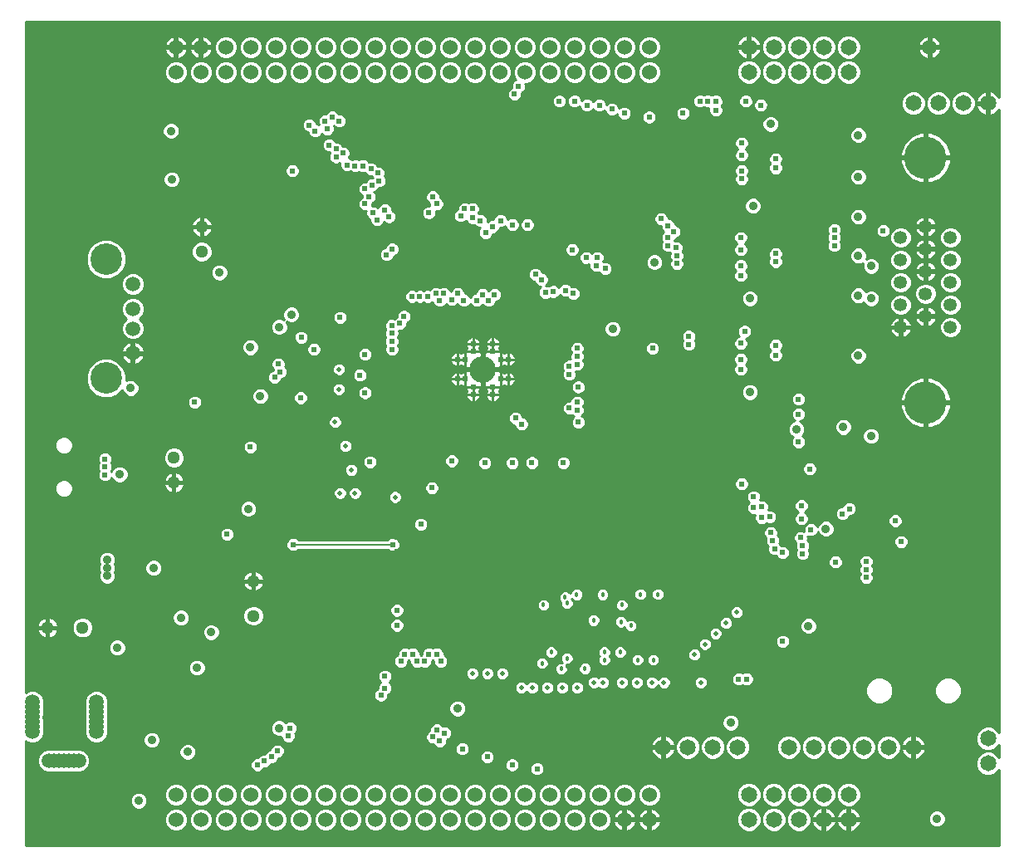
<source format=gbr>
G75*
G70*
%OFA0B0*%
%FSLAX24Y24*%
%IPPOS*%
%LPD*%
%AMOC8*
5,1,8,0,0,1.08239X$1,22.5*
%
%ADD10C,0.0591*%
%ADD11C,0.0600*%
%ADD12C,0.0650*%
%ADD13C,0.0510*%
%ADD14C,0.0238*%
%ADD15C,0.1063*%
%ADD16C,0.0531*%
%ADD17C,0.1700*%
%ADD18C,0.1266*%
%ADD19C,0.0100*%
%ADD20C,0.0237*%
%ADD21C,0.0180*%
%ADD22C,0.0198*%
%ADD23C,0.0354*%
%ADD24C,0.1699*%
%ADD25C,0.0080*%
D10*
X006653Y007771D03*
X006850Y007771D03*
X007047Y007771D03*
X007244Y007771D03*
X007441Y007771D03*
X007637Y007771D03*
X007834Y007771D03*
X008543Y008932D03*
X008543Y009129D03*
X008543Y009326D03*
X008543Y009523D03*
X008543Y009719D03*
X008543Y009916D03*
X008543Y010113D03*
X005984Y010113D03*
X005984Y009916D03*
X005984Y009719D03*
X005984Y009523D03*
X005984Y009326D03*
X005984Y009129D03*
X005984Y008932D03*
X010010Y024124D03*
X010010Y025109D03*
X010010Y025896D03*
X010010Y026880D03*
D11*
X011743Y035402D03*
X012743Y035402D03*
X013743Y035402D03*
X014743Y035402D03*
X015743Y035402D03*
X016743Y035402D03*
X017743Y035402D03*
X018743Y035402D03*
X019743Y035402D03*
X020743Y035402D03*
X021743Y035402D03*
X022743Y035402D03*
X023743Y035402D03*
X024743Y035402D03*
X025743Y035402D03*
X026743Y035402D03*
X027743Y035402D03*
X028743Y035402D03*
X029743Y035402D03*
X030743Y035402D03*
X030743Y036402D03*
X029743Y036402D03*
X028743Y036402D03*
X027743Y036402D03*
X026743Y036402D03*
X025743Y036402D03*
X024743Y036402D03*
X023743Y036402D03*
X022743Y036402D03*
X021743Y036402D03*
X020743Y036402D03*
X019743Y036402D03*
X018743Y036402D03*
X017743Y036402D03*
X016743Y036402D03*
X015743Y036402D03*
X014743Y036402D03*
X013743Y036402D03*
X012743Y036402D03*
X011743Y036402D03*
X041993Y036402D03*
X030743Y006402D03*
X029743Y006402D03*
X028743Y006402D03*
X027743Y006402D03*
X026743Y006402D03*
X025743Y006402D03*
X024743Y006402D03*
X023743Y006402D03*
X022743Y006402D03*
X021743Y006402D03*
X020743Y006402D03*
X019743Y006402D03*
X018743Y006402D03*
X017743Y006402D03*
X016743Y006402D03*
X015743Y006402D03*
X014743Y006402D03*
X013743Y006402D03*
X012743Y006402D03*
X011743Y006402D03*
X011743Y005402D03*
X012743Y005402D03*
X013743Y005402D03*
X014743Y005402D03*
X015743Y005402D03*
X016743Y005402D03*
X017743Y005402D03*
X018743Y005402D03*
X019743Y005402D03*
X020743Y005402D03*
X021743Y005402D03*
X022743Y005402D03*
X023743Y005402D03*
X024743Y005402D03*
X025743Y005402D03*
X026743Y005402D03*
X027743Y005402D03*
X028743Y005402D03*
X029743Y005402D03*
X030743Y005402D03*
D12*
X031293Y008302D03*
X032293Y008302D03*
X033293Y008302D03*
X034293Y008302D03*
X034743Y006402D03*
X035743Y006402D03*
X035743Y005402D03*
X034743Y005402D03*
X036743Y005402D03*
X037743Y005402D03*
X038743Y005402D03*
X038743Y006402D03*
X037743Y006402D03*
X036743Y006402D03*
X036343Y008302D03*
X037343Y008302D03*
X038343Y008302D03*
X039343Y008302D03*
X040343Y008302D03*
X041343Y008302D03*
X044343Y008652D03*
X044343Y007652D03*
X044343Y034152D03*
X043343Y034152D03*
X042343Y034152D03*
X041343Y034152D03*
X038743Y035402D03*
X037743Y035402D03*
X036743Y035402D03*
X035743Y035402D03*
X034743Y035402D03*
X034743Y036402D03*
X035743Y036402D03*
X036743Y036402D03*
X037743Y036402D03*
X038743Y036402D03*
D13*
X014853Y014972D03*
X014853Y013572D03*
X011663Y018922D03*
X011663Y019922D03*
X007993Y013102D03*
X006593Y013102D03*
X012783Y028192D03*
X012783Y029192D03*
D14*
X023039Y023866D03*
X023354Y023866D03*
X023669Y024181D03*
X023669Y024496D03*
X024457Y024496D03*
X024457Y024181D03*
X024772Y023866D03*
X025087Y023866D03*
X025087Y023079D03*
X024772Y023079D03*
X024457Y022764D03*
X024457Y022449D03*
X023669Y022449D03*
X023669Y022764D03*
X023354Y023079D03*
X023039Y023079D03*
D15*
X024063Y023472D03*
D16*
X040833Y025157D03*
X040833Y026057D03*
X040833Y026957D03*
X040833Y027857D03*
X040833Y028757D03*
X041833Y029207D03*
X042833Y028757D03*
X042833Y027857D03*
X042833Y026957D03*
X042833Y026057D03*
X042833Y025157D03*
X041833Y025607D03*
X041833Y026507D03*
X041833Y027407D03*
X041833Y028307D03*
D17*
X041833Y031972D03*
X041833Y022132D03*
D18*
X008943Y023113D03*
X008943Y027892D03*
D19*
X005713Y008545D02*
X005713Y004372D01*
X044773Y004372D01*
X044773Y007398D01*
X044762Y007372D01*
X044623Y007233D01*
X044441Y007158D01*
X044244Y007158D01*
X044063Y007233D01*
X043923Y007372D01*
X043848Y007554D01*
X043848Y007751D01*
X043923Y007933D01*
X044063Y008072D01*
X044244Y008147D01*
X044441Y008147D01*
X044623Y008072D01*
X044762Y007933D01*
X044773Y007907D01*
X044773Y008398D01*
X044762Y008372D01*
X044623Y008233D01*
X044441Y008158D01*
X044244Y008158D01*
X044063Y008233D01*
X043923Y008372D01*
X043848Y008554D01*
X043848Y008751D01*
X043923Y008933D01*
X044063Y009072D01*
X044244Y009147D01*
X044441Y009147D01*
X044623Y009072D01*
X044762Y008933D01*
X044773Y008907D01*
X044773Y033898D01*
X044762Y033872D01*
X044623Y033733D01*
X044441Y033658D01*
X044393Y033658D01*
X044393Y034102D01*
X044293Y034102D01*
X044293Y033658D01*
X044244Y033658D01*
X044063Y033733D01*
X043923Y033872D01*
X043848Y034054D01*
X043848Y034102D01*
X044293Y034102D01*
X044293Y034202D01*
X043848Y034202D01*
X043848Y034251D01*
X043923Y034433D01*
X044063Y034572D01*
X044244Y034647D01*
X044293Y034647D01*
X044293Y034203D01*
X044393Y034203D01*
X044393Y034647D01*
X044441Y034647D01*
X044623Y034572D01*
X044762Y034433D01*
X044773Y034407D01*
X044773Y037432D01*
X005713Y037432D01*
X005713Y010500D01*
X005720Y010507D01*
X005891Y010578D01*
X006076Y010578D01*
X006247Y010507D01*
X006378Y010377D01*
X006449Y010206D01*
X006449Y010020D01*
X006447Y010015D01*
X006449Y010009D01*
X006449Y009824D01*
X006447Y009818D01*
X006449Y009812D01*
X006449Y009627D01*
X006447Y009621D01*
X006449Y009615D01*
X006449Y009571D01*
X006426Y009571D01*
X006406Y009523D01*
X006426Y009474D01*
X006449Y009474D01*
X006449Y009430D01*
X006447Y009424D01*
X006449Y009418D01*
X006449Y009233D01*
X006447Y009227D01*
X006449Y009221D01*
X006449Y009036D01*
X006447Y009030D01*
X006449Y009025D01*
X006449Y008839D01*
X006378Y008668D01*
X006247Y008538D01*
X006076Y008467D01*
X005891Y008467D01*
X005720Y008538D01*
X005713Y008545D01*
X005713Y008488D02*
X005839Y008488D01*
X005713Y008390D02*
X010485Y008390D01*
X010479Y008396D02*
X010576Y008298D01*
X010704Y008245D01*
X010842Y008245D01*
X010970Y008298D01*
X011067Y008396D01*
X011120Y008523D01*
X011120Y008661D01*
X011067Y008789D01*
X010970Y008887D01*
X010842Y008940D01*
X010704Y008940D01*
X010576Y008887D01*
X010479Y008789D01*
X010426Y008661D01*
X010426Y008523D01*
X010479Y008396D01*
X010440Y008488D02*
X008688Y008488D01*
X008635Y008467D02*
X008806Y008538D01*
X008937Y008668D01*
X009008Y008839D01*
X009008Y009025D01*
X009006Y009030D01*
X009008Y009036D01*
X009008Y009221D01*
X009006Y009227D01*
X009008Y009233D01*
X009008Y009418D01*
X009006Y009424D01*
X009008Y009430D01*
X009008Y009615D01*
X009006Y009621D01*
X009008Y009627D01*
X009008Y009812D01*
X009006Y009818D01*
X009008Y009824D01*
X009008Y010009D01*
X009006Y010015D01*
X009008Y010020D01*
X009008Y010206D01*
X008937Y010377D01*
X008806Y010507D01*
X008635Y010578D01*
X008450Y010578D01*
X008279Y010507D01*
X008148Y010377D01*
X008078Y010206D01*
X008078Y010020D01*
X008080Y010015D01*
X008078Y010009D01*
X008078Y009824D01*
X008080Y009818D01*
X008078Y009812D01*
X008078Y009627D01*
X008080Y009621D01*
X008078Y009615D01*
X008078Y009430D01*
X008080Y009424D01*
X008078Y009418D01*
X008078Y009233D01*
X008080Y009227D01*
X008078Y009221D01*
X008078Y009036D01*
X008080Y009030D01*
X008078Y009025D01*
X008078Y008839D01*
X008148Y008668D01*
X008279Y008538D01*
X008450Y008467D01*
X008635Y008467D01*
X008398Y008488D02*
X006129Y008488D01*
X006297Y008587D02*
X008230Y008587D01*
X008141Y008685D02*
X006385Y008685D01*
X006426Y008784D02*
X008101Y008784D01*
X008078Y008883D02*
X006449Y008883D01*
X006449Y008981D02*
X008078Y008981D01*
X008078Y009080D02*
X006449Y009080D01*
X006449Y009178D02*
X008078Y009178D01*
X008078Y009277D02*
X006449Y009277D01*
X006449Y009375D02*
X008078Y009375D01*
X008078Y009474D02*
X006449Y009474D01*
X006449Y009572D02*
X008078Y009572D01*
X008078Y009671D02*
X006449Y009671D01*
X006449Y009769D02*
X008078Y009769D01*
X008078Y009868D02*
X006449Y009868D01*
X006449Y009966D02*
X008078Y009966D01*
X008078Y010065D02*
X006449Y010065D01*
X006449Y010164D02*
X008078Y010164D01*
X008101Y010262D02*
X006426Y010262D01*
X006385Y010361D02*
X008142Y010361D01*
X008231Y010459D02*
X006296Y010459D01*
X006126Y010558D02*
X008401Y010558D01*
X008685Y010558D02*
X019730Y010558D01*
X019728Y010556D02*
X019684Y010450D01*
X019684Y010335D01*
X019728Y010229D01*
X019809Y010148D01*
X019915Y010104D01*
X020030Y010104D01*
X020136Y010148D01*
X020218Y010229D01*
X020262Y010335D01*
X020262Y010413D01*
X020296Y010428D01*
X020378Y010509D01*
X020422Y010615D01*
X020422Y010730D01*
X020378Y010836D01*
X020301Y010912D01*
X020378Y010989D01*
X020422Y011095D01*
X020422Y011210D01*
X020378Y011316D01*
X020296Y011397D01*
X020190Y011441D01*
X020075Y011441D01*
X019969Y011397D01*
X019888Y011316D01*
X019844Y011210D01*
X019844Y011095D01*
X019888Y010989D01*
X019965Y010912D01*
X019888Y010836D01*
X019844Y010730D01*
X019844Y010652D01*
X019809Y010637D01*
X019728Y010556D01*
X019688Y010459D02*
X008855Y010459D01*
X008944Y010361D02*
X019684Y010361D01*
X019714Y010262D02*
X008985Y010262D01*
X009008Y010164D02*
X019793Y010164D01*
X020152Y010164D02*
X022887Y010164D01*
X022846Y010147D02*
X022974Y010200D01*
X023112Y010200D01*
X023240Y010147D01*
X023337Y010049D01*
X023390Y009921D01*
X023390Y009783D01*
X023337Y009656D01*
X023240Y009558D01*
X023112Y009505D01*
X022974Y009505D01*
X022846Y009558D01*
X022749Y009656D01*
X022696Y009783D01*
X022696Y009921D01*
X022749Y010049D01*
X022846Y010147D01*
X022765Y010065D02*
X009008Y010065D01*
X009008Y009966D02*
X022714Y009966D01*
X022696Y009868D02*
X009008Y009868D01*
X009008Y009769D02*
X022701Y009769D01*
X022742Y009671D02*
X009008Y009671D01*
X009008Y009572D02*
X022832Y009572D01*
X023254Y009572D02*
X033812Y009572D01*
X033816Y009577D02*
X033719Y009479D01*
X033666Y009351D01*
X033666Y009213D01*
X033719Y009086D01*
X033816Y008988D01*
X033944Y008935D01*
X034082Y008935D01*
X034210Y008988D01*
X034307Y009086D01*
X034360Y009213D01*
X034360Y009351D01*
X034307Y009479D01*
X034210Y009577D01*
X034082Y009630D01*
X033944Y009630D01*
X033816Y009577D01*
X033716Y009474D02*
X009008Y009474D01*
X009008Y009375D02*
X015717Y009375D01*
X015696Y009367D02*
X015599Y009269D01*
X015546Y009141D01*
X015546Y009003D01*
X015599Y008876D01*
X015696Y008778D01*
X015824Y008725D01*
X015962Y008725D01*
X015964Y008726D01*
X015964Y008695D01*
X016008Y008589D01*
X016089Y008508D01*
X016195Y008464D01*
X016310Y008464D01*
X016416Y008508D01*
X016498Y008589D01*
X016542Y008695D01*
X016542Y008810D01*
X016523Y008854D01*
X016578Y008909D01*
X016622Y009015D01*
X016622Y009130D01*
X016578Y009236D01*
X016496Y009317D01*
X016390Y009361D01*
X016275Y009361D01*
X016169Y009317D01*
X016154Y009302D01*
X016090Y009367D01*
X015962Y009420D01*
X015824Y009420D01*
X015696Y009367D01*
X015606Y009277D02*
X009008Y009277D01*
X009008Y009178D02*
X015561Y009178D01*
X015546Y009080D02*
X009008Y009080D01*
X009008Y008981D02*
X015555Y008981D01*
X015596Y008883D02*
X010974Y008883D01*
X011069Y008784D02*
X015690Y008784D01*
X015968Y008685D02*
X011110Y008685D01*
X011120Y008587D02*
X016010Y008587D01*
X016136Y008488D02*
X011106Y008488D01*
X011061Y008390D02*
X011999Y008390D01*
X012016Y008407D02*
X011919Y008309D01*
X011866Y008181D01*
X011866Y008043D01*
X011919Y007916D01*
X012016Y007818D01*
X012144Y007765D01*
X012282Y007765D01*
X012410Y007818D01*
X012507Y007916D01*
X012560Y008043D01*
X012560Y008181D01*
X012507Y008309D01*
X012410Y008407D01*
X012282Y008460D01*
X012144Y008460D01*
X012016Y008407D01*
X011911Y008291D02*
X010953Y008291D01*
X010593Y008291D02*
X005713Y008291D01*
X005713Y008193D02*
X006457Y008193D01*
X006390Y008165D02*
X006561Y008236D01*
X006746Y008236D01*
X006752Y008233D01*
X006757Y008236D01*
X006943Y008236D01*
X006948Y008233D01*
X006954Y008236D01*
X007139Y008236D01*
X007145Y008233D01*
X007151Y008236D01*
X007336Y008236D01*
X007342Y008233D01*
X007348Y008236D01*
X007533Y008236D01*
X007539Y008233D01*
X007545Y008236D01*
X007730Y008236D01*
X007736Y008233D01*
X007742Y008236D01*
X007927Y008236D01*
X008098Y008165D01*
X008229Y008034D01*
X008299Y007863D01*
X008299Y007678D01*
X008229Y007507D01*
X008098Y007376D01*
X007927Y007305D01*
X007742Y007305D01*
X007736Y007308D01*
X007730Y007305D01*
X007545Y007305D01*
X007539Y007308D01*
X007533Y007305D01*
X007348Y007305D01*
X007342Y007308D01*
X007336Y007305D01*
X007151Y007305D01*
X007145Y007308D01*
X007139Y007305D01*
X006954Y007305D01*
X006948Y007308D01*
X006943Y007305D01*
X006757Y007305D01*
X006752Y007308D01*
X006746Y007305D01*
X006561Y007305D01*
X006390Y007376D01*
X006259Y007507D01*
X006188Y007678D01*
X006188Y007863D01*
X006259Y008034D01*
X006390Y008165D01*
X006319Y008094D02*
X005713Y008094D01*
X005713Y007996D02*
X006243Y007996D01*
X006202Y007897D02*
X005713Y007897D01*
X005713Y007799D02*
X006188Y007799D01*
X006188Y007700D02*
X005713Y007700D01*
X005713Y007601D02*
X006220Y007601D01*
X006263Y007503D02*
X005713Y007503D01*
X005713Y007404D02*
X006361Y007404D01*
X006559Y007306D02*
X005713Y007306D01*
X005713Y007207D02*
X026060Y007207D01*
X026079Y007188D02*
X025998Y007269D01*
X025954Y007375D01*
X025954Y007490D01*
X025998Y007596D01*
X026079Y007677D01*
X026185Y007721D01*
X026300Y007721D01*
X026406Y007677D01*
X026488Y007596D01*
X026532Y007490D01*
X026532Y007375D01*
X026488Y007269D01*
X026406Y007188D01*
X026300Y007144D01*
X026185Y007144D01*
X026079Y007188D01*
X025983Y007306D02*
X025305Y007306D01*
X025300Y007304D02*
X025406Y007348D01*
X025488Y007429D01*
X025532Y007535D01*
X025532Y007650D01*
X025488Y007756D01*
X025406Y007837D01*
X025300Y007881D01*
X025185Y007881D01*
X025079Y007837D01*
X024998Y007756D01*
X024954Y007650D01*
X024954Y007535D01*
X024998Y007429D01*
X025079Y007348D01*
X025185Y007304D01*
X025300Y007304D01*
X025180Y007306D02*
X015075Y007306D01*
X015070Y007304D02*
X015176Y007348D01*
X015258Y007429D01*
X015272Y007464D01*
X015350Y007464D01*
X015456Y007508D01*
X015538Y007589D01*
X015552Y007624D01*
X015630Y007624D01*
X015736Y007668D01*
X015818Y007749D01*
X015862Y007855D01*
X015862Y007864D01*
X015870Y007864D01*
X015976Y007908D01*
X016058Y007989D01*
X016102Y008095D01*
X016102Y008210D01*
X016058Y008316D01*
X015976Y008397D01*
X015870Y008441D01*
X015755Y008441D01*
X015649Y008397D01*
X015568Y008316D01*
X015524Y008210D01*
X015524Y008201D01*
X015515Y008201D01*
X015409Y008157D01*
X015328Y008076D01*
X015314Y008041D01*
X015235Y008041D01*
X015129Y007997D01*
X015048Y007916D01*
X015034Y007881D01*
X014955Y007881D01*
X014849Y007837D01*
X014768Y007756D01*
X014724Y007650D01*
X014724Y007535D01*
X014768Y007429D01*
X014849Y007348D01*
X014955Y007304D01*
X015070Y007304D01*
X014950Y007306D02*
X007928Y007306D01*
X007740Y007306D02*
X007731Y007306D01*
X007543Y007306D02*
X007534Y007306D01*
X007347Y007306D02*
X007338Y007306D01*
X007150Y007306D02*
X007141Y007306D01*
X006953Y007306D02*
X006944Y007306D01*
X006756Y007306D02*
X006747Y007306D01*
X005713Y007109D02*
X044773Y007109D01*
X044773Y007207D02*
X044561Y007207D01*
X044696Y007306D02*
X044773Y007306D01*
X044773Y007010D02*
X005713Y007010D01*
X005713Y006912D02*
X044773Y006912D01*
X044773Y006813D02*
X039032Y006813D01*
X039023Y006822D02*
X038841Y006897D01*
X038644Y006897D01*
X038463Y006822D01*
X038323Y006683D01*
X038248Y006501D01*
X038248Y006304D01*
X038323Y006122D01*
X038463Y005983D01*
X038644Y005908D01*
X038841Y005908D01*
X039023Y005983D01*
X039162Y006122D01*
X039238Y006304D01*
X039238Y006501D01*
X039162Y006683D01*
X039023Y006822D01*
X039131Y006715D02*
X044773Y006715D01*
X044773Y006616D02*
X039190Y006616D01*
X039231Y006517D02*
X044773Y006517D01*
X044773Y006419D02*
X039238Y006419D01*
X039238Y006320D02*
X044773Y006320D01*
X044773Y006222D02*
X039204Y006222D01*
X039163Y006123D02*
X044773Y006123D01*
X044773Y006025D02*
X039065Y006025D01*
X038886Y005926D02*
X044773Y005926D01*
X044773Y005828D02*
X039009Y005828D01*
X039023Y005822D02*
X038841Y005897D01*
X038793Y005897D01*
X038793Y005453D01*
X038693Y005453D01*
X038693Y005897D01*
X038644Y005897D01*
X038463Y005822D01*
X038323Y005683D01*
X038248Y005501D01*
X038248Y005452D01*
X038693Y005452D01*
X038693Y005352D01*
X038793Y005352D01*
X038793Y004908D01*
X038841Y004908D01*
X039023Y004983D01*
X039162Y005122D01*
X039238Y005304D01*
X039238Y005352D01*
X038793Y005352D01*
X038793Y005452D01*
X039238Y005452D01*
X039238Y005501D01*
X039162Y005683D01*
X039023Y005822D01*
X039116Y005729D02*
X042102Y005729D01*
X042096Y005727D02*
X041999Y005629D01*
X041946Y005501D01*
X041946Y005363D01*
X041999Y005236D01*
X042096Y005138D01*
X042224Y005085D01*
X042362Y005085D01*
X042490Y005138D01*
X042587Y005236D01*
X042640Y005363D01*
X042640Y005501D01*
X042587Y005629D01*
X042490Y005727D01*
X042362Y005780D01*
X042224Y005780D01*
X042096Y005727D01*
X042000Y005631D02*
X039184Y005631D01*
X039225Y005532D02*
X041958Y005532D01*
X041946Y005434D02*
X038793Y005434D01*
X038793Y005532D02*
X038693Y005532D01*
X038693Y005434D02*
X037793Y005434D01*
X037793Y005452D02*
X038238Y005452D01*
X038238Y005501D01*
X038162Y005683D01*
X038023Y005822D01*
X037841Y005897D01*
X037793Y005897D01*
X037793Y005453D01*
X037693Y005453D01*
X037693Y005897D01*
X037644Y005897D01*
X037463Y005822D01*
X037323Y005683D01*
X037248Y005501D01*
X037248Y005452D01*
X037693Y005452D01*
X037693Y005352D01*
X037793Y005352D01*
X037793Y004908D01*
X037841Y004908D01*
X038023Y004983D01*
X038162Y005122D01*
X038238Y005304D01*
X038238Y005352D01*
X037793Y005352D01*
X037793Y005452D01*
X037793Y005532D02*
X037693Y005532D01*
X037693Y005434D02*
X037238Y005434D01*
X037238Y005501D02*
X037238Y005304D01*
X037162Y005122D01*
X037023Y004983D01*
X036841Y004908D01*
X036644Y004908D01*
X036463Y004983D01*
X036323Y005122D01*
X036248Y005304D01*
X036248Y005501D01*
X036323Y005683D01*
X036463Y005822D01*
X036644Y005897D01*
X036841Y005897D01*
X037023Y005822D01*
X037162Y005683D01*
X037238Y005501D01*
X037225Y005532D02*
X037261Y005532D01*
X037302Y005631D02*
X037184Y005631D01*
X037116Y005729D02*
X037370Y005729D01*
X037477Y005828D02*
X037009Y005828D01*
X037023Y005983D02*
X036841Y005908D01*
X036644Y005908D01*
X036463Y005983D01*
X036323Y006122D01*
X036248Y006304D01*
X036248Y006501D01*
X036323Y006683D01*
X036463Y006822D01*
X036644Y006897D01*
X036841Y006897D01*
X037023Y006822D01*
X037162Y006683D01*
X037238Y006501D01*
X037238Y006304D01*
X037162Y006122D01*
X037023Y005983D01*
X037065Y006025D02*
X037421Y006025D01*
X037463Y005983D02*
X037644Y005908D01*
X037841Y005908D01*
X038023Y005983D01*
X038162Y006122D01*
X038238Y006304D01*
X038238Y006501D01*
X038162Y006683D01*
X038023Y006822D01*
X037841Y006897D01*
X037644Y006897D01*
X037463Y006822D01*
X037323Y006683D01*
X037248Y006501D01*
X037248Y006304D01*
X037323Y006122D01*
X037463Y005983D01*
X037600Y005926D02*
X036886Y005926D01*
X036600Y005926D02*
X035886Y005926D01*
X035841Y005908D02*
X036023Y005983D01*
X036162Y006122D01*
X036238Y006304D01*
X036238Y006501D01*
X036162Y006683D01*
X036023Y006822D01*
X035841Y006897D01*
X035644Y006897D01*
X035463Y006822D01*
X035323Y006683D01*
X035248Y006501D01*
X035248Y006304D01*
X035323Y006122D01*
X035463Y005983D01*
X035644Y005908D01*
X035841Y005908D01*
X035841Y005897D02*
X035644Y005897D01*
X035463Y005822D01*
X035323Y005683D01*
X035248Y005501D01*
X035248Y005304D01*
X035323Y005122D01*
X035463Y004983D01*
X035644Y004908D01*
X035841Y004908D01*
X036023Y004983D01*
X036162Y005122D01*
X036238Y005304D01*
X036238Y005501D01*
X036162Y005683D01*
X036023Y005822D01*
X035841Y005897D01*
X036009Y005828D02*
X036477Y005828D01*
X036370Y005729D02*
X036116Y005729D01*
X036184Y005631D02*
X036302Y005631D01*
X036261Y005532D02*
X036225Y005532D01*
X036238Y005434D02*
X036248Y005434D01*
X036238Y005335D02*
X036248Y005335D01*
X036276Y005236D02*
X036210Y005236D01*
X036169Y005138D02*
X036317Y005138D01*
X036406Y005039D02*
X036080Y005039D01*
X035921Y004941D02*
X036564Y004941D01*
X036921Y004941D02*
X037564Y004941D01*
X037644Y004908D02*
X037693Y004908D01*
X037693Y005352D01*
X037248Y005352D01*
X037248Y005304D01*
X037323Y005122D01*
X037463Y004983D01*
X037644Y004908D01*
X037693Y004941D02*
X037793Y004941D01*
X037793Y005039D02*
X037693Y005039D01*
X037693Y005138D02*
X037793Y005138D01*
X037793Y005236D02*
X037693Y005236D01*
X037693Y005335D02*
X037793Y005335D01*
X037793Y005631D02*
X037693Y005631D01*
X037693Y005729D02*
X037793Y005729D01*
X037793Y005828D02*
X037693Y005828D01*
X037886Y005926D02*
X038600Y005926D01*
X038693Y005828D02*
X038793Y005828D01*
X038793Y005729D02*
X038693Y005729D01*
X038693Y005631D02*
X038793Y005631D01*
X038793Y005335D02*
X038693Y005335D01*
X038693Y005352D02*
X038693Y004908D01*
X038644Y004908D01*
X038463Y004983D01*
X038323Y005122D01*
X038248Y005304D01*
X038248Y005352D01*
X038693Y005352D01*
X038693Y005236D02*
X038793Y005236D01*
X038793Y005138D02*
X038693Y005138D01*
X038693Y005039D02*
X038793Y005039D01*
X038793Y004941D02*
X038693Y004941D01*
X038564Y004941D02*
X037921Y004941D01*
X038080Y005039D02*
X038406Y005039D01*
X038317Y005138D02*
X038169Y005138D01*
X038210Y005236D02*
X038276Y005236D01*
X038248Y005335D02*
X038238Y005335D01*
X038225Y005532D02*
X038261Y005532D01*
X038302Y005631D02*
X038184Y005631D01*
X038116Y005729D02*
X038370Y005729D01*
X038477Y005828D02*
X038009Y005828D01*
X038065Y006025D02*
X038421Y006025D01*
X038323Y006123D02*
X038163Y006123D01*
X038204Y006222D02*
X038282Y006222D01*
X038248Y006320D02*
X038238Y006320D01*
X038238Y006419D02*
X038248Y006419D01*
X038255Y006517D02*
X038231Y006517D01*
X038190Y006616D02*
X038296Y006616D01*
X038355Y006715D02*
X038131Y006715D01*
X038032Y006813D02*
X038454Y006813D01*
X038441Y007808D02*
X038623Y007883D01*
X038762Y008022D01*
X038838Y008204D01*
X038838Y008401D01*
X038762Y008583D01*
X038623Y008722D01*
X038441Y008797D01*
X038244Y008797D01*
X038063Y008722D01*
X037923Y008583D01*
X037848Y008401D01*
X037848Y008204D01*
X037923Y008022D01*
X038063Y007883D01*
X038244Y007808D01*
X038441Y007808D01*
X038637Y007897D02*
X039048Y007897D01*
X039063Y007883D02*
X039244Y007808D01*
X039441Y007808D01*
X039623Y007883D01*
X039762Y008022D01*
X039838Y008204D01*
X039838Y008401D01*
X039762Y008583D01*
X039623Y008722D01*
X039441Y008797D01*
X039244Y008797D01*
X039063Y008722D01*
X038923Y008583D01*
X038848Y008401D01*
X038848Y008204D01*
X038923Y008022D01*
X039063Y007883D01*
X038950Y007996D02*
X038736Y007996D01*
X038792Y008094D02*
X038894Y008094D01*
X038853Y008193D02*
X038833Y008193D01*
X038838Y008291D02*
X038848Y008291D01*
X038838Y008390D02*
X038848Y008390D01*
X038884Y008488D02*
X038801Y008488D01*
X038758Y008587D02*
X038928Y008587D01*
X039026Y008685D02*
X038660Y008685D01*
X038473Y008784D02*
X039213Y008784D01*
X039473Y008784D02*
X040213Y008784D01*
X040244Y008797D02*
X040063Y008722D01*
X039923Y008583D01*
X039848Y008401D01*
X039848Y008204D01*
X039923Y008022D01*
X040063Y007883D01*
X040244Y007808D01*
X040441Y007808D01*
X040623Y007883D01*
X040762Y008022D01*
X040838Y008204D01*
X040838Y008401D01*
X040762Y008583D01*
X040623Y008722D01*
X040441Y008797D01*
X040244Y008797D01*
X040473Y008784D02*
X041213Y008784D01*
X041244Y008797D02*
X041063Y008722D01*
X040923Y008583D01*
X040848Y008401D01*
X040848Y008352D01*
X041293Y008352D01*
X041293Y008252D01*
X041393Y008252D01*
X041393Y007808D01*
X041441Y007808D01*
X041623Y007883D01*
X041762Y008022D01*
X041838Y008204D01*
X041838Y008252D01*
X041393Y008252D01*
X041393Y008352D01*
X041838Y008352D01*
X041838Y008401D01*
X041762Y008583D01*
X041623Y008722D01*
X041441Y008797D01*
X041393Y008797D01*
X041393Y008353D01*
X041293Y008353D01*
X041293Y008797D01*
X041244Y008797D01*
X041293Y008784D02*
X041393Y008784D01*
X041473Y008784D02*
X043862Y008784D01*
X043848Y008685D02*
X041660Y008685D01*
X041758Y008587D02*
X043848Y008587D01*
X043875Y008488D02*
X041801Y008488D01*
X041838Y008390D02*
X043916Y008390D01*
X044004Y008291D02*
X041393Y008291D01*
X041393Y008193D02*
X041293Y008193D01*
X041293Y008252D02*
X041293Y007808D01*
X041244Y007808D01*
X041063Y007883D01*
X040923Y008022D01*
X040848Y008204D01*
X040848Y008252D01*
X041293Y008252D01*
X041293Y008291D02*
X040838Y008291D01*
X040833Y008193D02*
X040853Y008193D01*
X040894Y008094D02*
X040792Y008094D01*
X040736Y007996D02*
X040950Y007996D01*
X041048Y007897D02*
X040637Y007897D01*
X040838Y008390D02*
X040848Y008390D01*
X040884Y008488D02*
X040801Y008488D01*
X040758Y008587D02*
X040928Y008587D01*
X041026Y008685D02*
X040660Y008685D01*
X040026Y008685D02*
X039660Y008685D01*
X039758Y008587D02*
X039928Y008587D01*
X039884Y008488D02*
X039801Y008488D01*
X039838Y008390D02*
X039848Y008390D01*
X039838Y008291D02*
X039848Y008291D01*
X039853Y008193D02*
X039833Y008193D01*
X039792Y008094D02*
X039894Y008094D01*
X039950Y007996D02*
X039736Y007996D01*
X039637Y007897D02*
X040048Y007897D01*
X041293Y007897D02*
X041393Y007897D01*
X041393Y007996D02*
X041293Y007996D01*
X041293Y008094D02*
X041393Y008094D01*
X041393Y008390D02*
X041293Y008390D01*
X041293Y008488D02*
X041393Y008488D01*
X041393Y008587D02*
X041293Y008587D01*
X041293Y008685D02*
X041393Y008685D01*
X041833Y008193D02*
X044160Y008193D01*
X044116Y008094D02*
X041792Y008094D01*
X041736Y007996D02*
X043986Y007996D01*
X043909Y007897D02*
X041637Y007897D01*
X043848Y007700D02*
X026351Y007700D01*
X026482Y007601D02*
X043848Y007601D01*
X043869Y007503D02*
X026526Y007503D01*
X026532Y007404D02*
X043910Y007404D01*
X043990Y007306D02*
X026503Y007306D01*
X026426Y007207D02*
X044125Y007207D01*
X043868Y007799D02*
X025445Y007799D01*
X025511Y007700D02*
X026134Y007700D01*
X026004Y007601D02*
X025532Y007601D01*
X025518Y007503D02*
X025960Y007503D01*
X025954Y007404D02*
X025463Y007404D01*
X025023Y007404D02*
X015233Y007404D01*
X015445Y007503D02*
X024967Y007503D01*
X024954Y007601D02*
X015543Y007601D01*
X015769Y007700D02*
X024047Y007700D01*
X024079Y007668D02*
X024185Y007624D01*
X024300Y007624D01*
X024406Y007668D01*
X024488Y007749D01*
X024532Y007855D01*
X024532Y007970D01*
X024488Y008076D01*
X024406Y008157D01*
X024300Y008201D01*
X024185Y008201D01*
X024079Y008157D01*
X023998Y008076D01*
X023954Y007970D01*
X023954Y007855D01*
X023998Y007749D01*
X024079Y007668D01*
X023978Y007799D02*
X015838Y007799D01*
X015951Y007897D02*
X023954Y007897D01*
X023965Y007996D02*
X023414Y007996D01*
X023406Y007988D02*
X023488Y008069D01*
X023532Y008175D01*
X023532Y008290D01*
X023488Y008396D01*
X023406Y008477D01*
X023300Y008521D01*
X023185Y008521D01*
X023079Y008477D01*
X022998Y008396D01*
X022954Y008290D01*
X022954Y008175D01*
X022998Y008069D01*
X023079Y007988D01*
X023185Y007944D01*
X023300Y007944D01*
X023406Y007988D01*
X023498Y008094D02*
X024016Y008094D01*
X024165Y008193D02*
X023532Y008193D01*
X023531Y008291D02*
X031243Y008291D01*
X031243Y008252D02*
X030798Y008252D01*
X030798Y008204D01*
X030873Y008022D01*
X031013Y007883D01*
X031194Y007808D01*
X031243Y007808D01*
X031243Y008252D01*
X031343Y008252D01*
X031343Y007808D01*
X031391Y007808D01*
X031573Y007883D01*
X031712Y008022D01*
X031788Y008204D01*
X031788Y008252D01*
X031343Y008252D01*
X031343Y008352D01*
X031788Y008352D01*
X031788Y008401D01*
X031712Y008583D01*
X031573Y008722D01*
X031391Y008797D01*
X031343Y008797D01*
X031343Y008353D01*
X031243Y008353D01*
X031243Y008797D01*
X031194Y008797D01*
X031013Y008722D01*
X030873Y008583D01*
X030798Y008401D01*
X030798Y008352D01*
X031243Y008352D01*
X031243Y008252D01*
X031243Y008193D02*
X031343Y008193D01*
X031343Y008291D02*
X031798Y008291D01*
X031798Y008204D02*
X031873Y008022D01*
X032013Y007883D01*
X032194Y007808D01*
X032391Y007808D01*
X032573Y007883D01*
X032712Y008022D01*
X032788Y008204D01*
X032788Y008401D01*
X032712Y008583D01*
X032573Y008722D01*
X032391Y008797D01*
X032194Y008797D01*
X032013Y008722D01*
X031873Y008583D01*
X031798Y008401D01*
X031798Y008204D01*
X031803Y008193D02*
X031783Y008193D01*
X031742Y008094D02*
X031844Y008094D01*
X031900Y007996D02*
X031686Y007996D01*
X031587Y007897D02*
X031998Y007897D01*
X031798Y008390D02*
X031788Y008390D01*
X031751Y008488D02*
X031834Y008488D01*
X031878Y008587D02*
X031708Y008587D01*
X031610Y008685D02*
X031976Y008685D01*
X032163Y008784D02*
X031423Y008784D01*
X031343Y008784D02*
X031243Y008784D01*
X031163Y008784D02*
X022809Y008784D01*
X022822Y008815D02*
X022822Y008930D01*
X022778Y009036D01*
X022696Y009117D01*
X022590Y009161D01*
X022475Y009161D01*
X022458Y009154D01*
X022458Y009156D01*
X022376Y009237D01*
X022270Y009281D01*
X022155Y009281D01*
X022049Y009237D01*
X021968Y009156D01*
X021924Y009050D01*
X021924Y008972D01*
X021889Y008957D01*
X021808Y008876D01*
X021764Y008770D01*
X021764Y008655D01*
X021808Y008549D01*
X021889Y008468D01*
X021995Y008424D01*
X022074Y008424D01*
X022088Y008389D01*
X022169Y008308D01*
X022275Y008264D01*
X022390Y008264D01*
X022496Y008308D01*
X022578Y008389D01*
X022622Y008495D01*
X022622Y008597D01*
X022696Y008628D01*
X022778Y008709D01*
X022822Y008815D01*
X022822Y008883D02*
X043903Y008883D01*
X043972Y008981D02*
X034192Y008981D01*
X034301Y009080D02*
X044081Y009080D01*
X044605Y009080D02*
X044773Y009080D01*
X044773Y009178D02*
X034345Y009178D01*
X034360Y009277D02*
X044773Y009277D01*
X044773Y009375D02*
X034350Y009375D01*
X034309Y009474D02*
X044773Y009474D01*
X044773Y009572D02*
X034214Y009572D01*
X033676Y009375D02*
X016069Y009375D01*
X016537Y009277D02*
X022145Y009277D01*
X022281Y009277D02*
X033666Y009277D01*
X033680Y009178D02*
X022436Y009178D01*
X022734Y009080D02*
X033725Y009080D01*
X033833Y008981D02*
X022800Y008981D01*
X022754Y008685D02*
X030976Y008685D01*
X030878Y008587D02*
X022622Y008587D01*
X022619Y008488D02*
X023106Y008488D01*
X022996Y008390D02*
X022578Y008390D01*
X022457Y008291D02*
X022955Y008291D01*
X022954Y008193D02*
X016102Y008193D01*
X016101Y008094D02*
X022988Y008094D01*
X023071Y007996D02*
X016060Y007996D01*
X016068Y008291D02*
X022209Y008291D01*
X022088Y008390D02*
X015984Y008390D01*
X015642Y008390D02*
X012426Y008390D01*
X012515Y008291D02*
X015558Y008291D01*
X015495Y008193D02*
X012555Y008193D01*
X012560Y008094D02*
X015346Y008094D01*
X015128Y007996D02*
X012540Y007996D01*
X012489Y007897D02*
X015040Y007897D01*
X014811Y007799D02*
X012362Y007799D01*
X012063Y007799D02*
X008299Y007799D01*
X008285Y007897D02*
X011937Y007897D01*
X011886Y007996D02*
X008245Y007996D01*
X008169Y008094D02*
X011866Y008094D01*
X011870Y008193D02*
X008031Y008193D01*
X008299Y007700D02*
X014745Y007700D01*
X014724Y007601D02*
X008268Y007601D01*
X008225Y007503D02*
X014737Y007503D01*
X014793Y007404D02*
X008126Y007404D01*
X008856Y008587D02*
X010426Y008587D01*
X010436Y008685D02*
X008944Y008685D01*
X008985Y008784D02*
X010476Y008784D01*
X010572Y008883D02*
X009008Y008883D01*
X010056Y006447D02*
X009959Y006349D01*
X009906Y006221D01*
X009906Y006083D01*
X009959Y005956D01*
X010056Y005858D01*
X010184Y005805D01*
X010322Y005805D01*
X010450Y005858D01*
X010547Y005956D01*
X010600Y006083D01*
X010600Y006221D01*
X010547Y006349D01*
X010450Y006447D01*
X010322Y006500D01*
X010184Y006500D01*
X010056Y006447D01*
X010028Y006419D02*
X005713Y006419D01*
X005713Y006517D02*
X011282Y006517D01*
X011273Y006496D02*
X011344Y006669D01*
X011477Y006801D01*
X011649Y006872D01*
X011836Y006872D01*
X012009Y006801D01*
X012141Y006669D01*
X012213Y006496D01*
X012213Y006309D01*
X012141Y006136D01*
X012009Y006004D01*
X011836Y005932D01*
X011649Y005932D01*
X011477Y006004D01*
X011344Y006136D01*
X011273Y006309D01*
X011273Y006496D01*
X011273Y006419D02*
X010477Y006419D01*
X010559Y006320D02*
X011273Y006320D01*
X011309Y006222D02*
X010600Y006222D01*
X010600Y006123D02*
X011357Y006123D01*
X011456Y006025D02*
X010576Y006025D01*
X010518Y005926D02*
X034600Y005926D01*
X034644Y005908D02*
X034463Y005983D01*
X034323Y006122D01*
X034248Y006304D01*
X034248Y006501D01*
X034323Y006683D01*
X034463Y006822D01*
X034644Y006897D01*
X034841Y006897D01*
X035023Y006822D01*
X035162Y006683D01*
X035238Y006501D01*
X035238Y006304D01*
X035162Y006122D01*
X035023Y005983D01*
X034841Y005908D01*
X034644Y005908D01*
X034644Y005897D02*
X034463Y005822D01*
X034323Y005683D01*
X034248Y005501D01*
X034248Y005304D01*
X034323Y005122D01*
X034463Y004983D01*
X034644Y004908D01*
X034841Y004908D01*
X035023Y004983D01*
X035162Y005122D01*
X035238Y005304D01*
X035238Y005501D01*
X035162Y005683D01*
X035023Y005822D01*
X034841Y005897D01*
X034644Y005897D01*
X034477Y005828D02*
X030944Y005828D01*
X031009Y005801D02*
X030836Y005872D01*
X030793Y005872D01*
X030793Y005453D01*
X030693Y005453D01*
X030693Y005872D01*
X030649Y005872D01*
X030477Y005801D01*
X030344Y005669D01*
X030273Y005496D01*
X030273Y005452D01*
X030693Y005452D01*
X030693Y005352D01*
X030793Y005352D01*
X030793Y004932D01*
X030836Y004932D01*
X031009Y005004D01*
X031141Y005136D01*
X031213Y005309D01*
X031213Y005352D01*
X030793Y005352D01*
X030793Y005452D01*
X031213Y005452D01*
X031213Y005496D01*
X031141Y005669D01*
X031009Y005801D01*
X031081Y005729D02*
X034370Y005729D01*
X034302Y005631D02*
X031157Y005631D01*
X031198Y005532D02*
X034261Y005532D01*
X034248Y005434D02*
X030793Y005434D01*
X030793Y005532D02*
X030693Y005532D01*
X030693Y005434D02*
X029793Y005434D01*
X029793Y005452D02*
X030213Y005452D01*
X030213Y005496D01*
X030141Y005669D01*
X030009Y005801D01*
X029836Y005872D01*
X029793Y005872D01*
X029793Y005453D01*
X029693Y005453D01*
X029693Y005872D01*
X029649Y005872D01*
X029477Y005801D01*
X029344Y005669D01*
X029273Y005496D01*
X029273Y005452D01*
X029693Y005452D01*
X029693Y005352D01*
X029793Y005352D01*
X029793Y004932D01*
X029836Y004932D01*
X030009Y005004D01*
X030141Y005136D01*
X030213Y005309D01*
X030213Y005352D01*
X029793Y005352D01*
X029793Y005452D01*
X029793Y005532D02*
X029693Y005532D01*
X029693Y005434D02*
X029213Y005434D01*
X029213Y005496D02*
X029141Y005669D01*
X029009Y005801D01*
X028836Y005872D01*
X028649Y005872D01*
X028477Y005801D01*
X028344Y005669D01*
X028273Y005496D01*
X028273Y005309D01*
X028344Y005136D01*
X028477Y005004D01*
X028649Y004932D01*
X028836Y004932D01*
X029009Y005004D01*
X029141Y005136D01*
X029213Y005309D01*
X029213Y005496D01*
X029198Y005532D02*
X029288Y005532D01*
X029329Y005631D02*
X029157Y005631D01*
X029081Y005729D02*
X029405Y005729D01*
X029541Y005828D02*
X028944Y005828D01*
X028836Y005932D02*
X028649Y005932D01*
X028477Y006004D01*
X028344Y006136D01*
X028273Y006309D01*
X028273Y006496D01*
X028344Y006669D01*
X028477Y006801D01*
X028649Y006872D01*
X028836Y006872D01*
X029009Y006801D01*
X029141Y006669D01*
X029213Y006496D01*
X029213Y006309D01*
X029141Y006136D01*
X029009Y006004D01*
X028836Y005932D01*
X029030Y006025D02*
X029456Y006025D01*
X029477Y006004D02*
X029649Y005932D01*
X029836Y005932D01*
X030009Y006004D01*
X030141Y006136D01*
X030213Y006309D01*
X030213Y006496D01*
X030141Y006669D01*
X030009Y006801D01*
X029836Y006872D01*
X029649Y006872D01*
X029477Y006801D01*
X029344Y006669D01*
X029273Y006496D01*
X029273Y006309D01*
X029344Y006136D01*
X029477Y006004D01*
X029357Y006123D02*
X029128Y006123D01*
X029177Y006222D02*
X029309Y006222D01*
X029273Y006320D02*
X029213Y006320D01*
X029213Y006419D02*
X029273Y006419D01*
X029282Y006517D02*
X029204Y006517D01*
X029163Y006616D02*
X029323Y006616D01*
X029390Y006715D02*
X029095Y006715D01*
X028980Y006813D02*
X029506Y006813D01*
X029980Y006813D02*
X030506Y006813D01*
X030477Y006801D02*
X030344Y006669D01*
X030273Y006496D01*
X030273Y006309D01*
X030344Y006136D01*
X030477Y006004D01*
X030649Y005932D01*
X030836Y005932D01*
X031009Y006004D01*
X031141Y006136D01*
X031213Y006309D01*
X031213Y006496D01*
X031141Y006669D01*
X031009Y006801D01*
X030836Y006872D01*
X030649Y006872D01*
X030477Y006801D01*
X030390Y006715D02*
X030095Y006715D01*
X030163Y006616D02*
X030323Y006616D01*
X030282Y006517D02*
X030204Y006517D01*
X030213Y006419D02*
X030273Y006419D01*
X030273Y006320D02*
X030213Y006320D01*
X030177Y006222D02*
X030309Y006222D01*
X030357Y006123D02*
X030128Y006123D01*
X030030Y006025D02*
X030456Y006025D01*
X030541Y005828D02*
X029944Y005828D01*
X029793Y005828D02*
X029693Y005828D01*
X029693Y005729D02*
X029793Y005729D01*
X029793Y005631D02*
X029693Y005631D01*
X029693Y005352D02*
X029273Y005352D01*
X029273Y005309D01*
X029344Y005136D01*
X029477Y005004D01*
X029649Y004932D01*
X029693Y004932D01*
X029693Y005352D01*
X029693Y005335D02*
X029793Y005335D01*
X029793Y005236D02*
X029693Y005236D01*
X029693Y005138D02*
X029793Y005138D01*
X029793Y005039D02*
X029693Y005039D01*
X029693Y004941D02*
X029793Y004941D01*
X029856Y004941D02*
X030629Y004941D01*
X030649Y004932D02*
X030693Y004932D01*
X030693Y005352D01*
X030273Y005352D01*
X030273Y005309D01*
X030344Y005136D01*
X030477Y005004D01*
X030649Y004932D01*
X030693Y004941D02*
X030793Y004941D01*
X030856Y004941D02*
X034564Y004941D01*
X034406Y005039D02*
X031044Y005039D01*
X031142Y005138D02*
X034317Y005138D01*
X034276Y005236D02*
X031183Y005236D01*
X031213Y005335D02*
X034248Y005335D01*
X034421Y006025D02*
X031030Y006025D01*
X031128Y006123D02*
X034323Y006123D01*
X034282Y006222D02*
X031177Y006222D01*
X031213Y006320D02*
X034248Y006320D01*
X034248Y006419D02*
X031213Y006419D01*
X031204Y006517D02*
X034255Y006517D01*
X034296Y006616D02*
X031163Y006616D01*
X031095Y006715D02*
X034355Y006715D01*
X034454Y006813D02*
X030980Y006813D01*
X030998Y007897D02*
X024532Y007897D01*
X024521Y007996D02*
X030900Y007996D01*
X030844Y008094D02*
X024469Y008094D01*
X024321Y008193D02*
X030803Y008193D01*
X030798Y008390D02*
X023490Y008390D01*
X023380Y008488D02*
X030834Y008488D01*
X031243Y008488D02*
X031343Y008488D01*
X031343Y008390D02*
X031243Y008390D01*
X031243Y008587D02*
X031343Y008587D01*
X031343Y008685D02*
X031243Y008685D01*
X031243Y008094D02*
X031343Y008094D01*
X031343Y007996D02*
X031243Y007996D01*
X031243Y007897D02*
X031343Y007897D01*
X032587Y007897D02*
X032998Y007897D01*
X033013Y007883D02*
X033194Y007808D01*
X033391Y007808D01*
X033573Y007883D01*
X033712Y008022D01*
X033788Y008204D01*
X033788Y008401D01*
X033712Y008583D01*
X033573Y008722D01*
X033391Y008797D01*
X033194Y008797D01*
X033013Y008722D01*
X032873Y008583D01*
X032798Y008401D01*
X032798Y008204D01*
X032873Y008022D01*
X033013Y007883D01*
X032900Y007996D02*
X032686Y007996D01*
X032742Y008094D02*
X032844Y008094D01*
X032803Y008193D02*
X032783Y008193D01*
X032788Y008291D02*
X032798Y008291D01*
X032788Y008390D02*
X032798Y008390D01*
X032834Y008488D02*
X032751Y008488D01*
X032708Y008587D02*
X032878Y008587D01*
X032976Y008685D02*
X032610Y008685D01*
X032423Y008784D02*
X033163Y008784D01*
X033423Y008784D02*
X034163Y008784D01*
X034194Y008797D02*
X034013Y008722D01*
X033873Y008583D01*
X033798Y008401D01*
X033798Y008204D01*
X033873Y008022D01*
X034013Y007883D01*
X034194Y007808D01*
X034391Y007808D01*
X034573Y007883D01*
X034712Y008022D01*
X034788Y008204D01*
X034788Y008401D01*
X034712Y008583D01*
X034573Y008722D01*
X034391Y008797D01*
X034194Y008797D01*
X034423Y008784D02*
X036213Y008784D01*
X036244Y008797D02*
X036063Y008722D01*
X035923Y008583D01*
X035848Y008401D01*
X035848Y008204D01*
X035923Y008022D01*
X036063Y007883D01*
X036244Y007808D01*
X036441Y007808D01*
X036623Y007883D01*
X036762Y008022D01*
X036838Y008204D01*
X036838Y008401D01*
X036762Y008583D01*
X036623Y008722D01*
X036441Y008797D01*
X036244Y008797D01*
X036473Y008784D02*
X037213Y008784D01*
X037244Y008797D02*
X037063Y008722D01*
X036923Y008583D01*
X036848Y008401D01*
X036848Y008204D01*
X036923Y008022D01*
X037063Y007883D01*
X037244Y007808D01*
X037441Y007808D01*
X037623Y007883D01*
X037762Y008022D01*
X037838Y008204D01*
X037838Y008401D01*
X037762Y008583D01*
X037623Y008722D01*
X037441Y008797D01*
X037244Y008797D01*
X037473Y008784D02*
X038213Y008784D01*
X038026Y008685D02*
X037660Y008685D01*
X037758Y008587D02*
X037928Y008587D01*
X037884Y008488D02*
X037801Y008488D01*
X037838Y008390D02*
X037848Y008390D01*
X037838Y008291D02*
X037848Y008291D01*
X037853Y008193D02*
X037833Y008193D01*
X037792Y008094D02*
X037894Y008094D01*
X037950Y007996D02*
X037736Y007996D01*
X037637Y007897D02*
X038048Y007897D01*
X037048Y007897D02*
X036637Y007897D01*
X036736Y007996D02*
X036950Y007996D01*
X036894Y008094D02*
X036792Y008094D01*
X036833Y008193D02*
X036853Y008193D01*
X036848Y008291D02*
X036838Y008291D01*
X036838Y008390D02*
X036848Y008390D01*
X036884Y008488D02*
X036801Y008488D01*
X036758Y008587D02*
X036928Y008587D01*
X037026Y008685D02*
X036660Y008685D01*
X036026Y008685D02*
X034610Y008685D01*
X034708Y008587D02*
X035928Y008587D01*
X035884Y008488D02*
X034751Y008488D01*
X034788Y008390D02*
X035848Y008390D01*
X035848Y008291D02*
X034788Y008291D01*
X034783Y008193D02*
X035853Y008193D01*
X035894Y008094D02*
X034742Y008094D01*
X034686Y007996D02*
X035950Y007996D01*
X036048Y007897D02*
X034587Y007897D01*
X033998Y007897D02*
X033587Y007897D01*
X033686Y007996D02*
X033900Y007996D01*
X033844Y008094D02*
X033742Y008094D01*
X033783Y008193D02*
X033803Y008193D01*
X033798Y008291D02*
X033788Y008291D01*
X033788Y008390D02*
X033798Y008390D01*
X033834Y008488D02*
X033751Y008488D01*
X033708Y008587D02*
X033878Y008587D01*
X033976Y008685D02*
X033610Y008685D01*
X035032Y006813D02*
X035454Y006813D01*
X035355Y006715D02*
X035131Y006715D01*
X035190Y006616D02*
X035296Y006616D01*
X035255Y006517D02*
X035231Y006517D01*
X035238Y006419D02*
X035248Y006419D01*
X035238Y006320D02*
X035248Y006320D01*
X035282Y006222D02*
X035204Y006222D01*
X035163Y006123D02*
X035323Y006123D01*
X035421Y006025D02*
X035065Y006025D01*
X034886Y005926D02*
X035600Y005926D01*
X035477Y005828D02*
X035009Y005828D01*
X035116Y005729D02*
X035370Y005729D01*
X035302Y005631D02*
X035184Y005631D01*
X035225Y005532D02*
X035261Y005532D01*
X035248Y005434D02*
X035238Y005434D01*
X035238Y005335D02*
X035248Y005335D01*
X035276Y005236D02*
X035210Y005236D01*
X035169Y005138D02*
X035317Y005138D01*
X035406Y005039D02*
X035080Y005039D01*
X034921Y004941D02*
X035564Y004941D01*
X036065Y006025D02*
X036421Y006025D01*
X036323Y006123D02*
X036163Y006123D01*
X036204Y006222D02*
X036282Y006222D01*
X036248Y006320D02*
X036238Y006320D01*
X036238Y006419D02*
X036248Y006419D01*
X036255Y006517D02*
X036231Y006517D01*
X036190Y006616D02*
X036296Y006616D01*
X036355Y006715D02*
X036131Y006715D01*
X036032Y006813D02*
X036454Y006813D01*
X037032Y006813D02*
X037454Y006813D01*
X037355Y006715D02*
X037131Y006715D01*
X037190Y006616D02*
X037296Y006616D01*
X037255Y006517D02*
X037231Y006517D01*
X037238Y006419D02*
X037248Y006419D01*
X037238Y006320D02*
X037248Y006320D01*
X037282Y006222D02*
X037204Y006222D01*
X037163Y006123D02*
X037323Y006123D01*
X037248Y005335D02*
X037238Y005335D01*
X037210Y005236D02*
X037276Y005236D01*
X037317Y005138D02*
X037169Y005138D01*
X037080Y005039D02*
X037406Y005039D01*
X038921Y004941D02*
X044773Y004941D01*
X044773Y005039D02*
X039080Y005039D01*
X039169Y005138D02*
X042097Y005138D01*
X041998Y005236D02*
X039210Y005236D01*
X039238Y005335D02*
X041957Y005335D01*
X042489Y005138D02*
X044773Y005138D01*
X044773Y005236D02*
X042587Y005236D01*
X042628Y005335D02*
X044773Y005335D01*
X044773Y005434D02*
X042640Y005434D01*
X042627Y005532D02*
X044773Y005532D01*
X044773Y005631D02*
X042586Y005631D01*
X042484Y005729D02*
X044773Y005729D01*
X044773Y004842D02*
X005713Y004842D01*
X005713Y004744D02*
X044773Y004744D01*
X044773Y004645D02*
X005713Y004645D01*
X005713Y004547D02*
X044773Y004547D01*
X044773Y004448D02*
X005713Y004448D01*
X005713Y004941D02*
X011629Y004941D01*
X011649Y004932D02*
X011836Y004932D01*
X012009Y005004D01*
X012141Y005136D01*
X012213Y005309D01*
X012213Y005496D01*
X012141Y005669D01*
X012009Y005801D01*
X011836Y005872D01*
X011649Y005872D01*
X011477Y005801D01*
X011344Y005669D01*
X011273Y005496D01*
X011273Y005309D01*
X011344Y005136D01*
X011477Y005004D01*
X011649Y004932D01*
X011856Y004941D02*
X012629Y004941D01*
X012649Y004932D02*
X012836Y004932D01*
X013009Y005004D01*
X013141Y005136D01*
X013213Y005309D01*
X013213Y005496D01*
X013141Y005669D01*
X013009Y005801D01*
X012836Y005872D01*
X012649Y005872D01*
X012477Y005801D01*
X012344Y005669D01*
X012273Y005496D01*
X012273Y005309D01*
X012344Y005136D01*
X012477Y005004D01*
X012649Y004932D01*
X012856Y004941D02*
X013629Y004941D01*
X013649Y004932D02*
X013836Y004932D01*
X014009Y005004D01*
X014141Y005136D01*
X014213Y005309D01*
X014213Y005496D01*
X014141Y005669D01*
X014009Y005801D01*
X013836Y005872D01*
X013649Y005872D01*
X013477Y005801D01*
X013344Y005669D01*
X013273Y005496D01*
X013273Y005309D01*
X013344Y005136D01*
X013477Y005004D01*
X013649Y004932D01*
X013856Y004941D02*
X014629Y004941D01*
X014649Y004932D02*
X014836Y004932D01*
X015009Y005004D01*
X015141Y005136D01*
X015213Y005309D01*
X015213Y005496D01*
X015141Y005669D01*
X015009Y005801D01*
X014836Y005872D01*
X014649Y005872D01*
X014477Y005801D01*
X014344Y005669D01*
X014273Y005496D01*
X014273Y005309D01*
X014344Y005136D01*
X014477Y005004D01*
X014649Y004932D01*
X014856Y004941D02*
X015629Y004941D01*
X015649Y004932D02*
X015836Y004932D01*
X016009Y005004D01*
X016141Y005136D01*
X016213Y005309D01*
X016213Y005496D01*
X016141Y005669D01*
X016009Y005801D01*
X015836Y005872D01*
X015649Y005872D01*
X015477Y005801D01*
X015344Y005669D01*
X015273Y005496D01*
X015273Y005309D01*
X015344Y005136D01*
X015477Y005004D01*
X015649Y004932D01*
X015856Y004941D02*
X016629Y004941D01*
X016649Y004932D02*
X016836Y004932D01*
X017009Y005004D01*
X017141Y005136D01*
X017213Y005309D01*
X017213Y005496D01*
X017141Y005669D01*
X017009Y005801D01*
X016836Y005872D01*
X016649Y005872D01*
X016477Y005801D01*
X016344Y005669D01*
X016273Y005496D01*
X016273Y005309D01*
X016344Y005136D01*
X016477Y005004D01*
X016649Y004932D01*
X016856Y004941D02*
X017629Y004941D01*
X017649Y004932D02*
X017836Y004932D01*
X018009Y005004D01*
X018141Y005136D01*
X018213Y005309D01*
X018213Y005496D01*
X018141Y005669D01*
X018009Y005801D01*
X017836Y005872D01*
X017649Y005872D01*
X017477Y005801D01*
X017344Y005669D01*
X017273Y005496D01*
X017273Y005309D01*
X017344Y005136D01*
X017477Y005004D01*
X017649Y004932D01*
X017856Y004941D02*
X018629Y004941D01*
X018649Y004932D02*
X018836Y004932D01*
X019009Y005004D01*
X019141Y005136D01*
X019213Y005309D01*
X019213Y005496D01*
X019141Y005669D01*
X019009Y005801D01*
X018836Y005872D01*
X018649Y005872D01*
X018477Y005801D01*
X018344Y005669D01*
X018273Y005496D01*
X018273Y005309D01*
X018344Y005136D01*
X018477Y005004D01*
X018649Y004932D01*
X018856Y004941D02*
X019629Y004941D01*
X019649Y004932D02*
X019836Y004932D01*
X020009Y005004D01*
X020141Y005136D01*
X020213Y005309D01*
X020213Y005496D01*
X020141Y005669D01*
X020009Y005801D01*
X019836Y005872D01*
X019649Y005872D01*
X019477Y005801D01*
X019344Y005669D01*
X019273Y005496D01*
X019273Y005309D01*
X019344Y005136D01*
X019477Y005004D01*
X019649Y004932D01*
X019856Y004941D02*
X020629Y004941D01*
X020649Y004932D02*
X020836Y004932D01*
X021009Y005004D01*
X021141Y005136D01*
X021213Y005309D01*
X021213Y005496D01*
X021141Y005669D01*
X021009Y005801D01*
X020836Y005872D01*
X020649Y005872D01*
X020477Y005801D01*
X020344Y005669D01*
X020273Y005496D01*
X020273Y005309D01*
X020344Y005136D01*
X020477Y005004D01*
X020649Y004932D01*
X020856Y004941D02*
X021629Y004941D01*
X021649Y004932D02*
X021836Y004932D01*
X022009Y005004D01*
X022141Y005136D01*
X022213Y005309D01*
X022213Y005496D01*
X022141Y005669D01*
X022009Y005801D01*
X021836Y005872D01*
X021649Y005872D01*
X021477Y005801D01*
X021344Y005669D01*
X021273Y005496D01*
X021273Y005309D01*
X021344Y005136D01*
X021477Y005004D01*
X021649Y004932D01*
X021856Y004941D02*
X022629Y004941D01*
X022649Y004932D02*
X022836Y004932D01*
X023009Y005004D01*
X023141Y005136D01*
X023213Y005309D01*
X023213Y005496D01*
X023141Y005669D01*
X023009Y005801D01*
X022836Y005872D01*
X022649Y005872D01*
X022477Y005801D01*
X022344Y005669D01*
X022273Y005496D01*
X022273Y005309D01*
X022344Y005136D01*
X022477Y005004D01*
X022649Y004932D01*
X022856Y004941D02*
X023629Y004941D01*
X023649Y004932D02*
X023836Y004932D01*
X024009Y005004D01*
X024141Y005136D01*
X024213Y005309D01*
X024213Y005496D01*
X024141Y005669D01*
X024009Y005801D01*
X023836Y005872D01*
X023649Y005872D01*
X023477Y005801D01*
X023344Y005669D01*
X023273Y005496D01*
X023273Y005309D01*
X023344Y005136D01*
X023477Y005004D01*
X023649Y004932D01*
X023856Y004941D02*
X024629Y004941D01*
X024649Y004932D02*
X024836Y004932D01*
X025009Y005004D01*
X025141Y005136D01*
X025213Y005309D01*
X025213Y005496D01*
X025141Y005669D01*
X025009Y005801D01*
X024836Y005872D01*
X024649Y005872D01*
X024477Y005801D01*
X024344Y005669D01*
X024273Y005496D01*
X024273Y005309D01*
X024344Y005136D01*
X024477Y005004D01*
X024649Y004932D01*
X024856Y004941D02*
X025629Y004941D01*
X025649Y004932D02*
X025836Y004932D01*
X026009Y005004D01*
X026141Y005136D01*
X026213Y005309D01*
X026213Y005496D01*
X026141Y005669D01*
X026009Y005801D01*
X025836Y005872D01*
X025649Y005872D01*
X025477Y005801D01*
X025344Y005669D01*
X025273Y005496D01*
X025273Y005309D01*
X025344Y005136D01*
X025477Y005004D01*
X025649Y004932D01*
X025856Y004941D02*
X026629Y004941D01*
X026649Y004932D02*
X026836Y004932D01*
X027009Y005004D01*
X027141Y005136D01*
X027213Y005309D01*
X027213Y005496D01*
X027141Y005669D01*
X027009Y005801D01*
X026836Y005872D01*
X026649Y005872D01*
X026477Y005801D01*
X026344Y005669D01*
X026273Y005496D01*
X026273Y005309D01*
X026344Y005136D01*
X026477Y005004D01*
X026649Y004932D01*
X026856Y004941D02*
X027629Y004941D01*
X027649Y004932D02*
X027836Y004932D01*
X028009Y005004D01*
X028141Y005136D01*
X028213Y005309D01*
X028213Y005496D01*
X028141Y005669D01*
X028009Y005801D01*
X027836Y005872D01*
X027649Y005872D01*
X027477Y005801D01*
X027344Y005669D01*
X027273Y005496D01*
X027273Y005309D01*
X027344Y005136D01*
X027477Y005004D01*
X027649Y004932D01*
X027856Y004941D02*
X028629Y004941D01*
X028441Y005039D02*
X028044Y005039D01*
X028142Y005138D02*
X028344Y005138D01*
X028303Y005236D02*
X028183Y005236D01*
X028213Y005335D02*
X028273Y005335D01*
X028273Y005434D02*
X028213Y005434D01*
X028198Y005532D02*
X028288Y005532D01*
X028329Y005631D02*
X028157Y005631D01*
X028081Y005729D02*
X028405Y005729D01*
X028541Y005828D02*
X027944Y005828D01*
X027836Y005932D02*
X027649Y005932D01*
X027477Y006004D01*
X027344Y006136D01*
X027273Y006309D01*
X027273Y006496D01*
X027344Y006669D01*
X027477Y006801D01*
X027649Y006872D01*
X027836Y006872D01*
X028009Y006801D01*
X028141Y006669D01*
X028213Y006496D01*
X028213Y006309D01*
X028141Y006136D01*
X028009Y006004D01*
X027836Y005932D01*
X028030Y006025D02*
X028456Y006025D01*
X028357Y006123D02*
X028128Y006123D01*
X028177Y006222D02*
X028309Y006222D01*
X028273Y006320D02*
X028213Y006320D01*
X028213Y006419D02*
X028273Y006419D01*
X028282Y006517D02*
X028204Y006517D01*
X028163Y006616D02*
X028323Y006616D01*
X028390Y006715D02*
X028095Y006715D01*
X027980Y006813D02*
X028506Y006813D01*
X027506Y006813D02*
X026980Y006813D01*
X027009Y006801D02*
X026836Y006872D01*
X026649Y006872D01*
X026477Y006801D01*
X026344Y006669D01*
X026273Y006496D01*
X026273Y006309D01*
X026344Y006136D01*
X026477Y006004D01*
X026649Y005932D01*
X026836Y005932D01*
X027009Y006004D01*
X027141Y006136D01*
X027213Y006309D01*
X027213Y006496D01*
X027141Y006669D01*
X027009Y006801D01*
X027095Y006715D02*
X027390Y006715D01*
X027323Y006616D02*
X027163Y006616D01*
X027204Y006517D02*
X027282Y006517D01*
X027273Y006419D02*
X027213Y006419D01*
X027213Y006320D02*
X027273Y006320D01*
X027309Y006222D02*
X027177Y006222D01*
X027128Y006123D02*
X027357Y006123D01*
X027456Y006025D02*
X027030Y006025D01*
X026944Y005828D02*
X027541Y005828D01*
X027405Y005729D02*
X027081Y005729D01*
X027157Y005631D02*
X027329Y005631D01*
X027288Y005532D02*
X027198Y005532D01*
X027213Y005434D02*
X027273Y005434D01*
X027273Y005335D02*
X027213Y005335D01*
X027183Y005236D02*
X027303Y005236D01*
X027344Y005138D02*
X027142Y005138D01*
X027044Y005039D02*
X027441Y005039D01*
X026441Y005039D02*
X026044Y005039D01*
X026142Y005138D02*
X026344Y005138D01*
X026303Y005236D02*
X026183Y005236D01*
X026213Y005335D02*
X026273Y005335D01*
X026273Y005434D02*
X026213Y005434D01*
X026198Y005532D02*
X026288Y005532D01*
X026329Y005631D02*
X026157Y005631D01*
X026081Y005729D02*
X026405Y005729D01*
X026541Y005828D02*
X025944Y005828D01*
X025836Y005932D02*
X025649Y005932D01*
X025477Y006004D01*
X025344Y006136D01*
X025273Y006309D01*
X025273Y006496D01*
X025344Y006669D01*
X025477Y006801D01*
X025649Y006872D01*
X025836Y006872D01*
X026009Y006801D01*
X026141Y006669D01*
X026213Y006496D01*
X026213Y006309D01*
X026141Y006136D01*
X026009Y006004D01*
X025836Y005932D01*
X026030Y006025D02*
X026456Y006025D01*
X026357Y006123D02*
X026128Y006123D01*
X026177Y006222D02*
X026309Y006222D01*
X026273Y006320D02*
X026213Y006320D01*
X026213Y006419D02*
X026273Y006419D01*
X026282Y006517D02*
X026204Y006517D01*
X026163Y006616D02*
X026323Y006616D01*
X026390Y006715D02*
X026095Y006715D01*
X025980Y006813D02*
X026506Y006813D01*
X025506Y006813D02*
X024980Y006813D01*
X025009Y006801D02*
X024836Y006872D01*
X024649Y006872D01*
X024477Y006801D01*
X024344Y006669D01*
X024273Y006496D01*
X024273Y006309D01*
X024344Y006136D01*
X024477Y006004D01*
X024649Y005932D01*
X024836Y005932D01*
X025009Y006004D01*
X025141Y006136D01*
X025213Y006309D01*
X025213Y006496D01*
X025141Y006669D01*
X025009Y006801D01*
X025095Y006715D02*
X025390Y006715D01*
X025323Y006616D02*
X025163Y006616D01*
X025204Y006517D02*
X025282Y006517D01*
X025273Y006419D02*
X025213Y006419D01*
X025213Y006320D02*
X025273Y006320D01*
X025309Y006222D02*
X025177Y006222D01*
X025128Y006123D02*
X025357Y006123D01*
X025456Y006025D02*
X025030Y006025D01*
X024944Y005828D02*
X025541Y005828D01*
X025405Y005729D02*
X025081Y005729D01*
X025157Y005631D02*
X025329Y005631D01*
X025288Y005532D02*
X025198Y005532D01*
X025213Y005434D02*
X025273Y005434D01*
X025273Y005335D02*
X025213Y005335D01*
X025183Y005236D02*
X025303Y005236D01*
X025344Y005138D02*
X025142Y005138D01*
X025044Y005039D02*
X025441Y005039D01*
X024441Y005039D02*
X024044Y005039D01*
X024142Y005138D02*
X024344Y005138D01*
X024303Y005236D02*
X024183Y005236D01*
X024213Y005335D02*
X024273Y005335D01*
X024273Y005434D02*
X024213Y005434D01*
X024198Y005532D02*
X024288Y005532D01*
X024329Y005631D02*
X024157Y005631D01*
X024081Y005729D02*
X024405Y005729D01*
X024541Y005828D02*
X023944Y005828D01*
X023836Y005932D02*
X023649Y005932D01*
X023477Y006004D01*
X023344Y006136D01*
X023273Y006309D01*
X023273Y006496D01*
X023344Y006669D01*
X023477Y006801D01*
X023649Y006872D01*
X023836Y006872D01*
X024009Y006801D01*
X024141Y006669D01*
X024213Y006496D01*
X024213Y006309D01*
X024141Y006136D01*
X024009Y006004D01*
X023836Y005932D01*
X024030Y006025D02*
X024456Y006025D01*
X024357Y006123D02*
X024128Y006123D01*
X024177Y006222D02*
X024309Y006222D01*
X024273Y006320D02*
X024213Y006320D01*
X024213Y006419D02*
X024273Y006419D01*
X024282Y006517D02*
X024204Y006517D01*
X024163Y006616D02*
X024323Y006616D01*
X024390Y006715D02*
X024095Y006715D01*
X023980Y006813D02*
X024506Y006813D01*
X024439Y007700D02*
X024975Y007700D01*
X025041Y007799D02*
X024508Y007799D01*
X023506Y006813D02*
X022980Y006813D01*
X023009Y006801D02*
X022836Y006872D01*
X022649Y006872D01*
X022477Y006801D01*
X022344Y006669D01*
X022273Y006496D01*
X022273Y006309D01*
X022344Y006136D01*
X022477Y006004D01*
X022649Y005932D01*
X022836Y005932D01*
X023009Y006004D01*
X023141Y006136D01*
X023213Y006309D01*
X023213Y006496D01*
X023141Y006669D01*
X023009Y006801D01*
X023095Y006715D02*
X023390Y006715D01*
X023323Y006616D02*
X023163Y006616D01*
X023204Y006517D02*
X023282Y006517D01*
X023273Y006419D02*
X023213Y006419D01*
X023213Y006320D02*
X023273Y006320D01*
X023309Y006222D02*
X023177Y006222D01*
X023128Y006123D02*
X023357Y006123D01*
X023456Y006025D02*
X023030Y006025D01*
X022944Y005828D02*
X023541Y005828D01*
X023405Y005729D02*
X023081Y005729D01*
X023157Y005631D02*
X023329Y005631D01*
X023288Y005532D02*
X023198Y005532D01*
X023213Y005434D02*
X023273Y005434D01*
X023273Y005335D02*
X023213Y005335D01*
X023183Y005236D02*
X023303Y005236D01*
X023344Y005138D02*
X023142Y005138D01*
X023044Y005039D02*
X023441Y005039D01*
X022441Y005039D02*
X022044Y005039D01*
X022142Y005138D02*
X022344Y005138D01*
X022303Y005236D02*
X022183Y005236D01*
X022213Y005335D02*
X022273Y005335D01*
X022273Y005434D02*
X022213Y005434D01*
X022198Y005532D02*
X022288Y005532D01*
X022329Y005631D02*
X022157Y005631D01*
X022081Y005729D02*
X022405Y005729D01*
X022541Y005828D02*
X021944Y005828D01*
X021836Y005932D02*
X022009Y006004D01*
X022141Y006136D01*
X022213Y006309D01*
X022213Y006496D01*
X022141Y006669D01*
X022009Y006801D01*
X021836Y006872D01*
X021649Y006872D01*
X021477Y006801D01*
X021344Y006669D01*
X021273Y006496D01*
X021273Y006309D01*
X021344Y006136D01*
X021477Y006004D01*
X021649Y005932D01*
X021836Y005932D01*
X022030Y006025D02*
X022456Y006025D01*
X022357Y006123D02*
X022128Y006123D01*
X022177Y006222D02*
X022309Y006222D01*
X022273Y006320D02*
X022213Y006320D01*
X022213Y006419D02*
X022273Y006419D01*
X022282Y006517D02*
X022204Y006517D01*
X022163Y006616D02*
X022323Y006616D01*
X022390Y006715D02*
X022095Y006715D01*
X021980Y006813D02*
X022506Y006813D01*
X021506Y006813D02*
X020980Y006813D01*
X021009Y006801D02*
X020836Y006872D01*
X020649Y006872D01*
X020477Y006801D01*
X020344Y006669D01*
X020273Y006496D01*
X020273Y006309D01*
X020344Y006136D01*
X020477Y006004D01*
X020649Y005932D01*
X020836Y005932D01*
X021009Y006004D01*
X021141Y006136D01*
X021213Y006309D01*
X021213Y006496D01*
X021141Y006669D01*
X021009Y006801D01*
X021095Y006715D02*
X021390Y006715D01*
X021323Y006616D02*
X021163Y006616D01*
X021204Y006517D02*
X021282Y006517D01*
X021273Y006419D02*
X021213Y006419D01*
X021213Y006320D02*
X021273Y006320D01*
X021309Y006222D02*
X021177Y006222D01*
X021128Y006123D02*
X021357Y006123D01*
X021456Y006025D02*
X021030Y006025D01*
X020944Y005828D02*
X021541Y005828D01*
X021405Y005729D02*
X021081Y005729D01*
X021157Y005631D02*
X021329Y005631D01*
X021288Y005532D02*
X021198Y005532D01*
X021213Y005434D02*
X021273Y005434D01*
X021273Y005335D02*
X021213Y005335D01*
X021183Y005236D02*
X021303Y005236D01*
X021344Y005138D02*
X021142Y005138D01*
X021044Y005039D02*
X021441Y005039D01*
X020441Y005039D02*
X020044Y005039D01*
X020142Y005138D02*
X020344Y005138D01*
X020303Y005236D02*
X020183Y005236D01*
X020213Y005335D02*
X020273Y005335D01*
X020273Y005434D02*
X020213Y005434D01*
X020198Y005532D02*
X020288Y005532D01*
X020329Y005631D02*
X020157Y005631D01*
X020081Y005729D02*
X020405Y005729D01*
X020541Y005828D02*
X019944Y005828D01*
X019836Y005932D02*
X020009Y006004D01*
X020141Y006136D01*
X020213Y006309D01*
X020213Y006496D01*
X020141Y006669D01*
X020009Y006801D01*
X019836Y006872D01*
X019649Y006872D01*
X019477Y006801D01*
X019344Y006669D01*
X019273Y006496D01*
X019273Y006309D01*
X019344Y006136D01*
X019477Y006004D01*
X019649Y005932D01*
X019836Y005932D01*
X020030Y006025D02*
X020456Y006025D01*
X020357Y006123D02*
X020128Y006123D01*
X020177Y006222D02*
X020309Y006222D01*
X020273Y006320D02*
X020213Y006320D01*
X020213Y006419D02*
X020273Y006419D01*
X020282Y006517D02*
X020204Y006517D01*
X020163Y006616D02*
X020323Y006616D01*
X020390Y006715D02*
X020095Y006715D01*
X019980Y006813D02*
X020506Y006813D01*
X019506Y006813D02*
X018980Y006813D01*
X019009Y006801D02*
X018836Y006872D01*
X018649Y006872D01*
X018477Y006801D01*
X018344Y006669D01*
X018273Y006496D01*
X018273Y006309D01*
X018344Y006136D01*
X018477Y006004D01*
X018649Y005932D01*
X018836Y005932D01*
X019009Y006004D01*
X019141Y006136D01*
X019213Y006309D01*
X019213Y006496D01*
X019141Y006669D01*
X019009Y006801D01*
X019095Y006715D02*
X019390Y006715D01*
X019323Y006616D02*
X019163Y006616D01*
X019204Y006517D02*
X019282Y006517D01*
X019273Y006419D02*
X019213Y006419D01*
X019213Y006320D02*
X019273Y006320D01*
X019309Y006222D02*
X019177Y006222D01*
X019128Y006123D02*
X019357Y006123D01*
X019456Y006025D02*
X019030Y006025D01*
X018944Y005828D02*
X019541Y005828D01*
X019405Y005729D02*
X019081Y005729D01*
X019157Y005631D02*
X019329Y005631D01*
X019288Y005532D02*
X019198Y005532D01*
X019213Y005434D02*
X019273Y005434D01*
X019273Y005335D02*
X019213Y005335D01*
X019183Y005236D02*
X019303Y005236D01*
X019344Y005138D02*
X019142Y005138D01*
X019044Y005039D02*
X019441Y005039D01*
X018441Y005039D02*
X018044Y005039D01*
X018142Y005138D02*
X018344Y005138D01*
X018303Y005236D02*
X018183Y005236D01*
X018213Y005335D02*
X018273Y005335D01*
X018273Y005434D02*
X018213Y005434D01*
X018198Y005532D02*
X018288Y005532D01*
X018329Y005631D02*
X018157Y005631D01*
X018081Y005729D02*
X018405Y005729D01*
X018541Y005828D02*
X017944Y005828D01*
X017836Y005932D02*
X018009Y006004D01*
X018141Y006136D01*
X018213Y006309D01*
X018213Y006496D01*
X018141Y006669D01*
X018009Y006801D01*
X017836Y006872D01*
X017649Y006872D01*
X017477Y006801D01*
X017344Y006669D01*
X017273Y006496D01*
X017273Y006309D01*
X017344Y006136D01*
X017477Y006004D01*
X017649Y005932D01*
X017836Y005932D01*
X018030Y006025D02*
X018456Y006025D01*
X018357Y006123D02*
X018128Y006123D01*
X018177Y006222D02*
X018309Y006222D01*
X018273Y006320D02*
X018213Y006320D01*
X018213Y006419D02*
X018273Y006419D01*
X018282Y006517D02*
X018204Y006517D01*
X018163Y006616D02*
X018323Y006616D01*
X018390Y006715D02*
X018095Y006715D01*
X017980Y006813D02*
X018506Y006813D01*
X017506Y006813D02*
X016980Y006813D01*
X017009Y006801D02*
X016836Y006872D01*
X016649Y006872D01*
X016477Y006801D01*
X016344Y006669D01*
X016273Y006496D01*
X016273Y006309D01*
X016344Y006136D01*
X016477Y006004D01*
X016649Y005932D01*
X016836Y005932D01*
X017009Y006004D01*
X017141Y006136D01*
X017213Y006309D01*
X017213Y006496D01*
X017141Y006669D01*
X017009Y006801D01*
X017095Y006715D02*
X017390Y006715D01*
X017323Y006616D02*
X017163Y006616D01*
X017204Y006517D02*
X017282Y006517D01*
X017273Y006419D02*
X017213Y006419D01*
X017213Y006320D02*
X017273Y006320D01*
X017309Y006222D02*
X017177Y006222D01*
X017128Y006123D02*
X017357Y006123D01*
X017456Y006025D02*
X017030Y006025D01*
X016944Y005828D02*
X017541Y005828D01*
X017405Y005729D02*
X017081Y005729D01*
X017157Y005631D02*
X017329Y005631D01*
X017288Y005532D02*
X017198Y005532D01*
X017213Y005434D02*
X017273Y005434D01*
X017273Y005335D02*
X017213Y005335D01*
X017183Y005236D02*
X017303Y005236D01*
X017344Y005138D02*
X017142Y005138D01*
X017044Y005039D02*
X017441Y005039D01*
X016441Y005039D02*
X016044Y005039D01*
X016142Y005138D02*
X016344Y005138D01*
X016303Y005236D02*
X016183Y005236D01*
X016213Y005335D02*
X016273Y005335D01*
X016273Y005434D02*
X016213Y005434D01*
X016198Y005532D02*
X016288Y005532D01*
X016329Y005631D02*
X016157Y005631D01*
X016081Y005729D02*
X016405Y005729D01*
X016541Y005828D02*
X015944Y005828D01*
X015836Y005932D02*
X016009Y006004D01*
X016141Y006136D01*
X016213Y006309D01*
X016213Y006496D01*
X016141Y006669D01*
X016009Y006801D01*
X015836Y006872D01*
X015649Y006872D01*
X015477Y006801D01*
X015344Y006669D01*
X015273Y006496D01*
X015273Y006309D01*
X015344Y006136D01*
X015477Y006004D01*
X015649Y005932D01*
X015836Y005932D01*
X016030Y006025D02*
X016456Y006025D01*
X016357Y006123D02*
X016128Y006123D01*
X016177Y006222D02*
X016309Y006222D01*
X016273Y006320D02*
X016213Y006320D01*
X016213Y006419D02*
X016273Y006419D01*
X016282Y006517D02*
X016204Y006517D01*
X016163Y006616D02*
X016323Y006616D01*
X016390Y006715D02*
X016095Y006715D01*
X015980Y006813D02*
X016506Y006813D01*
X015506Y006813D02*
X014980Y006813D01*
X015009Y006801D02*
X014836Y006872D01*
X014649Y006872D01*
X014477Y006801D01*
X014344Y006669D01*
X014273Y006496D01*
X014273Y006309D01*
X014344Y006136D01*
X014477Y006004D01*
X014649Y005932D01*
X014836Y005932D01*
X015009Y006004D01*
X015141Y006136D01*
X015213Y006309D01*
X015213Y006496D01*
X015141Y006669D01*
X015009Y006801D01*
X015095Y006715D02*
X015390Y006715D01*
X015323Y006616D02*
X015163Y006616D01*
X015204Y006517D02*
X015282Y006517D01*
X015273Y006419D02*
X015213Y006419D01*
X015213Y006320D02*
X015273Y006320D01*
X015309Y006222D02*
X015177Y006222D01*
X015128Y006123D02*
X015357Y006123D01*
X015456Y006025D02*
X015030Y006025D01*
X014944Y005828D02*
X015541Y005828D01*
X015405Y005729D02*
X015081Y005729D01*
X015157Y005631D02*
X015329Y005631D01*
X015288Y005532D02*
X015198Y005532D01*
X015213Y005434D02*
X015273Y005434D01*
X015273Y005335D02*
X015213Y005335D01*
X015183Y005236D02*
X015303Y005236D01*
X015344Y005138D02*
X015142Y005138D01*
X015044Y005039D02*
X015441Y005039D01*
X014441Y005039D02*
X014044Y005039D01*
X014142Y005138D02*
X014344Y005138D01*
X014303Y005236D02*
X014183Y005236D01*
X014213Y005335D02*
X014273Y005335D01*
X014273Y005434D02*
X014213Y005434D01*
X014198Y005532D02*
X014288Y005532D01*
X014329Y005631D02*
X014157Y005631D01*
X014081Y005729D02*
X014405Y005729D01*
X014541Y005828D02*
X013944Y005828D01*
X013836Y005932D02*
X014009Y006004D01*
X014141Y006136D01*
X014213Y006309D01*
X014213Y006496D01*
X014141Y006669D01*
X014009Y006801D01*
X013836Y006872D01*
X013649Y006872D01*
X013477Y006801D01*
X013344Y006669D01*
X013273Y006496D01*
X013273Y006309D01*
X013344Y006136D01*
X013477Y006004D01*
X013649Y005932D01*
X013836Y005932D01*
X014030Y006025D02*
X014456Y006025D01*
X014357Y006123D02*
X014128Y006123D01*
X014177Y006222D02*
X014309Y006222D01*
X014273Y006320D02*
X014213Y006320D01*
X014213Y006419D02*
X014273Y006419D01*
X014282Y006517D02*
X014204Y006517D01*
X014163Y006616D02*
X014323Y006616D01*
X014390Y006715D02*
X014095Y006715D01*
X013980Y006813D02*
X014506Y006813D01*
X013506Y006813D02*
X012980Y006813D01*
X013009Y006801D02*
X012836Y006872D01*
X012649Y006872D01*
X012477Y006801D01*
X012344Y006669D01*
X012273Y006496D01*
X012273Y006309D01*
X012344Y006136D01*
X012477Y006004D01*
X012649Y005932D01*
X012836Y005932D01*
X013009Y006004D01*
X013141Y006136D01*
X013213Y006309D01*
X013213Y006496D01*
X013141Y006669D01*
X013009Y006801D01*
X013095Y006715D02*
X013390Y006715D01*
X013323Y006616D02*
X013163Y006616D01*
X013204Y006517D02*
X013282Y006517D01*
X013273Y006419D02*
X013213Y006419D01*
X013213Y006320D02*
X013273Y006320D01*
X013309Y006222D02*
X013177Y006222D01*
X013128Y006123D02*
X013357Y006123D01*
X013456Y006025D02*
X013030Y006025D01*
X012944Y005828D02*
X013541Y005828D01*
X013405Y005729D02*
X013081Y005729D01*
X013157Y005631D02*
X013329Y005631D01*
X013288Y005532D02*
X013198Y005532D01*
X013213Y005434D02*
X013273Y005434D01*
X013273Y005335D02*
X013213Y005335D01*
X013183Y005236D02*
X013303Y005236D01*
X013344Y005138D02*
X013142Y005138D01*
X013044Y005039D02*
X013441Y005039D01*
X012441Y005039D02*
X012044Y005039D01*
X012142Y005138D02*
X012344Y005138D01*
X012303Y005236D02*
X012183Y005236D01*
X012213Y005335D02*
X012273Y005335D01*
X012273Y005434D02*
X012213Y005434D01*
X012198Y005532D02*
X012288Y005532D01*
X012329Y005631D02*
X012157Y005631D01*
X012081Y005729D02*
X012405Y005729D01*
X012541Y005828D02*
X011944Y005828D01*
X012030Y006025D02*
X012456Y006025D01*
X012357Y006123D02*
X012128Y006123D01*
X012177Y006222D02*
X012309Y006222D01*
X012273Y006320D02*
X012213Y006320D01*
X012213Y006419D02*
X012273Y006419D01*
X012282Y006517D02*
X012204Y006517D01*
X012163Y006616D02*
X012323Y006616D01*
X012390Y006715D02*
X012095Y006715D01*
X011980Y006813D02*
X012506Y006813D01*
X011506Y006813D02*
X005713Y006813D01*
X005713Y006715D02*
X011390Y006715D01*
X011323Y006616D02*
X005713Y006616D01*
X005713Y006320D02*
X009947Y006320D01*
X009906Y006222D02*
X005713Y006222D01*
X005713Y006123D02*
X009906Y006123D01*
X009930Y006025D02*
X005713Y006025D01*
X005713Y005926D02*
X009988Y005926D01*
X010130Y005828D02*
X005713Y005828D01*
X005713Y005729D02*
X011405Y005729D01*
X011329Y005631D02*
X005713Y005631D01*
X005713Y005532D02*
X011288Y005532D01*
X011273Y005434D02*
X005713Y005434D01*
X005713Y005335D02*
X011273Y005335D01*
X011303Y005236D02*
X005713Y005236D01*
X005713Y005138D02*
X011344Y005138D01*
X011441Y005039D02*
X005713Y005039D01*
X010376Y005828D02*
X011541Y005828D01*
X016370Y008488D02*
X021869Y008488D01*
X021792Y008587D02*
X016496Y008587D01*
X016538Y008685D02*
X021764Y008685D01*
X021770Y008784D02*
X016542Y008784D01*
X016551Y008883D02*
X021815Y008883D01*
X021924Y008981D02*
X016608Y008981D01*
X016622Y009080D02*
X021936Y009080D01*
X021990Y009178D02*
X016602Y009178D01*
X019844Y010656D02*
X005713Y010656D01*
X005713Y010558D02*
X005842Y010558D01*
X005713Y010755D02*
X019855Y010755D01*
X019906Y010853D02*
X005713Y010853D01*
X005713Y010952D02*
X019925Y010952D01*
X019863Y011050D02*
X005713Y011050D01*
X005713Y011149D02*
X012515Y011149D01*
X012524Y011145D02*
X012662Y011145D01*
X012790Y011198D01*
X012887Y011296D01*
X012940Y011423D01*
X012940Y011561D01*
X012887Y011689D01*
X012790Y011787D01*
X012662Y011840D01*
X012524Y011840D01*
X012396Y011787D01*
X012299Y011689D01*
X012246Y011561D01*
X012246Y011423D01*
X012299Y011296D01*
X012396Y011198D01*
X012524Y011145D01*
X012671Y011149D02*
X019844Y011149D01*
X019860Y011248D02*
X012839Y011248D01*
X012908Y011346D02*
X019918Y011346D01*
X020348Y011346D02*
X023386Y011346D01*
X023374Y011316D02*
X023415Y011415D01*
X023490Y011491D01*
X023589Y011531D01*
X023696Y011531D01*
X023795Y011491D01*
X023871Y011415D01*
X023912Y011316D01*
X023912Y011209D01*
X023871Y011110D01*
X023795Y011034D01*
X023696Y010993D01*
X023589Y010993D01*
X023490Y011034D01*
X023415Y011110D01*
X023374Y011209D01*
X023374Y011316D01*
X023374Y011248D02*
X020406Y011248D01*
X020422Y011149D02*
X023399Y011149D01*
X023474Y011050D02*
X020403Y011050D01*
X020341Y010952D02*
X025526Y010952D01*
X025549Y010961D02*
X025450Y010921D01*
X025375Y010845D01*
X025334Y010746D01*
X025334Y010639D01*
X025375Y010540D01*
X025450Y010464D01*
X025549Y010423D01*
X025656Y010423D01*
X025755Y010464D01*
X025823Y010532D01*
X025890Y010464D01*
X025989Y010423D01*
X026096Y010423D01*
X026195Y010464D01*
X026271Y010540D01*
X026312Y010639D01*
X026312Y010746D01*
X026271Y010845D01*
X026195Y010921D01*
X026096Y010961D01*
X025989Y010961D01*
X025890Y010921D01*
X025823Y010853D01*
X025755Y010921D01*
X025656Y010961D01*
X025549Y010961D01*
X025679Y010952D02*
X025966Y010952D01*
X026119Y010952D02*
X026566Y010952D01*
X026589Y010961D02*
X026490Y010921D01*
X026415Y010845D01*
X026374Y010746D01*
X026374Y010639D01*
X026415Y010540D01*
X026490Y010464D01*
X026589Y010423D01*
X026696Y010423D01*
X026795Y010464D01*
X026871Y010540D01*
X026912Y010639D01*
X026912Y010746D01*
X026871Y010845D01*
X026795Y010921D01*
X026696Y010961D01*
X026589Y010961D01*
X026719Y010952D02*
X027166Y010952D01*
X027189Y010961D02*
X027090Y010921D01*
X027015Y010845D01*
X026974Y010746D01*
X026974Y010639D01*
X027015Y010540D01*
X027090Y010464D01*
X027189Y010423D01*
X027296Y010423D01*
X027395Y010464D01*
X027471Y010540D01*
X027512Y010639D01*
X027512Y010746D01*
X027471Y010845D01*
X027395Y010921D01*
X027296Y010961D01*
X027189Y010961D01*
X027319Y010952D02*
X027766Y010952D01*
X027789Y010961D02*
X027690Y010921D01*
X027615Y010845D01*
X027574Y010746D01*
X027574Y010639D01*
X027615Y010540D01*
X027690Y010464D01*
X027789Y010423D01*
X027896Y010423D01*
X027995Y010464D01*
X028071Y010540D01*
X028112Y010639D01*
X028112Y010746D01*
X028071Y010845D01*
X027995Y010921D01*
X027896Y010961D01*
X027789Y010961D01*
X027919Y010952D02*
X028254Y010952D01*
X028254Y010956D02*
X028295Y011055D01*
X028370Y011131D01*
X028469Y011171D01*
X028576Y011171D01*
X028675Y011131D01*
X028703Y011103D01*
X028730Y011131D01*
X028829Y011171D01*
X028936Y011171D01*
X029035Y011131D01*
X029111Y011055D01*
X029152Y010956D01*
X029152Y010849D01*
X029111Y010750D01*
X029035Y010674D01*
X028936Y010633D01*
X028829Y010633D01*
X028730Y010674D01*
X028703Y010702D01*
X028675Y010674D01*
X028576Y010633D01*
X028469Y010633D01*
X028370Y010674D01*
X028295Y010750D01*
X028254Y010849D01*
X028254Y010956D01*
X028293Y011050D02*
X025011Y011050D01*
X024995Y011034D02*
X025071Y011110D01*
X025112Y011209D01*
X025112Y011316D01*
X025071Y011415D01*
X024995Y011491D01*
X024896Y011531D01*
X024789Y011531D01*
X024690Y011491D01*
X024615Y011415D01*
X024574Y011316D01*
X024574Y011209D01*
X024615Y011110D01*
X024690Y011034D01*
X024789Y010993D01*
X024896Y010993D01*
X024995Y011034D01*
X025087Y011149D02*
X028415Y011149D01*
X028313Y011248D02*
X034140Y011248D01*
X034169Y011277D02*
X034088Y011196D01*
X034044Y011090D01*
X034044Y010975D01*
X034088Y010869D01*
X034169Y010788D01*
X034275Y010744D01*
X034390Y010744D01*
X034493Y010786D01*
X034595Y010744D01*
X034710Y010744D01*
X034816Y010788D01*
X034898Y010869D01*
X034942Y010975D01*
X034942Y011090D01*
X034898Y011196D01*
X034816Y011277D01*
X034710Y011321D01*
X034595Y011321D01*
X034493Y011279D01*
X034390Y011321D01*
X034275Y011321D01*
X034169Y011277D01*
X034069Y011149D02*
X032921Y011149D01*
X032965Y011131D02*
X032866Y011171D01*
X032759Y011171D01*
X032660Y011131D01*
X032585Y011055D01*
X032544Y010956D01*
X032544Y010849D01*
X032585Y010750D01*
X032660Y010674D01*
X032759Y010633D01*
X032866Y010633D01*
X032965Y010674D01*
X033041Y010750D01*
X033082Y010849D01*
X033082Y010956D01*
X033041Y011055D01*
X032965Y011131D01*
X033043Y011050D02*
X034044Y011050D01*
X034054Y010952D02*
X033082Y010952D01*
X033082Y010853D02*
X034104Y010853D01*
X034249Y010755D02*
X033043Y010755D01*
X032922Y010656D02*
X039431Y010656D01*
X039431Y010680D02*
X039514Y010879D01*
X039667Y011032D01*
X039867Y011115D01*
X040083Y011115D01*
X040283Y011032D01*
X040436Y010879D01*
X040519Y010680D01*
X040519Y010463D01*
X040436Y010263D01*
X040283Y010110D01*
X040083Y010027D01*
X039867Y010027D01*
X039667Y010110D01*
X039514Y010263D01*
X039431Y010463D01*
X039431Y010680D01*
X039462Y010755D02*
X034737Y010755D01*
X034569Y010755D02*
X034417Y010755D01*
X034882Y010853D02*
X039503Y010853D01*
X039586Y010952D02*
X034932Y010952D01*
X034942Y011050D02*
X039710Y011050D01*
X040240Y011050D02*
X042466Y011050D01*
X042423Y011032D02*
X042270Y010879D01*
X042187Y010680D01*
X042187Y010463D01*
X042270Y010263D01*
X042423Y010110D01*
X042622Y010027D01*
X042839Y010027D01*
X043039Y010110D01*
X043192Y010263D01*
X043275Y010463D01*
X043275Y010680D01*
X043192Y010879D01*
X043039Y011032D01*
X042839Y011115D01*
X042622Y011115D01*
X042423Y011032D01*
X042342Y010952D02*
X040364Y010952D01*
X040447Y010853D02*
X042259Y010853D01*
X042218Y010755D02*
X040488Y010755D01*
X040519Y010656D02*
X042187Y010656D01*
X042187Y010558D02*
X040519Y010558D01*
X040517Y010459D02*
X042188Y010459D01*
X042229Y010361D02*
X040476Y010361D01*
X040435Y010262D02*
X042271Y010262D01*
X042369Y010164D02*
X040336Y010164D01*
X040174Y010065D02*
X042531Y010065D01*
X042930Y010065D02*
X044773Y010065D01*
X044773Y009966D02*
X023371Y009966D01*
X023390Y009868D02*
X044773Y009868D01*
X044773Y009769D02*
X023384Y009769D01*
X023343Y009671D02*
X044773Y009671D01*
X044773Y008981D02*
X044714Y008981D01*
X044770Y008390D02*
X044773Y008390D01*
X044773Y008291D02*
X044681Y008291D01*
X044773Y008193D02*
X044526Y008193D01*
X044569Y008094D02*
X044773Y008094D01*
X044773Y007996D02*
X044699Y007996D01*
X044773Y010164D02*
X043092Y010164D01*
X043191Y010262D02*
X044773Y010262D01*
X044773Y010361D02*
X043232Y010361D01*
X043273Y010459D02*
X044773Y010459D01*
X044773Y010558D02*
X043275Y010558D01*
X043275Y010656D02*
X044773Y010656D01*
X044773Y010755D02*
X043244Y010755D01*
X043203Y010853D02*
X044773Y010853D01*
X044773Y010952D02*
X043119Y010952D01*
X042995Y011050D02*
X044773Y011050D01*
X044773Y011149D02*
X034917Y011149D01*
X034846Y011248D02*
X044773Y011248D01*
X044773Y011346D02*
X028390Y011346D01*
X028375Y011309D02*
X028414Y011405D01*
X028414Y011508D01*
X028375Y011604D01*
X028302Y011677D01*
X028206Y011716D01*
X028103Y011716D01*
X028007Y011677D01*
X027934Y011604D01*
X027894Y011508D01*
X027894Y011405D01*
X027934Y011309D01*
X028007Y011236D01*
X028103Y011196D01*
X028206Y011196D01*
X028302Y011236D01*
X028375Y011309D01*
X028414Y011445D02*
X044773Y011445D01*
X044773Y011543D02*
X028400Y011543D01*
X028337Y011642D02*
X028741Y011642D01*
X028725Y011658D02*
X028798Y011584D01*
X028894Y011545D01*
X028997Y011545D01*
X029093Y011584D01*
X029166Y011658D01*
X029206Y011753D01*
X029206Y011857D01*
X029166Y011952D01*
X029156Y011962D01*
X029166Y011973D01*
X029206Y012068D01*
X029206Y012172D01*
X029166Y012267D01*
X029093Y012340D01*
X028997Y012380D01*
X028894Y012380D01*
X028798Y012340D01*
X028725Y012267D01*
X028686Y012172D01*
X028686Y012068D01*
X028725Y011973D01*
X028736Y011962D01*
X028725Y011952D01*
X028686Y011857D01*
X028686Y011753D01*
X028725Y011658D01*
X028691Y011740D02*
X027667Y011740D01*
X027662Y011728D02*
X027702Y011824D01*
X027702Y011927D01*
X027662Y012023D01*
X027589Y012096D01*
X027494Y012136D01*
X027390Y012136D01*
X027295Y012096D01*
X027221Y012023D01*
X027182Y011927D01*
X027182Y011824D01*
X027221Y011728D01*
X027247Y011703D01*
X027158Y011703D01*
X027062Y011663D01*
X026989Y011590D01*
X026950Y011494D01*
X026950Y011391D01*
X026989Y011295D01*
X027062Y011222D01*
X027158Y011183D01*
X027261Y011183D01*
X027357Y011222D01*
X027430Y011295D01*
X027470Y011391D01*
X027470Y011494D01*
X027430Y011590D01*
X027404Y011616D01*
X027494Y011616D01*
X027589Y011655D01*
X027662Y011728D01*
X027702Y011839D02*
X028686Y011839D01*
X028719Y011937D02*
X027698Y011937D01*
X027649Y012036D02*
X028699Y012036D01*
X028686Y012134D02*
X027497Y012134D01*
X027387Y012134D02*
X027070Y012134D01*
X027070Y012174D02*
X027030Y012269D01*
X026957Y012342D01*
X026862Y012382D01*
X026758Y012382D01*
X026663Y012342D01*
X026589Y012269D01*
X026550Y012174D01*
X026550Y012070D01*
X026589Y011975D01*
X026663Y011901D01*
X026758Y011862D01*
X026862Y011862D01*
X026957Y011901D01*
X027030Y011975D01*
X027070Y012070D01*
X027070Y012174D01*
X027045Y012233D02*
X028711Y012233D01*
X028790Y012332D02*
X026968Y012332D01*
X027056Y012036D02*
X027234Y012036D01*
X027186Y011937D02*
X026993Y011937D01*
X027182Y011839D02*
X026642Y011839D01*
X026663Y011818D02*
X026589Y011891D01*
X026494Y011931D01*
X026390Y011931D01*
X026295Y011891D01*
X026222Y011818D01*
X026182Y011723D01*
X026182Y011619D01*
X026222Y011524D01*
X026295Y011451D01*
X026390Y011411D01*
X026494Y011411D01*
X026589Y011451D01*
X026663Y011524D01*
X026702Y011619D01*
X026702Y011723D01*
X026663Y011818D01*
X026695Y011740D02*
X027216Y011740D01*
X027041Y011642D02*
X026702Y011642D01*
X026671Y011543D02*
X026970Y011543D01*
X026950Y011445D02*
X026575Y011445D01*
X026309Y011445D02*
X025041Y011445D01*
X025099Y011346D02*
X026968Y011346D01*
X027037Y011248D02*
X025112Y011248D01*
X025383Y010853D02*
X020360Y010853D01*
X020411Y010755D02*
X025338Y010755D01*
X025334Y010656D02*
X020422Y010656D01*
X020398Y010558D02*
X025367Y010558D01*
X025463Y010459D02*
X020328Y010459D01*
X020262Y010361D02*
X039473Y010361D01*
X039432Y010459D02*
X027983Y010459D01*
X028078Y010558D02*
X039431Y010558D01*
X039515Y010262D02*
X020231Y010262D01*
X020715Y011464D02*
X020830Y011464D01*
X020936Y011508D01*
X021018Y011589D01*
X021062Y011695D01*
X021062Y011773D01*
X021093Y011786D01*
X021124Y011773D01*
X021124Y011695D01*
X021168Y011589D01*
X021249Y011508D01*
X021355Y011464D01*
X021470Y011464D01*
X021573Y011506D01*
X021675Y011464D01*
X021790Y011464D01*
X021896Y011508D01*
X021978Y011589D01*
X022022Y011695D01*
X022022Y011773D01*
X022053Y011786D01*
X022084Y011773D01*
X022084Y011695D01*
X022128Y011589D01*
X022209Y011508D01*
X022315Y011464D01*
X022430Y011464D01*
X022536Y011508D01*
X022618Y011589D01*
X022662Y011695D01*
X022662Y011810D01*
X022618Y011916D01*
X022536Y011997D01*
X022502Y012012D01*
X022502Y012090D01*
X022458Y012196D01*
X022376Y012277D01*
X022270Y012321D01*
X022155Y012321D01*
X022053Y012279D01*
X021950Y012321D01*
X021835Y012321D01*
X021729Y012277D01*
X021648Y012196D01*
X021604Y012090D01*
X021604Y012012D01*
X021573Y011999D01*
X021542Y012012D01*
X021542Y012090D01*
X021498Y012196D01*
X021416Y012277D01*
X021310Y012321D01*
X021195Y012321D01*
X021093Y012279D01*
X020990Y012321D01*
X020875Y012321D01*
X020769Y012277D01*
X020688Y012196D01*
X020644Y012090D01*
X020644Y012012D01*
X020609Y011997D01*
X020528Y011916D01*
X020484Y011810D01*
X020484Y011695D01*
X020528Y011589D01*
X020609Y011508D01*
X020715Y011464D01*
X020574Y011543D02*
X012940Y011543D01*
X012940Y011445D02*
X023445Y011445D01*
X023841Y011445D02*
X024045Y011445D01*
X024015Y011415D02*
X024090Y011491D01*
X024189Y011531D01*
X024296Y011531D01*
X024395Y011491D01*
X024471Y011415D01*
X024512Y011316D01*
X024512Y011209D01*
X024471Y011110D01*
X024395Y011034D01*
X024296Y010993D01*
X024189Y010993D01*
X024090Y011034D01*
X024015Y011110D01*
X023974Y011209D01*
X023974Y011316D01*
X024015Y011415D01*
X023986Y011346D02*
X023899Y011346D01*
X023912Y011248D02*
X023974Y011248D01*
X023999Y011149D02*
X023887Y011149D01*
X023811Y011050D02*
X024074Y011050D01*
X024411Y011050D02*
X024674Y011050D01*
X024599Y011149D02*
X024487Y011149D01*
X024512Y011248D02*
X024574Y011248D01*
X024586Y011346D02*
X024499Y011346D01*
X024441Y011445D02*
X024645Y011445D01*
X025822Y010853D02*
X025823Y010853D01*
X025743Y010459D02*
X025903Y010459D01*
X026183Y010459D02*
X026503Y010459D01*
X026407Y010558D02*
X026278Y010558D01*
X026312Y010656D02*
X026374Y010656D01*
X026378Y010755D02*
X026308Y010755D01*
X026262Y010853D02*
X026423Y010853D01*
X026862Y010853D02*
X027023Y010853D01*
X026978Y010755D02*
X026908Y010755D01*
X026912Y010656D02*
X026974Y010656D01*
X027007Y010558D02*
X026878Y010558D01*
X026783Y010459D02*
X027103Y010459D01*
X027383Y010459D02*
X027703Y010459D01*
X027607Y010558D02*
X027478Y010558D01*
X027512Y010656D02*
X027574Y010656D01*
X027578Y010755D02*
X027508Y010755D01*
X027462Y010853D02*
X027623Y010853D01*
X028062Y010853D02*
X028254Y010853D01*
X028293Y010755D02*
X028108Y010755D01*
X028112Y010656D02*
X028414Y010656D01*
X028632Y010656D02*
X028774Y010656D01*
X028992Y010656D02*
X029534Y010656D01*
X029490Y010674D02*
X029589Y010633D01*
X029696Y010633D01*
X029795Y010674D01*
X029871Y010750D01*
X029912Y010849D01*
X029912Y010956D01*
X029871Y011055D01*
X029795Y011131D01*
X029696Y011171D01*
X029589Y011171D01*
X029490Y011131D01*
X029415Y011055D01*
X029374Y010956D01*
X029374Y010849D01*
X029415Y010750D01*
X029490Y010674D01*
X029413Y010755D02*
X029113Y010755D01*
X029152Y010853D02*
X029374Y010853D01*
X029374Y010952D02*
X029152Y010952D01*
X029113Y011050D02*
X029413Y011050D01*
X029535Y011149D02*
X028991Y011149D01*
X028775Y011149D02*
X028631Y011149D01*
X027996Y011248D02*
X027382Y011248D01*
X027451Y011346D02*
X027919Y011346D01*
X027894Y011445D02*
X027470Y011445D01*
X027449Y011543D02*
X027909Y011543D01*
X027972Y011642D02*
X027556Y011642D01*
X026627Y011937D02*
X022596Y011937D01*
X022650Y011839D02*
X026242Y011839D01*
X026189Y011740D02*
X022662Y011740D01*
X022640Y011642D02*
X026182Y011642D01*
X026214Y011543D02*
X022572Y011543D01*
X022174Y011543D02*
X021932Y011543D01*
X022000Y011642D02*
X022106Y011642D01*
X022084Y011740D02*
X022022Y011740D01*
X021604Y012036D02*
X021542Y012036D01*
X021523Y012134D02*
X021623Y012134D01*
X021685Y012233D02*
X021461Y012233D01*
X021124Y011740D02*
X021062Y011740D01*
X021040Y011642D02*
X021146Y011642D01*
X021214Y011543D02*
X020972Y011543D01*
X020506Y011642D02*
X012907Y011642D01*
X012836Y011740D02*
X020484Y011740D01*
X020496Y011839D02*
X012664Y011839D01*
X012522Y011839D02*
X005713Y011839D01*
X005713Y011937D02*
X020549Y011937D01*
X020644Y012036D02*
X009617Y012036D01*
X009590Y012008D02*
X009687Y012106D01*
X009740Y012233D01*
X020725Y012233D01*
X020663Y012134D02*
X009699Y012134D01*
X009740Y012233D02*
X009740Y012371D01*
X009687Y012499D01*
X009590Y012597D01*
X009462Y012650D01*
X009324Y012650D01*
X009196Y012597D01*
X009099Y012499D01*
X009046Y012371D01*
X009046Y012233D01*
X005713Y012233D01*
X005713Y012134D02*
X009087Y012134D01*
X009099Y012106D02*
X009196Y012008D01*
X009324Y011955D01*
X009462Y011955D01*
X009590Y012008D01*
X009740Y012332D02*
X026652Y012332D01*
X026575Y012233D02*
X022421Y012233D01*
X022483Y012134D02*
X026550Y012134D01*
X026564Y012036D02*
X022502Y012036D01*
X020858Y013029D02*
X020902Y013135D01*
X020902Y013250D01*
X020858Y013356D01*
X020776Y013437D01*
X020670Y013481D01*
X020555Y013481D01*
X020449Y013437D01*
X020368Y013356D01*
X020324Y013250D01*
X020324Y013135D01*
X020368Y013029D01*
X020449Y012948D01*
X020555Y012904D01*
X020670Y012904D01*
X020776Y012948D01*
X020858Y013029D01*
X020850Y013021D02*
X029796Y013021D01*
X029782Y013035D02*
X029856Y012962D01*
X029951Y012922D01*
X030055Y012922D01*
X030150Y012962D01*
X030223Y013035D01*
X030263Y013131D01*
X030263Y013234D01*
X030223Y013330D01*
X030150Y013403D01*
X030055Y013442D01*
X029951Y013442D01*
X029863Y013406D01*
X029831Y013483D01*
X029758Y013556D01*
X029663Y013596D01*
X029559Y013596D01*
X029464Y013556D01*
X029391Y013483D01*
X029351Y013387D01*
X029351Y013284D01*
X029391Y013188D01*
X029464Y013115D01*
X029559Y013076D01*
X029663Y013076D01*
X029751Y013112D01*
X029782Y013035D01*
X029950Y012923D02*
X020716Y012923D01*
X020509Y012923D02*
X013510Y012923D01*
X013510Y012984D02*
X013457Y013112D01*
X013360Y013209D01*
X013232Y013262D01*
X013094Y013262D01*
X012966Y013209D01*
X012869Y013112D01*
X012816Y012984D01*
X012816Y012846D01*
X012869Y012718D01*
X012966Y012621D01*
X013094Y012568D01*
X013232Y012568D01*
X013360Y012621D01*
X013457Y012718D01*
X013510Y012846D01*
X013510Y012984D01*
X013495Y013021D02*
X020376Y013021D01*
X020330Y013120D02*
X013449Y013120D01*
X013338Y013218D02*
X014606Y013218D01*
X014612Y013212D02*
X014768Y013147D01*
X014937Y013147D01*
X015094Y013212D01*
X015213Y013332D01*
X015278Y013488D01*
X015278Y013657D01*
X015213Y013813D01*
X015094Y013933D01*
X014937Y013997D01*
X014768Y013997D01*
X014612Y013933D01*
X014493Y013813D01*
X014428Y013657D01*
X014428Y013488D01*
X014493Y013332D01*
X014612Y013212D01*
X014507Y013317D02*
X012242Y013317D01*
X012237Y013306D02*
X012290Y013433D01*
X012290Y013571D01*
X012237Y013699D01*
X012140Y013797D01*
X012012Y013850D01*
X011874Y013850D01*
X011746Y013797D01*
X011649Y013699D01*
X011596Y013571D01*
X011596Y013433D01*
X011649Y013306D01*
X011746Y013208D01*
X011874Y013155D01*
X012012Y013155D01*
X012140Y013208D01*
X012237Y013306D01*
X012283Y013416D02*
X014458Y013416D01*
X014428Y013514D02*
X012290Y013514D01*
X012273Y013613D02*
X014428Y013613D01*
X014450Y013711D02*
X012225Y013711D01*
X012108Y013810D02*
X014491Y013810D01*
X014588Y013908D02*
X005713Y013908D01*
X005713Y013810D02*
X011778Y013810D01*
X011661Y013711D02*
X005713Y013711D01*
X005713Y013613D02*
X011613Y013613D01*
X011596Y013514D02*
X008110Y013514D01*
X008077Y013527D02*
X007908Y013527D01*
X007752Y013463D01*
X007633Y013343D01*
X007568Y013187D01*
X007568Y013018D01*
X007633Y012862D01*
X007752Y012742D01*
X007908Y012677D01*
X008077Y012677D01*
X008234Y012742D01*
X008353Y012862D01*
X008418Y013018D01*
X008418Y013187D01*
X008353Y013343D01*
X008234Y013463D01*
X008077Y013527D01*
X007876Y013514D02*
X006710Y013514D01*
X006677Y013527D02*
X006628Y013527D01*
X006628Y013138D01*
X006558Y013138D01*
X006558Y013527D01*
X006508Y013527D01*
X006352Y013463D01*
X006233Y013343D01*
X006168Y013187D01*
X006168Y013137D01*
X006558Y013137D01*
X006558Y013067D01*
X006628Y013067D01*
X006628Y012677D01*
X006677Y012677D01*
X006834Y012742D01*
X006953Y012862D01*
X007018Y013018D01*
X007018Y013067D01*
X006628Y013067D01*
X006628Y013137D01*
X007018Y013137D01*
X007018Y013187D01*
X006953Y013343D01*
X006834Y013463D01*
X006677Y013527D01*
X006628Y013514D02*
X006558Y013514D01*
X006476Y013514D02*
X005713Y013514D01*
X005713Y013416D02*
X006305Y013416D01*
X006222Y013317D02*
X005713Y013317D01*
X005713Y013218D02*
X006181Y013218D01*
X006168Y013067D02*
X006168Y013018D01*
X006233Y012862D01*
X006352Y012742D01*
X006508Y012677D01*
X006558Y012677D01*
X006558Y013067D01*
X006168Y013067D01*
X006168Y013021D02*
X005713Y013021D01*
X005713Y012923D02*
X006207Y012923D01*
X006270Y012824D02*
X005713Y012824D01*
X005713Y012726D02*
X006392Y012726D01*
X006558Y012726D02*
X006628Y012726D01*
X006628Y012824D02*
X006558Y012824D01*
X006558Y012923D02*
X006628Y012923D01*
X006628Y013021D02*
X006558Y013021D01*
X006558Y013120D02*
X005713Y013120D01*
X005713Y012627D02*
X009270Y012627D01*
X009128Y012529D02*
X005713Y012529D01*
X005713Y012430D02*
X009070Y012430D01*
X009046Y012332D02*
X005713Y012332D01*
X005713Y012036D02*
X009168Y012036D01*
X009099Y012106D02*
X009046Y012233D01*
X009516Y012627D02*
X012960Y012627D01*
X012866Y012726D02*
X008194Y012726D01*
X008316Y012824D02*
X012825Y012824D01*
X012816Y012923D02*
X008378Y012923D01*
X008418Y013021D02*
X012831Y013021D01*
X012877Y013120D02*
X008418Y013120D01*
X008405Y013218D02*
X011736Y013218D01*
X011644Y013317D02*
X008364Y013317D01*
X008281Y013416D02*
X011603Y013416D01*
X012150Y013218D02*
X012988Y013218D01*
X013501Y012824D02*
X033134Y012824D01*
X033134Y012811D02*
X033175Y012712D01*
X033251Y012636D01*
X033350Y012596D01*
X033457Y012596D01*
X033556Y012636D01*
X033632Y012712D01*
X033672Y012811D01*
X033672Y012918D01*
X033632Y013017D01*
X033556Y013093D01*
X033457Y013134D01*
X033350Y013134D01*
X033251Y013093D01*
X033175Y013017D01*
X033134Y012918D01*
X033134Y012811D01*
X033170Y012726D02*
X013460Y012726D01*
X013366Y012627D02*
X032786Y012627D01*
X032751Y012593D02*
X032827Y012668D01*
X032926Y012709D01*
X033033Y012709D01*
X033132Y012668D01*
X033207Y012593D01*
X033248Y012494D01*
X033248Y012387D01*
X033207Y012288D01*
X033132Y012212D01*
X033033Y012171D01*
X032926Y012171D01*
X032827Y012212D01*
X032751Y012288D01*
X032710Y012387D01*
X032710Y012494D01*
X032751Y012593D01*
X032725Y012529D02*
X009658Y012529D01*
X009716Y012430D02*
X032710Y012430D01*
X032733Y012332D02*
X029732Y012332D01*
X029723Y012340D02*
X029627Y012380D01*
X029524Y012380D01*
X029428Y012340D01*
X029355Y012267D01*
X029316Y012172D01*
X029316Y012068D01*
X029355Y011973D01*
X029428Y011899D01*
X029524Y011860D01*
X029627Y011860D01*
X029723Y011899D01*
X029796Y011973D01*
X029836Y012068D01*
X029836Y012172D01*
X029796Y012267D01*
X029723Y012340D01*
X029810Y012233D02*
X032391Y012233D01*
X032403Y012244D02*
X032327Y012168D01*
X032286Y012070D01*
X032286Y011963D01*
X032327Y011864D01*
X032403Y011788D01*
X032501Y011747D01*
X032608Y011747D01*
X032707Y011788D01*
X032783Y011864D01*
X032824Y011963D01*
X032824Y012070D01*
X032783Y012168D01*
X032707Y012244D01*
X032608Y012285D01*
X032501Y012285D01*
X032403Y012244D01*
X032313Y012134D02*
X029836Y012134D01*
X029822Y012036D02*
X030155Y012036D01*
X030129Y012025D02*
X030056Y011952D01*
X030016Y011857D01*
X030016Y011753D01*
X030056Y011658D01*
X030129Y011584D01*
X030225Y011545D01*
X030328Y011545D01*
X030424Y011584D01*
X030497Y011658D01*
X030536Y011753D01*
X030536Y011857D01*
X030497Y011952D01*
X030424Y012025D01*
X030328Y012065D01*
X030225Y012065D01*
X030129Y012025D01*
X030050Y011937D02*
X029761Y011937D01*
X030016Y011839D02*
X029206Y011839D01*
X029200Y011740D02*
X030022Y011740D01*
X030072Y011642D02*
X029150Y011642D01*
X029172Y011937D02*
X029390Y011937D01*
X029329Y012036D02*
X029192Y012036D01*
X029206Y012134D02*
X029316Y012134D01*
X029341Y012233D02*
X029180Y012233D01*
X029102Y012332D02*
X029420Y012332D01*
X030055Y012923D02*
X033136Y012923D01*
X033180Y013021D02*
X030209Y013021D01*
X030258Y013120D02*
X033317Y013120D01*
X033490Y013120D02*
X033616Y013120D01*
X033600Y013136D02*
X033675Y013061D01*
X033774Y013020D01*
X033881Y013020D01*
X033980Y013061D01*
X034056Y013136D01*
X034097Y013235D01*
X034097Y013342D01*
X034056Y013441D01*
X033980Y013517D01*
X033881Y013558D01*
X033774Y013558D01*
X033675Y013517D01*
X033600Y013441D01*
X033559Y013342D01*
X033559Y013235D01*
X033600Y013136D01*
X033566Y013218D02*
X030263Y013218D01*
X030229Y013317D02*
X033559Y013317D01*
X033589Y013416D02*
X030120Y013416D01*
X029886Y013416D02*
X029859Y013416D01*
X029800Y013514D02*
X033672Y013514D01*
X033983Y013514D02*
X034071Y013514D01*
X034100Y013485D02*
X034198Y013444D01*
X034306Y013444D01*
X034404Y013485D01*
X034480Y013561D01*
X034521Y013660D01*
X034521Y013767D01*
X034480Y013866D01*
X034404Y013941D01*
X034306Y013982D01*
X034198Y013982D01*
X034100Y013941D01*
X034024Y013866D01*
X033983Y013767D01*
X033983Y013660D01*
X034024Y013561D01*
X034100Y013485D01*
X034066Y013416D02*
X036885Y013416D01*
X036839Y013369D02*
X036786Y013241D01*
X036786Y013103D01*
X036839Y012976D01*
X036936Y012878D01*
X037064Y012825D01*
X037202Y012825D01*
X037330Y012878D01*
X037427Y012976D01*
X037480Y013103D01*
X037480Y013241D01*
X037427Y013369D01*
X037330Y013467D01*
X037202Y013520D01*
X037064Y013520D01*
X036936Y013467D01*
X036839Y013369D01*
X036817Y013317D02*
X034097Y013317D01*
X034090Y013218D02*
X036786Y013218D01*
X036786Y013120D02*
X034039Y013120D01*
X033885Y013021D02*
X036820Y013021D01*
X036892Y012923D02*
X033671Y012923D01*
X033672Y012824D02*
X035995Y012824D01*
X036035Y012841D02*
X035929Y012797D01*
X035848Y012716D01*
X035804Y012610D01*
X035804Y012495D01*
X035848Y012389D01*
X035929Y012308D01*
X036035Y012264D01*
X036150Y012264D01*
X036256Y012308D01*
X036338Y012389D01*
X036382Y012495D01*
X036382Y012610D01*
X036338Y012716D01*
X036256Y012797D01*
X036150Y012841D01*
X036035Y012841D01*
X036191Y012824D02*
X044773Y012824D01*
X044773Y012726D02*
X036328Y012726D01*
X036374Y012627D02*
X044773Y012627D01*
X044773Y012529D02*
X036382Y012529D01*
X036355Y012430D02*
X044773Y012430D01*
X044773Y012332D02*
X036280Y012332D01*
X035905Y012332D02*
X033225Y012332D01*
X033248Y012430D02*
X035831Y012430D01*
X035804Y012529D02*
X033234Y012529D01*
X033274Y012627D02*
X033173Y012627D01*
X033533Y012627D02*
X035811Y012627D01*
X035858Y012726D02*
X033637Y012726D01*
X033627Y013021D02*
X033770Y013021D01*
X034433Y013514D02*
X037051Y013514D01*
X037215Y013514D02*
X044773Y013514D01*
X044773Y013416D02*
X037381Y013416D01*
X037449Y013317D02*
X044773Y013317D01*
X044773Y013218D02*
X037480Y013218D01*
X037480Y013120D02*
X044773Y013120D01*
X044773Y013021D02*
X037446Y013021D01*
X037374Y012923D02*
X044773Y012923D01*
X044773Y013613D02*
X034502Y013613D01*
X034521Y013711D02*
X044773Y013711D01*
X044773Y013810D02*
X034503Y013810D01*
X034437Y013908D02*
X044773Y013908D01*
X044773Y014007D02*
X029906Y014007D01*
X029906Y013958D02*
X029906Y014061D01*
X029867Y014157D01*
X029794Y014230D01*
X029698Y014270D01*
X029595Y014270D01*
X029499Y014230D01*
X029426Y014157D01*
X029387Y014061D01*
X029387Y013958D01*
X029426Y013862D01*
X029499Y013789D01*
X029595Y013750D01*
X029698Y013750D01*
X029794Y013789D01*
X029867Y013862D01*
X029906Y013958D01*
X029886Y013908D02*
X034067Y013908D01*
X034001Y013810D02*
X029814Y013810D01*
X029888Y014105D02*
X044773Y014105D01*
X044773Y014204D02*
X031193Y014204D01*
X031235Y014221D02*
X031308Y014294D01*
X031348Y014390D01*
X031348Y014493D01*
X031308Y014589D01*
X031235Y014662D01*
X031140Y014702D01*
X031036Y014702D01*
X030941Y014662D01*
X030867Y014589D01*
X030828Y014493D01*
X030828Y014390D01*
X030867Y014294D01*
X030941Y014221D01*
X031036Y014182D01*
X031140Y014182D01*
X031235Y014221D01*
X031311Y014302D02*
X044773Y014302D01*
X044773Y014401D02*
X031348Y014401D01*
X031345Y014499D02*
X044773Y014499D01*
X044773Y014598D02*
X031299Y014598D01*
X031152Y014697D02*
X044773Y014697D01*
X044773Y014795D02*
X015239Y014795D01*
X015213Y014732D02*
X015278Y014888D01*
X015278Y014937D01*
X014888Y014937D01*
X014888Y014547D01*
X014937Y014547D01*
X015094Y014612D01*
X015213Y014732D01*
X015178Y014697D02*
X030330Y014697D01*
X030335Y014699D02*
X030239Y014659D01*
X030166Y014586D01*
X030127Y014490D01*
X030127Y014387D01*
X030166Y014291D01*
X030239Y014218D01*
X030335Y014179D01*
X030438Y014179D01*
X030534Y014218D01*
X030607Y014291D01*
X030647Y014387D01*
X030647Y014490D01*
X030607Y014586D01*
X030534Y014659D01*
X030438Y014699D01*
X030335Y014699D01*
X030444Y014697D02*
X031024Y014697D01*
X030876Y014598D02*
X030595Y014598D01*
X030643Y014499D02*
X030830Y014499D01*
X030828Y014401D02*
X030647Y014401D01*
X030612Y014302D02*
X030864Y014302D01*
X030983Y014204D02*
X030499Y014204D01*
X030274Y014204D02*
X029820Y014204D01*
X029473Y014204D02*
X029016Y014204D01*
X029018Y014205D02*
X029091Y014278D01*
X029131Y014374D01*
X029131Y014477D01*
X029091Y014573D01*
X029018Y014646D01*
X028923Y014685D01*
X028819Y014685D01*
X028724Y014646D01*
X028651Y014573D01*
X028611Y014477D01*
X028611Y014374D01*
X028651Y014278D01*
X028724Y014205D01*
X028819Y014165D01*
X028923Y014165D01*
X029018Y014205D01*
X029101Y014302D02*
X030162Y014302D01*
X030127Y014401D02*
X029131Y014401D01*
X029122Y014499D02*
X030130Y014499D01*
X030178Y014598D02*
X029066Y014598D01*
X028676Y014598D02*
X028031Y014598D01*
X028052Y014577D02*
X027979Y014650D01*
X027883Y014689D01*
X027780Y014689D01*
X027684Y014650D01*
X027611Y014577D01*
X027572Y014482D01*
X027514Y014540D01*
X027418Y014580D01*
X027315Y014580D01*
X027219Y014540D01*
X027146Y014467D01*
X027106Y014372D01*
X027106Y014268D01*
X027146Y014173D01*
X027183Y014135D01*
X027182Y014132D01*
X027182Y014029D01*
X027221Y013933D01*
X027295Y013860D01*
X027390Y013820D01*
X027494Y013820D01*
X027589Y013860D01*
X027662Y013933D01*
X027702Y014029D01*
X027702Y014132D01*
X027662Y014228D01*
X027625Y014265D01*
X027626Y014267D01*
X027684Y014209D01*
X027780Y014169D01*
X027883Y014169D01*
X027979Y014209D01*
X028052Y014282D01*
X028092Y014378D01*
X028092Y014481D01*
X028052Y014577D01*
X028084Y014499D02*
X028620Y014499D01*
X028611Y014401D02*
X028092Y014401D01*
X028060Y014302D02*
X028640Y014302D01*
X028726Y014204D02*
X027967Y014204D01*
X027696Y014204D02*
X027672Y014204D01*
X027702Y014105D02*
X029405Y014105D01*
X029387Y014007D02*
X027693Y014007D01*
X027637Y013908D02*
X029407Y013908D01*
X029479Y013810D02*
X026665Y013810D01*
X026644Y013789D02*
X026717Y013862D01*
X026757Y013958D01*
X026757Y014061D01*
X026717Y014157D01*
X026644Y014230D01*
X026549Y014270D01*
X026445Y014270D01*
X026350Y014230D01*
X026276Y014157D01*
X026237Y014061D01*
X026237Y013958D01*
X026276Y013862D01*
X026350Y013789D01*
X026445Y013750D01*
X026549Y013750D01*
X026644Y013789D01*
X026736Y013908D02*
X027246Y013908D01*
X027191Y014007D02*
X026757Y014007D01*
X026739Y014105D02*
X027182Y014105D01*
X027133Y014204D02*
X026670Y014204D01*
X026324Y014204D02*
X005713Y014204D01*
X005713Y014302D02*
X027106Y014302D01*
X027119Y014401D02*
X005713Y014401D01*
X005713Y014499D02*
X027178Y014499D01*
X027555Y014499D02*
X027579Y014499D01*
X027633Y014598D02*
X015060Y014598D01*
X014888Y014598D02*
X014818Y014598D01*
X014818Y014547D02*
X014818Y014937D01*
X014888Y014937D01*
X014888Y015007D01*
X015278Y015007D01*
X015278Y015057D01*
X015213Y015213D01*
X015094Y015333D01*
X014937Y015397D01*
X014888Y015397D01*
X014888Y015008D01*
X014818Y015008D01*
X014818Y015397D01*
X014768Y015397D01*
X014612Y015333D01*
X014493Y015213D01*
X014428Y015057D01*
X014428Y015007D01*
X014818Y015007D01*
X014818Y014937D01*
X014428Y014937D01*
X014428Y014888D01*
X014493Y014732D01*
X014612Y014612D01*
X014768Y014547D01*
X014818Y014547D01*
X014818Y014697D02*
X014888Y014697D01*
X014888Y014795D02*
X014818Y014795D01*
X014818Y014894D02*
X014888Y014894D01*
X014888Y014992D02*
X039190Y014992D01*
X039208Y014949D02*
X039289Y014868D01*
X039395Y014824D01*
X039510Y014824D01*
X039616Y014868D01*
X039698Y014949D01*
X039742Y015055D01*
X039742Y015170D01*
X039699Y015272D01*
X039742Y015375D01*
X039742Y015490D01*
X039699Y015592D01*
X039742Y015695D01*
X039742Y015810D01*
X039698Y015916D01*
X039616Y015997D01*
X039510Y016041D01*
X039395Y016041D01*
X039289Y015997D01*
X039208Y015916D01*
X039164Y015810D01*
X039164Y015695D01*
X039207Y015592D01*
X039164Y015490D01*
X039164Y015375D01*
X039207Y015272D01*
X039164Y015170D01*
X039164Y015055D01*
X039208Y014949D01*
X039263Y014894D02*
X015278Y014894D01*
X015264Y015091D02*
X039164Y015091D01*
X039172Y015189D02*
X015223Y015189D01*
X015139Y015288D02*
X039200Y015288D01*
X039164Y015386D02*
X014964Y015386D01*
X014888Y015386D02*
X014818Y015386D01*
X014742Y015386D02*
X011171Y015386D01*
X011190Y015433D02*
X011190Y015571D01*
X011137Y015699D01*
X011040Y015797D01*
X010912Y015850D01*
X010774Y015850D01*
X010646Y015797D01*
X010549Y015699D01*
X010496Y015571D01*
X010496Y015433D01*
X010549Y015306D01*
X010646Y015208D01*
X010774Y015155D01*
X010912Y015155D01*
X011040Y015208D01*
X011137Y015306D01*
X011190Y015433D01*
X011190Y015485D02*
X038056Y015485D01*
X038049Y015488D02*
X038155Y015444D01*
X038270Y015444D01*
X038376Y015488D01*
X038458Y015569D01*
X038502Y015675D01*
X038502Y015790D01*
X038458Y015896D01*
X038376Y015977D01*
X038270Y016021D01*
X038155Y016021D01*
X038049Y015977D01*
X037968Y015896D01*
X037924Y015790D01*
X037924Y015675D01*
X037968Y015569D01*
X038049Y015488D01*
X037962Y015583D02*
X011185Y015583D01*
X011144Y015682D02*
X037924Y015682D01*
X037924Y015781D02*
X011056Y015781D01*
X010630Y015781D02*
X009330Y015781D01*
X009330Y015753D02*
X009330Y015891D01*
X009277Y016019D01*
X009180Y016117D01*
X009052Y016170D01*
X008914Y016170D01*
X008786Y016117D01*
X008689Y016019D01*
X008636Y015891D01*
X008636Y015753D01*
X008673Y015662D01*
X008636Y015571D01*
X008636Y015433D01*
X008673Y015342D01*
X008636Y015251D01*
X008636Y015113D01*
X008689Y014986D01*
X008786Y014888D01*
X008914Y014835D01*
X009052Y014835D01*
X009180Y014888D01*
X009277Y014986D01*
X009330Y015113D01*
X009330Y015251D01*
X009292Y015342D01*
X009330Y015433D01*
X009330Y015571D01*
X009292Y015662D01*
X009330Y015753D01*
X009300Y015682D02*
X010542Y015682D01*
X010501Y015583D02*
X009325Y015583D01*
X009330Y015485D02*
X010496Y015485D01*
X010515Y015386D02*
X009311Y015386D01*
X009315Y015288D02*
X010567Y015288D01*
X010692Y015189D02*
X009330Y015189D01*
X009321Y015091D02*
X014442Y015091D01*
X014483Y015189D02*
X010994Y015189D01*
X011119Y015288D02*
X014567Y015288D01*
X014818Y015288D02*
X014888Y015288D01*
X014888Y015189D02*
X014818Y015189D01*
X014818Y015091D02*
X014888Y015091D01*
X014818Y014992D02*
X009280Y014992D01*
X009185Y014894D02*
X014428Y014894D01*
X014466Y014795D02*
X005713Y014795D01*
X005713Y014697D02*
X014528Y014697D01*
X014646Y014598D02*
X005713Y014598D01*
X005713Y014894D02*
X008781Y014894D01*
X008686Y014992D02*
X005713Y014992D01*
X005713Y015091D02*
X008645Y015091D01*
X008636Y015189D02*
X005713Y015189D01*
X005713Y015288D02*
X008651Y015288D01*
X008655Y015386D02*
X005713Y015386D01*
X005713Y015485D02*
X008636Y015485D01*
X008641Y015583D02*
X005713Y015583D01*
X005713Y015682D02*
X008665Y015682D01*
X008636Y015781D02*
X005713Y015781D01*
X005713Y015879D02*
X008636Y015879D01*
X008671Y015978D02*
X005713Y015978D01*
X005713Y016076D02*
X008746Y016076D01*
X009220Y016076D02*
X035561Y016076D01*
X035528Y016109D02*
X035609Y016028D01*
X035715Y015984D01*
X035830Y015984D01*
X035833Y015985D01*
X035848Y015949D01*
X035929Y015868D01*
X036035Y015824D01*
X036150Y015824D01*
X036256Y015868D01*
X036338Y015949D01*
X036382Y016055D01*
X036382Y016170D01*
X036338Y016276D01*
X036256Y016357D01*
X036150Y016401D01*
X036035Y016401D01*
X036033Y016400D01*
X036018Y016436D01*
X035963Y016490D01*
X035982Y016535D01*
X035982Y016650D01*
X035938Y016756D01*
X035883Y016810D01*
X035902Y016855D01*
X035902Y016970D01*
X035858Y017076D01*
X035776Y017157D01*
X035670Y017201D01*
X035555Y017201D01*
X035449Y017157D01*
X035368Y017076D01*
X035324Y016970D01*
X035324Y016855D01*
X035368Y016749D01*
X035423Y016694D01*
X035404Y016650D01*
X035404Y016535D01*
X035448Y016429D01*
X035503Y016374D01*
X035484Y016330D01*
X035484Y016215D01*
X035528Y016109D01*
X035501Y016175D02*
X020585Y016175D01*
X020616Y016188D02*
X020698Y016269D01*
X020742Y016375D01*
X020742Y016490D01*
X020698Y016596D01*
X020616Y016677D01*
X020510Y016721D01*
X020395Y016721D01*
X020289Y016677D01*
X020255Y016642D01*
X016651Y016642D01*
X016616Y016677D01*
X016510Y016721D01*
X016395Y016721D01*
X016289Y016677D01*
X016208Y016596D01*
X016164Y016490D01*
X016164Y016375D01*
X016208Y016269D01*
X016289Y016188D01*
X016395Y016144D01*
X016510Y016144D01*
X016616Y016188D01*
X016651Y016222D01*
X020255Y016222D01*
X020289Y016188D01*
X020395Y016144D01*
X020510Y016144D01*
X020616Y016188D01*
X020699Y016273D02*
X035484Y016273D01*
X035502Y016372D02*
X020740Y016372D01*
X020742Y016470D02*
X035431Y016470D01*
X035404Y016569D02*
X020709Y016569D01*
X020626Y016667D02*
X035411Y016667D01*
X035361Y016766D02*
X014070Y016766D01*
X014082Y016795D02*
X014082Y016910D01*
X014038Y017016D01*
X013956Y017097D01*
X013850Y017141D01*
X013735Y017141D01*
X013629Y017097D01*
X013548Y017016D01*
X013504Y016910D01*
X013504Y016795D01*
X013548Y016689D01*
X013629Y016608D01*
X013735Y016564D01*
X013850Y016564D01*
X013956Y016608D01*
X014038Y016689D01*
X014082Y016795D01*
X014082Y016865D02*
X035324Y016865D01*
X035324Y016963D02*
X014060Y016963D01*
X013992Y017062D02*
X021355Y017062D01*
X021328Y017089D02*
X021409Y017008D01*
X021515Y016964D01*
X021630Y016964D01*
X021736Y017008D01*
X021818Y017089D01*
X021862Y017195D01*
X021862Y017310D01*
X021818Y017416D01*
X021736Y017497D01*
X021630Y017541D01*
X021515Y017541D01*
X021409Y017497D01*
X021328Y017416D01*
X021284Y017310D01*
X021284Y017195D01*
X021328Y017089D01*
X021299Y017160D02*
X005713Y017160D01*
X005713Y017062D02*
X013594Y017062D01*
X013526Y016963D02*
X005713Y016963D01*
X005713Y016865D02*
X013504Y016865D01*
X013516Y016766D02*
X005713Y016766D01*
X005713Y016667D02*
X013570Y016667D01*
X013723Y016569D02*
X005713Y016569D01*
X005713Y016470D02*
X016164Y016470D01*
X016165Y016372D02*
X005713Y016372D01*
X005713Y016273D02*
X016206Y016273D01*
X016321Y016175D02*
X005713Y016175D01*
X005713Y017259D02*
X021284Y017259D01*
X021304Y017357D02*
X005713Y017357D01*
X005713Y017456D02*
X021368Y017456D01*
X021778Y017456D02*
X034964Y017456D01*
X034964Y017455D02*
X035008Y017349D01*
X035089Y017268D01*
X035195Y017224D01*
X035310Y017224D01*
X035416Y017268D01*
X035443Y017294D01*
X035515Y017264D01*
X035630Y017264D01*
X035736Y017308D01*
X035818Y017389D01*
X035862Y017495D01*
X035862Y017610D01*
X035818Y017716D01*
X035736Y017797D01*
X035630Y017841D01*
X035519Y017841D01*
X035542Y017895D01*
X035542Y018010D01*
X035498Y018116D01*
X035416Y018197D01*
X035310Y018241D01*
X035199Y018241D01*
X035222Y018295D01*
X035222Y018410D01*
X035178Y018516D01*
X035096Y018597D01*
X034990Y018641D01*
X034875Y018641D01*
X034769Y018597D01*
X034688Y018516D01*
X034644Y018410D01*
X034644Y018295D01*
X034688Y018189D01*
X034745Y018132D01*
X034688Y018076D01*
X034644Y017970D01*
X034644Y017855D01*
X034688Y017749D01*
X034769Y017668D01*
X034875Y017624D01*
X034986Y017624D01*
X034964Y017570D01*
X034964Y017455D01*
X034964Y017554D02*
X014792Y017554D01*
X014850Y017578D02*
X014947Y017676D01*
X015000Y017803D01*
X015000Y017941D01*
X014947Y018069D01*
X014850Y018167D01*
X014722Y018220D01*
X014584Y018220D01*
X014456Y018167D01*
X014359Y018069D01*
X014306Y017941D01*
X014306Y017803D01*
X014359Y017676D01*
X014456Y017578D01*
X014584Y017525D01*
X014722Y017525D01*
X014850Y017578D01*
X014924Y017653D02*
X034805Y017653D01*
X034687Y017751D02*
X014979Y017751D01*
X015000Y017850D02*
X034646Y017850D01*
X034644Y017949D02*
X014997Y017949D01*
X014956Y018047D02*
X034676Y018047D01*
X034731Y018146D02*
X020727Y018146D01*
X020695Y018114D02*
X020771Y018190D01*
X020812Y018289D01*
X020812Y018396D01*
X020771Y018495D01*
X020695Y018571D01*
X020596Y018611D01*
X020489Y018611D01*
X020390Y018571D01*
X020315Y018495D01*
X020274Y018396D01*
X020274Y018289D01*
X020315Y018190D01*
X020390Y018114D01*
X020489Y018073D01*
X020596Y018073D01*
X020695Y018114D01*
X020793Y018244D02*
X034665Y018244D01*
X034644Y018343D02*
X020812Y018343D01*
X020793Y018441D02*
X021913Y018441D01*
X021955Y018424D02*
X022070Y018424D01*
X022176Y018468D01*
X022258Y018549D01*
X022302Y018655D01*
X022302Y018770D01*
X022258Y018876D01*
X022176Y018957D01*
X022070Y019001D01*
X021955Y019001D01*
X021849Y018957D01*
X021768Y018876D01*
X021724Y018770D01*
X021724Y018655D01*
X021768Y018549D01*
X021849Y018468D01*
X021955Y018424D01*
X022113Y018441D02*
X034657Y018441D01*
X034712Y018540D02*
X022249Y018540D01*
X022295Y018638D02*
X034279Y018638D01*
X034289Y018628D02*
X034395Y018584D01*
X034510Y018584D01*
X034616Y018628D01*
X034698Y018709D01*
X034742Y018815D01*
X034742Y018930D01*
X034698Y019036D01*
X034616Y019117D01*
X034510Y019161D01*
X034395Y019161D01*
X034289Y019117D01*
X034208Y019036D01*
X034164Y018930D01*
X034164Y018815D01*
X034208Y018709D01*
X034289Y018628D01*
X034196Y018737D02*
X022302Y018737D01*
X022274Y018835D02*
X034164Y018835D01*
X034166Y018934D02*
X022200Y018934D01*
X021826Y018934D02*
X011698Y018934D01*
X011698Y018957D02*
X012088Y018957D01*
X012088Y019007D01*
X012023Y019163D01*
X011904Y019283D01*
X011747Y019347D01*
X011698Y019347D01*
X011698Y018958D01*
X011628Y018958D01*
X011628Y019347D01*
X011578Y019347D01*
X011422Y019283D01*
X011303Y019163D01*
X011238Y019007D01*
X011238Y018957D01*
X011628Y018957D01*
X011628Y018887D01*
X011698Y018887D01*
X011698Y018497D01*
X011747Y018497D01*
X011904Y018562D01*
X012023Y018682D01*
X012088Y018838D01*
X012088Y018887D01*
X011698Y018887D01*
X011698Y018957D01*
X011628Y018934D02*
X009631Y018934D01*
X009690Y018958D02*
X009787Y019056D01*
X009840Y019183D01*
X009840Y019321D01*
X009787Y019449D01*
X009690Y019547D01*
X009562Y019600D01*
X009424Y019600D01*
X009296Y019547D01*
X009199Y019449D01*
X009157Y019349D01*
X009139Y019392D01*
X009182Y019495D01*
X009182Y019610D01*
X009139Y019712D01*
X009182Y019815D01*
X009182Y019930D01*
X009138Y020036D01*
X009056Y020117D01*
X008950Y020161D01*
X008835Y020161D01*
X008729Y020117D01*
X008648Y020036D01*
X008604Y019930D01*
X008604Y019815D01*
X008647Y019712D01*
X008604Y019610D01*
X008604Y019495D01*
X008647Y019392D01*
X008604Y019290D01*
X008604Y019175D01*
X008648Y019069D01*
X008729Y018988D01*
X008835Y018944D01*
X008950Y018944D01*
X009056Y018988D01*
X009138Y019069D01*
X009165Y019136D01*
X009199Y019056D01*
X009296Y018958D01*
X009424Y018905D01*
X009562Y018905D01*
X009690Y018958D01*
X009764Y019032D02*
X011249Y019032D01*
X011289Y019131D02*
X009818Y019131D01*
X009840Y019230D02*
X011369Y019230D01*
X011532Y019328D02*
X009837Y019328D01*
X009796Y019427D02*
X018514Y019427D01*
X018514Y019379D02*
X018555Y019280D01*
X018630Y019204D01*
X018729Y019163D01*
X018836Y019163D01*
X018935Y019204D01*
X019011Y019280D01*
X019052Y019379D01*
X019052Y019486D01*
X019011Y019585D01*
X018935Y019661D01*
X018836Y019701D01*
X018729Y019701D01*
X018630Y019661D01*
X018555Y019585D01*
X018514Y019486D01*
X018514Y019379D01*
X018535Y019328D02*
X011794Y019328D01*
X011698Y019328D02*
X011628Y019328D01*
X011628Y019230D02*
X011698Y019230D01*
X011698Y019131D02*
X011628Y019131D01*
X011628Y019032D02*
X011698Y019032D01*
X011628Y018887D02*
X011238Y018887D01*
X011238Y018838D01*
X011303Y018682D01*
X011422Y018562D01*
X011578Y018497D01*
X011628Y018497D01*
X011628Y018887D01*
X011628Y018835D02*
X011698Y018835D01*
X011698Y018737D02*
X011628Y018737D01*
X011628Y018638D02*
X011698Y018638D01*
X011698Y018540D02*
X011628Y018540D01*
X011476Y018540D02*
X007579Y018540D01*
X007554Y018478D02*
X007610Y018613D01*
X007610Y018759D01*
X007554Y018894D01*
X007451Y018997D01*
X007316Y019053D01*
X007170Y019053D01*
X007035Y018997D01*
X006932Y018894D01*
X006876Y018759D01*
X006876Y018613D01*
X006932Y018478D01*
X007035Y018375D01*
X007170Y018319D01*
X007316Y018319D01*
X007451Y018375D01*
X007554Y018478D01*
X007517Y018441D02*
X018067Y018441D01*
X018064Y018449D02*
X018105Y018350D01*
X018180Y018274D01*
X018279Y018233D01*
X018386Y018233D01*
X018485Y018274D01*
X018561Y018350D01*
X018602Y018449D01*
X018602Y018556D01*
X018561Y018655D01*
X018485Y018731D01*
X018386Y018771D01*
X018279Y018771D01*
X018180Y018731D01*
X018105Y018655D01*
X018064Y018556D01*
X018064Y018449D01*
X018064Y018540D02*
X011850Y018540D01*
X011980Y018638D02*
X018098Y018638D01*
X018196Y018737D02*
X012046Y018737D01*
X012087Y018835D02*
X021751Y018835D01*
X021724Y018737D02*
X019070Y018737D01*
X019085Y018731D02*
X018986Y018771D01*
X018879Y018771D01*
X018780Y018731D01*
X018705Y018655D01*
X018664Y018556D01*
X018664Y018449D01*
X018705Y018350D01*
X018780Y018274D01*
X018879Y018233D01*
X018986Y018233D01*
X019085Y018274D01*
X019161Y018350D01*
X019202Y018449D01*
X019202Y018556D01*
X019161Y018655D01*
X019085Y018731D01*
X019168Y018638D02*
X021731Y018638D01*
X021777Y018540D02*
X020726Y018540D01*
X020360Y018540D02*
X019202Y018540D01*
X019199Y018441D02*
X020293Y018441D01*
X020274Y018343D02*
X019154Y018343D01*
X019012Y018244D02*
X020292Y018244D01*
X020359Y018146D02*
X014871Y018146D01*
X014435Y018146D02*
X005713Y018146D01*
X005713Y018244D02*
X018253Y018244D01*
X018412Y018244D02*
X018853Y018244D01*
X018712Y018343D02*
X018554Y018343D01*
X018599Y018441D02*
X018667Y018441D01*
X018664Y018540D02*
X018602Y018540D01*
X018568Y018638D02*
X018698Y018638D01*
X018796Y018737D02*
X018470Y018737D01*
X018605Y019230D02*
X011957Y019230D01*
X012036Y019131D02*
X034323Y019131D01*
X034207Y019032D02*
X012077Y019032D01*
X011904Y019562D02*
X012023Y019682D01*
X012088Y019838D01*
X012088Y020007D01*
X012023Y020163D01*
X011904Y020283D01*
X011747Y020347D01*
X011578Y020347D01*
X011422Y020283D01*
X011303Y020163D01*
X011238Y020007D01*
X011238Y019838D01*
X011303Y019682D01*
X011422Y019562D01*
X011578Y019497D01*
X011747Y019497D01*
X011904Y019562D01*
X011965Y019624D02*
X018594Y019624D01*
X018530Y019525D02*
X011814Y019525D01*
X012040Y019722D02*
X019244Y019722D01*
X019244Y019695D02*
X019288Y019589D01*
X019369Y019508D01*
X019475Y019464D01*
X019590Y019464D01*
X019696Y019508D01*
X019778Y019589D01*
X019822Y019695D01*
X019822Y019810D01*
X019778Y019916D01*
X019696Y019997D01*
X019590Y020041D01*
X019475Y020041D01*
X019369Y019997D01*
X019288Y019916D01*
X019244Y019810D01*
X019244Y019695D01*
X019274Y019624D02*
X018972Y019624D01*
X019036Y019525D02*
X019352Y019525D01*
X019249Y019821D02*
X012081Y019821D01*
X012088Y019919D02*
X019291Y019919D01*
X019419Y020018D02*
X012083Y020018D01*
X012043Y020116D02*
X014561Y020116D01*
X014569Y020108D02*
X014675Y020064D01*
X014790Y020064D01*
X014896Y020108D01*
X014978Y020189D01*
X015022Y020295D01*
X015022Y020410D01*
X014978Y020516D01*
X014896Y020597D01*
X014790Y020641D01*
X014675Y020641D01*
X014569Y020597D01*
X014488Y020516D01*
X014444Y020410D01*
X014444Y020295D01*
X014488Y020189D01*
X014569Y020108D01*
X014477Y020215D02*
X011971Y020215D01*
X011829Y020314D02*
X014444Y020314D01*
X014445Y020412D02*
X007610Y020412D01*
X007610Y020346D02*
X007610Y020492D01*
X007554Y020626D01*
X007451Y020730D01*
X007316Y020785D01*
X007170Y020785D01*
X007035Y020730D01*
X006932Y020626D01*
X006876Y020492D01*
X006876Y020346D01*
X006932Y020211D01*
X007035Y020108D01*
X007170Y020052D01*
X007316Y020052D01*
X007451Y020108D01*
X007554Y020211D01*
X007610Y020346D01*
X007596Y020314D02*
X011497Y020314D01*
X011354Y020215D02*
X007556Y020215D01*
X007460Y020116D02*
X008729Y020116D01*
X008641Y020018D02*
X005713Y020018D01*
X005713Y020116D02*
X007026Y020116D01*
X006930Y020215D02*
X005713Y020215D01*
X005713Y020314D02*
X006889Y020314D01*
X006876Y020412D02*
X005713Y020412D01*
X005713Y020511D02*
X006884Y020511D01*
X006925Y020609D02*
X005713Y020609D01*
X005713Y020708D02*
X007013Y020708D01*
X007473Y020708D02*
X036485Y020708D01*
X036488Y020716D02*
X036444Y020610D01*
X036444Y020495D01*
X036488Y020389D01*
X036569Y020308D01*
X036675Y020264D01*
X036790Y020264D01*
X036896Y020308D01*
X036978Y020389D01*
X037022Y020495D01*
X037022Y020610D01*
X036978Y020716D01*
X036896Y020797D01*
X036877Y020805D01*
X036947Y020876D01*
X037000Y021003D01*
X038219Y021003D01*
X038239Y020956D02*
X038186Y021083D01*
X038186Y021221D01*
X038239Y021349D01*
X038336Y021447D01*
X038464Y021500D01*
X038602Y021500D01*
X038730Y021447D01*
X038827Y021349D01*
X038880Y021221D01*
X038880Y021083D01*
X038827Y020956D01*
X038730Y020858D01*
X038602Y020805D01*
X038464Y020805D01*
X038336Y020858D01*
X038239Y020956D01*
X038290Y020905D02*
X036959Y020905D01*
X037000Y021003D02*
X037000Y021141D01*
X036947Y021269D01*
X036850Y021367D01*
X036799Y021387D01*
X036896Y021428D01*
X036978Y021509D01*
X037022Y021615D01*
X037022Y021730D01*
X036978Y021836D01*
X036896Y021917D01*
X036790Y021961D01*
X036675Y021961D01*
X036569Y021917D01*
X036488Y021836D01*
X036444Y021730D01*
X036444Y021615D01*
X036488Y021509D01*
X036569Y021428D01*
X036589Y021420D01*
X036584Y021420D01*
X036456Y021367D01*
X036359Y021269D01*
X036306Y021141D01*
X036306Y021003D01*
X025718Y021003D01*
X025670Y020984D02*
X025776Y021028D01*
X025858Y021109D01*
X025902Y021215D01*
X025902Y021330D01*
X025858Y021436D01*
X025776Y021517D01*
X025670Y021561D01*
X025662Y021561D01*
X025662Y021570D01*
X025618Y021676D01*
X025536Y021757D01*
X025430Y021801D01*
X025315Y021801D01*
X025209Y021757D01*
X025128Y021676D01*
X025084Y021570D01*
X025084Y021455D01*
X025128Y021349D01*
X025209Y021268D01*
X025315Y021224D01*
X025324Y021224D01*
X025324Y021215D01*
X025368Y021109D01*
X025449Y021028D01*
X025555Y020984D01*
X025670Y020984D01*
X025508Y021003D02*
X005713Y021003D01*
X005713Y020905D02*
X036347Y020905D01*
X036359Y020876D02*
X036456Y020778D01*
X036523Y020751D01*
X036488Y020716D01*
X036428Y020806D02*
X005713Y020806D01*
X005713Y021102D02*
X018035Y021102D01*
X018079Y021083D02*
X018186Y021083D01*
X018285Y021124D01*
X018361Y021200D01*
X018402Y021299D01*
X025178Y021299D01*
X025108Y021398D02*
X018402Y021398D01*
X018402Y021406D02*
X018361Y021505D01*
X018285Y021581D01*
X018186Y021621D01*
X018079Y021621D01*
X017980Y021581D01*
X017905Y021505D01*
X017864Y021406D01*
X017864Y021299D01*
X005713Y021299D01*
X005713Y021398D02*
X017864Y021398D01*
X017864Y021299D02*
X017905Y021200D01*
X017980Y021124D01*
X018079Y021083D01*
X018231Y021102D02*
X025375Y021102D01*
X025330Y021200D02*
X018361Y021200D01*
X018402Y021299D02*
X018402Y021406D01*
X018365Y021496D02*
X025084Y021496D01*
X025094Y021595D02*
X018251Y021595D01*
X018015Y021595D02*
X005713Y021595D01*
X005713Y021693D02*
X025145Y021693D01*
X025293Y021792D02*
X005713Y021792D01*
X005713Y021890D02*
X012371Y021890D01*
X012329Y021908D02*
X012435Y021864D01*
X012550Y021864D01*
X012656Y021908D01*
X012738Y021989D01*
X012782Y022095D01*
X012782Y022210D01*
X012738Y022316D01*
X012656Y022397D01*
X012550Y022441D01*
X012435Y022441D01*
X012329Y022397D01*
X012248Y022316D01*
X012204Y022210D01*
X012204Y022095D01*
X012248Y021989D01*
X012329Y021908D01*
X012248Y021989D02*
X005713Y021989D01*
X005713Y022087D02*
X012207Y022087D01*
X012204Y022186D02*
X005713Y022186D01*
X005713Y022284D02*
X012235Y022284D01*
X012315Y022383D02*
X010045Y022383D01*
X010002Y022365D02*
X010130Y022418D01*
X010227Y022516D01*
X010280Y022643D01*
X010280Y022781D01*
X010227Y022909D01*
X010130Y023007D01*
X010002Y023060D01*
X009864Y023060D01*
X009746Y023011D01*
X009746Y023272D01*
X009624Y023568D01*
X009398Y023793D01*
X009103Y023916D01*
X008783Y023916D01*
X008488Y023793D01*
X008262Y023568D01*
X008140Y023272D01*
X008140Y022953D01*
X008262Y022658D01*
X008488Y022432D01*
X008783Y022310D01*
X009103Y022310D01*
X009398Y022432D01*
X009593Y022627D01*
X009639Y022516D01*
X009736Y022418D01*
X009864Y022365D01*
X010002Y022365D01*
X009821Y022383D02*
X009280Y022383D01*
X009447Y022481D02*
X009673Y022481D01*
X009612Y022580D02*
X009546Y022580D01*
X009746Y023073D02*
X015423Y023073D01*
X015414Y023095D02*
X015458Y022989D01*
X015539Y022908D01*
X015645Y022864D01*
X015760Y022864D01*
X015866Y022908D01*
X015948Y022989D01*
X015987Y023084D01*
X015990Y023084D01*
X016096Y023128D01*
X016178Y023209D01*
X016222Y023315D01*
X016222Y023430D01*
X016178Y023536D01*
X016126Y023588D01*
X016142Y023625D01*
X016142Y023740D01*
X016098Y023846D01*
X016016Y023927D01*
X015910Y023971D01*
X015795Y023971D01*
X015689Y023927D01*
X015608Y023846D01*
X015564Y023740D01*
X015564Y023625D01*
X015608Y023519D01*
X015660Y023467D01*
X015649Y023441D01*
X015645Y023441D01*
X015539Y023397D01*
X015458Y023316D01*
X015414Y023210D01*
X015414Y023095D01*
X015414Y023171D02*
X009746Y023171D01*
X009746Y023270D02*
X015439Y023270D01*
X015511Y023368D02*
X009706Y023368D01*
X009665Y023467D02*
X015660Y023467D01*
X015589Y023565D02*
X009625Y023565D01*
X009527Y023664D02*
X009906Y023664D01*
X009917Y023659D02*
X009961Y023659D01*
X009961Y024076D01*
X009545Y024076D01*
X009545Y024032D01*
X009615Y023861D01*
X009234Y023861D01*
X009429Y023763D02*
X009714Y023763D01*
X009746Y023730D02*
X009917Y023659D01*
X009961Y023664D02*
X010058Y023664D01*
X010058Y023659D02*
X010102Y023659D01*
X010273Y023730D01*
X010404Y023861D01*
X010475Y024032D01*
X010475Y024076D01*
X010059Y024076D01*
X010059Y024173D01*
X010475Y024173D01*
X010475Y024217D01*
X010404Y024388D01*
X010273Y024519D01*
X010102Y024590D01*
X010058Y024590D01*
X010058Y024173D01*
X009961Y024173D01*
X009961Y024076D01*
X010058Y024076D01*
X010058Y023659D01*
X010114Y023664D02*
X015564Y023664D01*
X015574Y023763D02*
X010306Y023763D01*
X010404Y023861D02*
X015623Y023861D01*
X015768Y023960D02*
X010445Y023960D01*
X010475Y024058D02*
X014536Y024058D01*
X014664Y024005D01*
X014802Y024005D01*
X014930Y024058D01*
X017089Y024058D01*
X017119Y024028D02*
X017225Y023984D01*
X017340Y023984D01*
X017446Y024028D01*
X017528Y024109D01*
X017572Y024215D01*
X017572Y024330D01*
X017528Y024436D01*
X017446Y024517D01*
X017340Y024561D01*
X017225Y024561D01*
X017119Y024517D01*
X017038Y024436D01*
X016994Y024330D01*
X016994Y024215D01*
X017038Y024109D01*
X017119Y024028D01*
X017018Y024157D02*
X015028Y024157D01*
X015027Y024156D02*
X015080Y024283D01*
X015080Y024421D01*
X015027Y024549D01*
X014930Y024647D01*
X014802Y024700D01*
X014664Y024700D01*
X014536Y024647D01*
X014439Y024549D01*
X014386Y024421D01*
X014386Y024283D01*
X014439Y024156D01*
X014536Y024058D01*
X014438Y024157D02*
X010059Y024157D01*
X009961Y024157D02*
X005713Y024157D01*
X005713Y024255D02*
X009560Y024255D01*
X009545Y024217D02*
X009545Y024173D01*
X009961Y024173D01*
X009961Y024590D01*
X009917Y024590D01*
X009746Y024519D01*
X009615Y024388D01*
X009545Y024217D01*
X009601Y024354D02*
X005713Y024354D01*
X005713Y024452D02*
X009680Y024452D01*
X009824Y024551D02*
X005713Y024551D01*
X005713Y024649D02*
X009903Y024649D01*
X009917Y024643D02*
X010102Y024643D01*
X010273Y024714D01*
X010404Y024845D01*
X010475Y025016D01*
X010475Y025201D01*
X010404Y025372D01*
X010274Y025502D01*
X010404Y025633D01*
X010475Y025804D01*
X010475Y025989D01*
X010404Y026160D01*
X010273Y026291D01*
X010102Y026361D01*
X009917Y026361D01*
X009746Y026291D01*
X009615Y026160D01*
X009545Y025989D01*
X009545Y025804D01*
X009615Y025633D01*
X009746Y025502D01*
X009615Y025372D01*
X009545Y025201D01*
X009545Y025016D01*
X009615Y024845D01*
X009746Y024714D01*
X009917Y024643D01*
X009961Y024551D02*
X010058Y024551D01*
X010058Y024452D02*
X009961Y024452D01*
X009961Y024354D02*
X010058Y024354D01*
X010058Y024255D02*
X009961Y024255D01*
X009961Y024058D02*
X010058Y024058D01*
X010058Y023960D02*
X009961Y023960D01*
X009961Y023861D02*
X010058Y023861D01*
X010058Y023763D02*
X009961Y023763D01*
X009746Y023730D02*
X009615Y023861D01*
X009574Y023960D02*
X005713Y023960D01*
X005713Y024058D02*
X009545Y024058D01*
X010340Y024452D02*
X014399Y024452D01*
X014386Y024354D02*
X010418Y024354D01*
X010459Y024255D02*
X014397Y024255D01*
X014440Y024551D02*
X010196Y024551D01*
X010117Y024649D02*
X014543Y024649D01*
X014923Y024649D02*
X016503Y024649D01*
X016484Y024695D02*
X016528Y024589D01*
X016609Y024508D01*
X016715Y024464D01*
X016830Y024464D01*
X016936Y024508D01*
X017018Y024589D01*
X017062Y024695D01*
X017062Y024810D01*
X017018Y024916D01*
X016936Y024997D01*
X016830Y025041D01*
X016715Y025041D01*
X016609Y024997D01*
X016528Y024916D01*
X016484Y024810D01*
X016484Y024695D01*
X016484Y024748D02*
X010307Y024748D01*
X010405Y024847D02*
X015772Y024847D01*
X015824Y024825D02*
X015962Y024825D01*
X016090Y024878D01*
X016187Y024976D01*
X016240Y025103D01*
X016240Y025241D01*
X020124Y025241D01*
X020124Y025290D02*
X020124Y025175D01*
X020167Y025072D01*
X020124Y024970D01*
X020124Y024855D01*
X020167Y024752D01*
X020124Y024650D01*
X020124Y024535D01*
X020167Y024432D01*
X020124Y024330D01*
X020124Y024215D01*
X020168Y024109D01*
X020249Y024028D01*
X020355Y023984D01*
X020470Y023984D01*
X020576Y024028D01*
X020658Y024109D01*
X020702Y024215D01*
X020702Y024330D01*
X020659Y024432D01*
X020702Y024535D01*
X020702Y024650D01*
X020659Y024752D01*
X020702Y024855D01*
X020702Y024970D01*
X020679Y025024D01*
X020790Y025024D01*
X020896Y025068D01*
X020978Y025149D01*
X021022Y025255D01*
X021022Y025333D01*
X021056Y025348D01*
X021138Y025429D01*
X021182Y025535D01*
X021182Y025650D01*
X021138Y025756D01*
X021056Y025837D01*
X020950Y025881D01*
X020835Y025881D01*
X020729Y025837D01*
X020648Y025756D01*
X020604Y025650D01*
X020604Y025572D01*
X020569Y025557D01*
X020515Y025503D01*
X020470Y025521D01*
X020355Y025521D01*
X020249Y025477D01*
X020168Y025396D01*
X020124Y025290D01*
X020145Y025339D02*
X018528Y025339D01*
X018496Y025308D02*
X018578Y025389D01*
X018622Y025495D01*
X018622Y025610D01*
X018578Y025716D01*
X018496Y025797D01*
X018390Y025841D01*
X018275Y025841D01*
X018169Y025797D01*
X018088Y025716D01*
X018044Y025610D01*
X018044Y025495D01*
X018088Y025389D01*
X018169Y025308D01*
X018275Y025264D01*
X018390Y025264D01*
X018496Y025308D01*
X018598Y025438D02*
X020210Y025438D01*
X020138Y025142D02*
X016240Y025142D01*
X016240Y025241D02*
X016187Y025369D01*
X016179Y025377D01*
X016304Y025325D01*
X016442Y025325D01*
X016570Y025378D01*
X016667Y025476D01*
X016720Y025603D01*
X016720Y025741D01*
X016667Y025869D01*
X016570Y025967D01*
X016442Y026020D01*
X016304Y026020D01*
X016176Y025967D01*
X016079Y025869D01*
X016026Y025741D01*
X016026Y025603D01*
X016079Y025476D01*
X016086Y025468D01*
X015962Y025520D01*
X015824Y025520D01*
X015696Y025467D01*
X015599Y025369D01*
X015546Y025241D01*
X010459Y025241D01*
X010475Y025142D02*
X015546Y025142D01*
X015546Y025103D02*
X015599Y024976D01*
X015696Y024878D01*
X015824Y024825D01*
X016013Y024847D02*
X016499Y024847D01*
X016557Y024945D02*
X016156Y024945D01*
X016215Y025044D02*
X020155Y025044D01*
X020124Y024945D02*
X016989Y024945D01*
X017046Y024847D02*
X020128Y024847D01*
X020165Y024748D02*
X017062Y024748D01*
X017043Y024649D02*
X020124Y024649D01*
X020124Y024551D02*
X017365Y024551D01*
X017201Y024551D02*
X016980Y024551D01*
X017054Y024452D02*
X015067Y024452D01*
X015080Y024354D02*
X017004Y024354D01*
X016994Y024255D02*
X015068Y024255D01*
X015027Y024156D02*
X014930Y024058D01*
X015025Y024551D02*
X016566Y024551D01*
X016476Y025339D02*
X018138Y025339D01*
X018068Y025438D02*
X016629Y025438D01*
X016692Y025536D02*
X018044Y025536D01*
X018055Y025635D02*
X016720Y025635D01*
X016720Y025733D02*
X018106Y025733D01*
X018253Y025832D02*
X016683Y025832D01*
X016606Y025931D02*
X040414Y025931D01*
X040397Y025970D02*
X040464Y025810D01*
X040586Y025687D01*
X040746Y025621D01*
X040920Y025621D01*
X041080Y025687D01*
X041202Y025810D01*
X041269Y025970D01*
X041269Y026143D01*
X041202Y026304D01*
X041080Y026426D01*
X040920Y026492D01*
X040746Y026492D01*
X040586Y026426D01*
X040464Y026304D01*
X040397Y026143D01*
X040397Y025970D01*
X040397Y026029D02*
X039860Y026029D01*
X039850Y026018D02*
X039947Y026116D01*
X040000Y026243D01*
X040000Y026381D01*
X039947Y026509D01*
X039850Y026607D01*
X039722Y026660D01*
X039584Y026660D01*
X039456Y026607D01*
X039442Y026593D01*
X039427Y026629D01*
X039330Y026727D01*
X039202Y026780D01*
X039064Y026780D01*
X038936Y026727D01*
X038839Y026629D01*
X038786Y026501D01*
X038786Y026363D01*
X038839Y026236D01*
X038936Y026138D01*
X039064Y026085D01*
X039202Y026085D01*
X039330Y026138D01*
X039344Y026152D01*
X039359Y026116D01*
X039456Y026018D01*
X039584Y025965D01*
X039722Y025965D01*
X039850Y026018D01*
X039952Y026128D02*
X040397Y026128D01*
X040431Y026226D02*
X039993Y026226D01*
X040000Y026325D02*
X040485Y026325D01*
X040583Y026423D02*
X039983Y026423D01*
X039934Y026522D02*
X040744Y026522D01*
X040746Y026521D02*
X040920Y026521D01*
X041080Y026587D01*
X041202Y026710D01*
X041269Y026870D01*
X041269Y027043D01*
X041202Y027204D01*
X041080Y027326D01*
X040920Y027392D01*
X040746Y027392D01*
X040586Y027326D01*
X040464Y027204D01*
X040397Y027043D01*
X040397Y026870D01*
X040464Y026710D01*
X040586Y026587D01*
X040746Y026521D01*
X040921Y026522D02*
X041397Y026522D01*
X041397Y026593D02*
X041464Y026754D01*
X041586Y026876D01*
X041746Y026942D01*
X041920Y026942D01*
X042080Y026876D01*
X042202Y026754D01*
X042269Y026593D01*
X042269Y026420D01*
X042202Y026260D01*
X042080Y026137D01*
X041920Y026071D01*
X041746Y026071D01*
X041586Y026137D01*
X041464Y026260D01*
X041397Y026420D01*
X041397Y026593D01*
X041408Y026620D02*
X041113Y026620D01*
X041206Y026719D02*
X041449Y026719D01*
X041527Y026817D02*
X041247Y026817D01*
X041269Y026916D02*
X041682Y026916D01*
X041746Y026971D02*
X041586Y027037D01*
X041464Y027160D01*
X041397Y027320D01*
X041397Y027368D01*
X041794Y027368D01*
X041794Y027445D01*
X041397Y027445D01*
X041397Y027493D01*
X041464Y027654D01*
X041586Y027776D01*
X041746Y027842D01*
X041794Y027842D01*
X041794Y027446D01*
X041871Y027446D01*
X041871Y027842D01*
X041920Y027842D01*
X042080Y027776D01*
X042202Y027654D01*
X042269Y027493D01*
X042269Y027445D01*
X041872Y027445D01*
X041872Y027368D01*
X042269Y027368D01*
X042269Y027320D01*
X042202Y027160D01*
X042080Y027037D01*
X041920Y026971D01*
X041871Y026971D01*
X041871Y027368D01*
X041794Y027368D01*
X041794Y026971D01*
X041746Y026971D01*
X041794Y027014D02*
X041871Y027014D01*
X041871Y027113D02*
X041794Y027113D01*
X041794Y027212D02*
X041871Y027212D01*
X041871Y027310D02*
X041794Y027310D01*
X041794Y027409D02*
X039940Y027409D01*
X039947Y027416D02*
X040000Y027543D01*
X040000Y027681D01*
X039947Y027809D01*
X039850Y027907D01*
X039722Y027960D01*
X039584Y027960D01*
X039457Y027907D01*
X039480Y027963D01*
X039480Y028101D01*
X039427Y028229D01*
X039330Y028327D01*
X039202Y028380D01*
X039064Y028380D01*
X038936Y028327D01*
X038839Y028229D01*
X038786Y028101D01*
X038786Y027963D01*
X038839Y027836D01*
X038936Y027738D01*
X039064Y027685D01*
X039202Y027685D01*
X039329Y027738D01*
X039306Y027681D01*
X039306Y027543D01*
X039359Y027416D01*
X039456Y027318D01*
X039584Y027265D01*
X039722Y027265D01*
X039850Y027318D01*
X039947Y027416D01*
X039985Y027507D02*
X040566Y027507D01*
X040586Y027487D02*
X040464Y027610D01*
X040397Y027770D01*
X040397Y027943D01*
X040464Y028104D01*
X040586Y028226D01*
X040746Y028292D01*
X040920Y028292D01*
X041080Y028226D01*
X041202Y028104D01*
X041269Y027943D01*
X041269Y027770D01*
X041202Y027610D01*
X041080Y027487D01*
X040920Y027421D01*
X040746Y027421D01*
X040586Y027487D01*
X040468Y027606D02*
X040000Y027606D01*
X039991Y027704D02*
X040424Y027704D01*
X040397Y027803D02*
X039950Y027803D01*
X039855Y027901D02*
X040397Y027901D01*
X040421Y028000D02*
X039480Y028000D01*
X039480Y028098D02*
X040461Y028098D01*
X040557Y028197D02*
X039441Y028197D01*
X039361Y028296D02*
X041794Y028296D01*
X041794Y028268D02*
X041397Y028268D01*
X041397Y028220D01*
X041464Y028060D01*
X041586Y027937D01*
X041746Y027871D01*
X041794Y027871D01*
X041794Y028268D01*
X041794Y028345D01*
X041397Y028345D01*
X041397Y028393D01*
X041464Y028554D01*
X041586Y028676D01*
X041746Y028742D01*
X041794Y028742D01*
X041794Y028346D01*
X041871Y028346D01*
X041871Y028742D01*
X041920Y028742D01*
X042080Y028676D01*
X042202Y028554D01*
X042269Y028393D01*
X042269Y028345D01*
X041872Y028345D01*
X041872Y028268D01*
X042269Y028268D01*
X042269Y028220D01*
X042202Y028060D01*
X042080Y027937D01*
X041920Y027871D01*
X041871Y027871D01*
X041871Y028268D01*
X041794Y028268D01*
X041794Y028197D02*
X041871Y028197D01*
X041872Y028296D02*
X044773Y028296D01*
X044773Y028394D02*
X043086Y028394D01*
X043080Y028387D02*
X043202Y028510D01*
X043269Y028670D01*
X043269Y028843D01*
X043202Y029004D01*
X043080Y029126D01*
X042920Y029192D01*
X042746Y029192D01*
X042586Y029126D01*
X042464Y029004D01*
X042397Y028843D01*
X042397Y028670D01*
X042464Y028510D01*
X042586Y028387D01*
X042746Y028321D01*
X042920Y028321D01*
X043080Y028387D01*
X043185Y028493D02*
X044773Y028493D01*
X044773Y028591D02*
X043236Y028591D01*
X043269Y028690D02*
X044773Y028690D01*
X044773Y028788D02*
X043269Y028788D01*
X043251Y028887D02*
X044773Y028887D01*
X044773Y028985D02*
X043210Y028985D01*
X043122Y029084D02*
X044773Y029084D01*
X044773Y029182D02*
X042944Y029182D01*
X042722Y029182D02*
X041872Y029182D01*
X041872Y029168D02*
X041872Y029245D01*
X042269Y029245D01*
X042269Y029293D01*
X042202Y029454D01*
X042080Y029576D01*
X041920Y029642D01*
X041871Y029642D01*
X041871Y029246D01*
X041794Y029246D01*
X041794Y029642D01*
X041746Y029642D01*
X041586Y029576D01*
X041464Y029454D01*
X041397Y029293D01*
X041397Y029245D01*
X041794Y029245D01*
X041794Y029168D01*
X041397Y029168D01*
X041397Y029120D01*
X041464Y028960D01*
X041586Y028837D01*
X041746Y028771D01*
X041794Y028771D01*
X041794Y029168D01*
X041871Y029168D01*
X041871Y028771D01*
X041920Y028771D01*
X042080Y028837D01*
X042202Y028960D01*
X042269Y029120D01*
X042269Y029168D01*
X041872Y029168D01*
X041794Y029182D02*
X040944Y029182D01*
X040920Y029192D02*
X041080Y029126D01*
X041202Y029004D01*
X041269Y028843D01*
X041269Y028670D01*
X041202Y028510D01*
X041080Y028387D01*
X040920Y028321D01*
X040746Y028321D01*
X040586Y028387D01*
X040464Y028510D01*
X040397Y028670D01*
X040397Y028843D01*
X040464Y029004D01*
X040586Y029126D01*
X040746Y029192D01*
X040920Y029192D01*
X040722Y029182D02*
X040383Y029182D01*
X040378Y029196D02*
X040422Y029090D01*
X040422Y028975D01*
X040378Y028869D01*
X040296Y028788D01*
X040190Y028744D01*
X040075Y028744D01*
X039969Y028788D01*
X038462Y028788D01*
X038462Y028810D02*
X038419Y028912D01*
X038462Y029015D01*
X038462Y029130D01*
X038418Y029236D01*
X038336Y029317D01*
X038230Y029361D01*
X038115Y029361D01*
X038009Y029317D01*
X037928Y029236D01*
X037884Y029130D01*
X037884Y029015D01*
X037927Y028912D01*
X037884Y028810D01*
X037884Y028695D01*
X037927Y028592D01*
X037884Y028490D01*
X037884Y028375D01*
X037928Y028269D01*
X038009Y028188D01*
X038115Y028144D01*
X038230Y028144D01*
X038336Y028188D01*
X038418Y028269D01*
X038462Y028375D01*
X038462Y028490D01*
X038419Y028592D01*
X038462Y028695D01*
X038462Y028810D01*
X038430Y028887D02*
X039881Y028887D01*
X039888Y028869D02*
X039969Y028788D01*
X039888Y028869D02*
X039844Y028975D01*
X039844Y029090D01*
X039888Y029196D01*
X039969Y029277D01*
X040075Y029321D01*
X040190Y029321D01*
X040296Y029277D01*
X040378Y029196D01*
X040422Y029084D02*
X040544Y029084D01*
X040456Y028985D02*
X040422Y028985D01*
X040415Y028887D02*
X040385Y028887D01*
X040397Y028788D02*
X040297Y028788D01*
X040397Y028690D02*
X038459Y028690D01*
X038420Y028591D02*
X040430Y028591D01*
X040481Y028493D02*
X038460Y028493D01*
X038462Y028394D02*
X040579Y028394D01*
X041086Y028394D02*
X041397Y028394D01*
X041438Y028493D02*
X041185Y028493D01*
X041236Y028591D02*
X041501Y028591D01*
X041619Y028690D02*
X041269Y028690D01*
X041269Y028788D02*
X041705Y028788D01*
X041794Y028788D02*
X041871Y028788D01*
X041961Y028788D02*
X042397Y028788D01*
X042397Y028690D02*
X042047Y028690D01*
X042165Y028591D02*
X042430Y028591D01*
X042481Y028493D02*
X042228Y028493D01*
X042268Y028394D02*
X042579Y028394D01*
X042586Y028226D02*
X042464Y028104D01*
X042397Y027943D01*
X042397Y027770D01*
X042464Y027610D01*
X042586Y027487D01*
X042746Y027421D01*
X042920Y027421D01*
X043080Y027487D01*
X043202Y027610D01*
X043269Y027770D01*
X043269Y027943D01*
X043202Y028104D01*
X043080Y028226D01*
X042920Y028292D01*
X042746Y028292D01*
X042586Y028226D01*
X042557Y028197D02*
X042259Y028197D01*
X042218Y028098D02*
X042461Y028098D01*
X042421Y028000D02*
X042142Y028000D01*
X041993Y027901D02*
X042397Y027901D01*
X042397Y027803D02*
X042015Y027803D01*
X041871Y027803D02*
X041794Y027803D01*
X041794Y027901D02*
X041871Y027901D01*
X041871Y028000D02*
X041794Y028000D01*
X041794Y028098D02*
X041871Y028098D01*
X041673Y027901D02*
X041269Y027901D01*
X041269Y027803D02*
X041651Y027803D01*
X041514Y027704D02*
X041241Y027704D01*
X041198Y027606D02*
X041444Y027606D01*
X041403Y027507D02*
X041100Y027507D01*
X041096Y027310D02*
X041401Y027310D01*
X041442Y027212D02*
X041194Y027212D01*
X041240Y027113D02*
X041510Y027113D01*
X041641Y027014D02*
X041269Y027014D01*
X041397Y026423D02*
X041083Y026423D01*
X041181Y026325D02*
X041437Y026325D01*
X041497Y026226D02*
X041234Y026226D01*
X041269Y026128D02*
X041610Y026128D01*
X041714Y026029D02*
X041269Y026029D01*
X041252Y025931D02*
X041540Y025931D01*
X041586Y025976D02*
X041464Y025854D01*
X041397Y025693D01*
X041397Y025645D01*
X041794Y025645D01*
X041794Y025568D01*
X041397Y025568D01*
X041397Y025520D01*
X041464Y025360D01*
X041586Y025237D01*
X041746Y025171D01*
X041794Y025171D01*
X041794Y025568D01*
X041871Y025568D01*
X041871Y025171D01*
X041920Y025171D01*
X042080Y025237D01*
X042202Y025360D01*
X042269Y025520D01*
X042269Y025568D01*
X041872Y025568D01*
X041872Y025645D01*
X042269Y025645D01*
X042269Y025693D01*
X042202Y025854D01*
X042080Y025976D01*
X041920Y026042D01*
X041871Y026042D01*
X041871Y025646D01*
X041794Y025646D01*
X041794Y026042D01*
X041746Y026042D01*
X041586Y025976D01*
X041455Y025832D02*
X041211Y025832D01*
X041126Y025733D02*
X041414Y025733D01*
X041397Y025536D02*
X041055Y025536D01*
X041080Y025526D02*
X040920Y025592D01*
X040871Y025592D01*
X040871Y025196D01*
X040794Y025196D01*
X040794Y025592D01*
X040746Y025592D01*
X040586Y025526D01*
X040464Y025404D01*
X040397Y025243D01*
X040397Y025195D01*
X040794Y025195D01*
X040794Y025118D01*
X040397Y025118D01*
X040397Y025070D01*
X040464Y024910D01*
X040586Y024787D01*
X040746Y024721D01*
X040794Y024721D01*
X040794Y025118D01*
X040871Y025118D01*
X040871Y024721D01*
X040920Y024721D01*
X041080Y024787D01*
X041202Y024910D01*
X041269Y025070D01*
X041269Y025118D01*
X040872Y025118D01*
X040872Y025195D01*
X041269Y025195D01*
X041269Y025243D01*
X041202Y025404D01*
X041080Y025526D01*
X041168Y025438D02*
X041431Y025438D01*
X041484Y025339D02*
X041229Y025339D01*
X041269Y025241D02*
X041583Y025241D01*
X041794Y025241D02*
X041871Y025241D01*
X041871Y025339D02*
X041794Y025339D01*
X041794Y025438D02*
X041871Y025438D01*
X041871Y025536D02*
X041794Y025536D01*
X041794Y025635D02*
X040953Y025635D01*
X040871Y025536D02*
X040794Y025536D01*
X040794Y025438D02*
X040871Y025438D01*
X040871Y025339D02*
X040794Y025339D01*
X040794Y025241D02*
X040871Y025241D01*
X040872Y025142D02*
X042397Y025142D01*
X042397Y025070D02*
X042464Y024910D01*
X042586Y024787D01*
X042746Y024721D01*
X042920Y024721D01*
X043080Y024787D01*
X043202Y024910D01*
X043269Y025070D01*
X043269Y025243D01*
X043202Y025404D01*
X043080Y025526D01*
X042920Y025592D01*
X042746Y025592D01*
X042586Y025526D01*
X042464Y025404D01*
X042397Y025243D01*
X042397Y025070D01*
X042408Y025044D02*
X041258Y025044D01*
X041217Y024945D02*
X042449Y024945D01*
X042527Y024847D02*
X041139Y024847D01*
X040985Y024748D02*
X042681Y024748D01*
X042985Y024748D02*
X044773Y024748D01*
X044773Y024847D02*
X043139Y024847D01*
X043217Y024945D02*
X044773Y024945D01*
X044773Y025044D02*
X043258Y025044D01*
X043269Y025142D02*
X044773Y025142D01*
X044773Y025241D02*
X043269Y025241D01*
X043229Y025339D02*
X044773Y025339D01*
X044773Y025438D02*
X043168Y025438D01*
X043055Y025536D02*
X044773Y025536D01*
X044773Y025635D02*
X042953Y025635D01*
X042920Y025621D02*
X043080Y025687D01*
X043202Y025810D01*
X043269Y025970D01*
X043269Y026143D01*
X043202Y026304D01*
X043080Y026426D01*
X042920Y026492D01*
X042746Y026492D01*
X042586Y026426D01*
X042464Y026304D01*
X042397Y026143D01*
X042397Y025970D01*
X042464Y025810D01*
X042586Y025687D01*
X042746Y025621D01*
X042920Y025621D01*
X042713Y025635D02*
X041872Y025635D01*
X041871Y025733D02*
X041794Y025733D01*
X041794Y025832D02*
X041871Y025832D01*
X041871Y025931D02*
X041794Y025931D01*
X041794Y026029D02*
X041871Y026029D01*
X041952Y026029D02*
X042397Y026029D01*
X042397Y026128D02*
X042056Y026128D01*
X042169Y026226D02*
X042431Y026226D01*
X042485Y026325D02*
X042229Y026325D01*
X042269Y026423D02*
X042583Y026423D01*
X042586Y026587D02*
X042746Y026521D01*
X042920Y026521D01*
X043080Y026587D01*
X043202Y026710D01*
X043269Y026870D01*
X043269Y027043D01*
X043202Y027204D01*
X043080Y027326D01*
X042920Y027392D01*
X042746Y027392D01*
X042586Y027326D01*
X042464Y027204D01*
X042397Y027043D01*
X042397Y026870D01*
X042464Y026710D01*
X042586Y026587D01*
X042553Y026620D02*
X042258Y026620D01*
X042269Y026522D02*
X042744Y026522D01*
X042921Y026522D02*
X044773Y026522D01*
X044773Y026620D02*
X043113Y026620D01*
X043206Y026719D02*
X044773Y026719D01*
X044773Y026817D02*
X043247Y026817D01*
X043269Y026916D02*
X044773Y026916D01*
X044773Y027014D02*
X043269Y027014D01*
X043240Y027113D02*
X044773Y027113D01*
X044773Y027212D02*
X043194Y027212D01*
X043096Y027310D02*
X044773Y027310D01*
X044773Y027409D02*
X041872Y027409D01*
X041871Y027507D02*
X041794Y027507D01*
X041794Y027606D02*
X041871Y027606D01*
X041871Y027704D02*
X041794Y027704D01*
X042152Y027704D02*
X042424Y027704D01*
X042468Y027606D02*
X042222Y027606D01*
X042263Y027507D02*
X042566Y027507D01*
X042570Y027310D02*
X042264Y027310D01*
X042224Y027212D02*
X042471Y027212D01*
X042426Y027113D02*
X042155Y027113D01*
X042024Y027014D02*
X042397Y027014D01*
X042397Y026916D02*
X041984Y026916D01*
X042138Y026817D02*
X042419Y026817D01*
X042460Y026719D02*
X042217Y026719D01*
X043083Y026423D02*
X044773Y026423D01*
X044773Y026325D02*
X043181Y026325D01*
X043234Y026226D02*
X044773Y026226D01*
X044773Y026128D02*
X043269Y026128D01*
X043269Y026029D02*
X044773Y026029D01*
X044773Y025931D02*
X043252Y025931D01*
X043211Y025832D02*
X044773Y025832D01*
X044773Y025733D02*
X043126Y025733D01*
X042611Y025536D02*
X042269Y025536D01*
X042235Y025438D02*
X042498Y025438D01*
X042437Y025339D02*
X042182Y025339D01*
X042083Y025241D02*
X042397Y025241D01*
X042252Y025733D02*
X042540Y025733D01*
X042454Y025832D02*
X042211Y025832D01*
X042125Y025931D02*
X042414Y025931D01*
X040713Y025635D02*
X021182Y025635D01*
X021182Y025536D02*
X040611Y025536D01*
X040498Y025438D02*
X029346Y025438D01*
X029342Y025440D02*
X029204Y025440D01*
X029076Y025387D01*
X028979Y025289D01*
X028926Y025161D01*
X028926Y025023D01*
X028979Y024896D01*
X029076Y024798D01*
X029204Y024745D01*
X029342Y024745D01*
X029470Y024798D01*
X029567Y024896D01*
X029620Y025023D01*
X029620Y025161D01*
X029567Y025289D01*
X029470Y025387D01*
X029342Y025440D01*
X029200Y025438D02*
X021141Y025438D01*
X021036Y025339D02*
X029029Y025339D01*
X028959Y025241D02*
X021016Y025241D01*
X020971Y025142D02*
X028926Y025142D01*
X028926Y025044D02*
X020838Y025044D01*
X020702Y024945D02*
X028958Y024945D01*
X029028Y024847D02*
X020698Y024847D01*
X020661Y024748D02*
X023522Y024748D01*
X023505Y024741D02*
X023424Y024660D01*
X023380Y024554D01*
X023380Y024496D01*
X023380Y024439D01*
X023422Y024339D01*
X023380Y024239D01*
X023380Y024181D01*
X023380Y024155D01*
X023354Y024155D01*
X023297Y024155D01*
X023197Y024114D01*
X023097Y024155D01*
X023039Y024155D01*
X022982Y024155D01*
X022876Y024111D01*
X022794Y024030D01*
X022750Y023924D01*
X022750Y023866D01*
X022750Y023809D01*
X022794Y023702D01*
X022876Y023621D01*
X022982Y023577D01*
X023039Y023577D01*
X023039Y023866D01*
X022750Y023866D01*
X023039Y023866D01*
X023039Y023866D01*
X023039Y023866D01*
X023039Y023577D01*
X023097Y023577D01*
X023197Y023619D01*
X023297Y023577D01*
X023354Y023577D01*
X023354Y023866D01*
X023065Y023866D01*
X023040Y023866D01*
X023040Y023866D01*
X023065Y023866D01*
X023354Y023866D01*
X023354Y023866D01*
X023354Y023866D01*
X023354Y023577D01*
X023361Y023577D01*
X023361Y023522D01*
X024013Y023522D01*
X024013Y023422D01*
X024113Y023422D01*
X024113Y022771D01*
X024168Y022771D01*
X024168Y022764D01*
X024456Y022764D01*
X024456Y022764D01*
X024168Y022764D01*
X024168Y022706D01*
X024209Y022606D01*
X024168Y022506D01*
X024168Y022449D01*
X024456Y022449D01*
X024456Y022449D01*
X024456Y022475D01*
X024456Y022763D01*
X024457Y022763D01*
X024457Y022475D01*
X024457Y022449D01*
X024746Y022449D01*
X024746Y022506D01*
X024704Y022606D01*
X024746Y022706D01*
X024746Y022764D01*
X024746Y022790D01*
X024771Y022790D01*
X024771Y023078D01*
X024772Y023078D01*
X024772Y022790D01*
X024829Y022790D01*
X024929Y022831D01*
X025029Y022790D01*
X025086Y022790D01*
X025086Y023078D01*
X025087Y023078D01*
X025087Y022790D01*
X025144Y022790D01*
X025250Y022834D01*
X025332Y022915D01*
X025376Y023021D01*
X025376Y023079D01*
X025376Y023136D01*
X025332Y023242D01*
X025250Y023324D01*
X025144Y023368D01*
X025087Y023368D01*
X025087Y023079D01*
X025376Y023079D01*
X025087Y023079D01*
X025087Y023079D01*
X025086Y023079D01*
X025086Y023079D01*
X025061Y023079D01*
X024772Y023079D01*
X024772Y023079D01*
X024771Y023079D01*
X024771Y023368D01*
X024764Y023368D01*
X024764Y023422D01*
X024113Y023422D01*
X024113Y023522D01*
X024764Y023522D01*
X024764Y023577D01*
X024771Y023577D01*
X024771Y023866D01*
X024772Y023866D01*
X024772Y023866D01*
X024797Y023866D01*
X025086Y023866D01*
X025086Y023866D01*
X024797Y023866D01*
X024772Y023866D01*
X024772Y023577D01*
X024829Y023577D01*
X024929Y023619D01*
X025029Y023577D01*
X025086Y023577D01*
X025086Y023866D01*
X025087Y023866D01*
X025087Y023866D01*
X025376Y023866D01*
X025376Y023809D01*
X025332Y023702D01*
X025250Y023621D01*
X025144Y023577D01*
X025087Y023577D01*
X025087Y023866D01*
X025376Y023866D01*
X025376Y023924D01*
X025332Y024030D01*
X025250Y024111D01*
X025144Y024155D01*
X025087Y024155D01*
X025087Y023867D01*
X025086Y023867D01*
X025086Y024155D01*
X025029Y024155D01*
X024929Y024114D01*
X024829Y024155D01*
X024772Y024155D01*
X024772Y023867D01*
X024771Y023867D01*
X024771Y024155D01*
X024746Y024155D01*
X024746Y024181D01*
X024457Y024181D01*
X024457Y024181D01*
X024746Y024181D01*
X024746Y024239D01*
X024704Y024339D01*
X024746Y024439D01*
X024746Y024496D01*
X024457Y024496D01*
X024457Y024496D01*
X024746Y024496D01*
X024746Y024554D01*
X024702Y024660D01*
X024620Y024741D01*
X024514Y024785D01*
X024457Y024785D01*
X024457Y024496D01*
X024457Y024470D01*
X024457Y024181D01*
X024456Y024181D01*
X024168Y024181D01*
X024168Y024174D01*
X024113Y024174D01*
X024113Y023523D01*
X024013Y023523D01*
X024013Y024174D01*
X023958Y024174D01*
X023958Y024181D01*
X023670Y024181D01*
X023670Y024181D01*
X023958Y024181D01*
X023958Y024239D01*
X023917Y024339D01*
X023958Y024439D01*
X023958Y024496D01*
X023670Y024496D01*
X023670Y024496D01*
X023958Y024496D01*
X023958Y024554D01*
X023914Y024660D01*
X023833Y024741D01*
X023727Y024785D01*
X023669Y024785D01*
X023612Y024785D01*
X023505Y024741D01*
X023420Y024649D02*
X020702Y024649D01*
X020702Y024551D02*
X023380Y024551D01*
X023380Y024496D02*
X023669Y024496D01*
X023380Y024496D01*
X023380Y024452D02*
X020667Y024452D01*
X020692Y024354D02*
X023415Y024354D01*
X023387Y024255D02*
X020702Y024255D01*
X020677Y024157D02*
X023380Y024157D01*
X023380Y024181D02*
X023669Y024181D01*
X023669Y024181D01*
X023380Y024181D01*
X023354Y024155D02*
X023354Y023867D01*
X023354Y024155D01*
X023354Y024058D02*
X023354Y024058D01*
X023354Y023960D02*
X023354Y023960D01*
X023354Y023867D02*
X023354Y023867D01*
X023354Y023861D02*
X023354Y023861D01*
X023354Y023763D02*
X023354Y023763D01*
X023354Y023664D02*
X023354Y023664D01*
X023361Y023565D02*
X018546Y023565D01*
X018562Y023526D02*
X018521Y023625D01*
X018445Y023701D01*
X018346Y023741D01*
X018239Y023741D01*
X018140Y023701D01*
X018065Y023625D01*
X018024Y023526D01*
X018024Y023419D01*
X018065Y023320D01*
X018140Y023244D01*
X018239Y023203D01*
X018346Y023203D01*
X018445Y023244D01*
X018521Y023320D01*
X018562Y023419D01*
X018562Y023526D01*
X018562Y023467D02*
X018949Y023467D01*
X018959Y023477D02*
X018878Y023396D01*
X018834Y023290D01*
X018834Y023175D01*
X018878Y023069D01*
X018959Y022988D01*
X019065Y022944D01*
X019180Y022944D01*
X019286Y022988D01*
X019368Y023069D01*
X019412Y023175D01*
X019412Y023290D01*
X019368Y023396D01*
X019286Y023477D01*
X019180Y023521D01*
X019065Y023521D01*
X018959Y023477D01*
X018867Y023368D02*
X018541Y023368D01*
X018471Y023270D02*
X018834Y023270D01*
X018836Y023171D02*
X016140Y023171D01*
X016203Y023270D02*
X018115Y023270D01*
X018045Y023368D02*
X016222Y023368D01*
X016206Y023467D02*
X018024Y023467D01*
X018040Y023565D02*
X016148Y023565D01*
X016142Y023664D02*
X018104Y023664D01*
X018482Y023664D02*
X022833Y023664D01*
X022769Y023763D02*
X016132Y023763D01*
X016083Y023861D02*
X019136Y023861D01*
X019169Y023828D02*
X019275Y023784D01*
X019390Y023784D01*
X019496Y023828D01*
X019578Y023909D01*
X019622Y024015D01*
X019622Y024130D01*
X019578Y024236D01*
X019496Y024317D01*
X019390Y024361D01*
X019275Y024361D01*
X019169Y024317D01*
X019088Y024236D01*
X019044Y024130D01*
X019044Y024015D01*
X019088Y023909D01*
X019169Y023828D01*
X019067Y023960D02*
X015938Y023960D01*
X015982Y023073D02*
X018876Y023073D01*
X018992Y022974D02*
X015933Y022974D01*
X015789Y022876D02*
X018106Y022876D01*
X018130Y022901D02*
X018055Y022825D01*
X018014Y022726D01*
X018014Y022619D01*
X018055Y022520D01*
X018130Y022444D01*
X018229Y022403D01*
X018336Y022403D01*
X018435Y022444D01*
X018511Y022520D01*
X018552Y022619D01*
X018552Y022726D01*
X018511Y022825D01*
X018435Y022901D01*
X018336Y022941D01*
X018229Y022941D01*
X018130Y022901D01*
X018035Y022777D02*
X010280Y022777D01*
X010280Y022679D02*
X014928Y022679D01*
X014936Y022687D02*
X014839Y022589D01*
X014786Y022461D01*
X014786Y022323D01*
X014839Y022196D01*
X014936Y022098D01*
X015064Y022045D01*
X015202Y022045D01*
X015330Y022098D01*
X015427Y022196D01*
X015480Y022323D01*
X015480Y022461D01*
X015427Y022589D01*
X015330Y022687D01*
X015202Y022740D01*
X015064Y022740D01*
X014936Y022687D01*
X014835Y022580D02*
X010254Y022580D01*
X010193Y022481D02*
X014794Y022481D01*
X014786Y022383D02*
X012671Y022383D01*
X012751Y022284D02*
X014802Y022284D01*
X014849Y022186D02*
X012782Y022186D01*
X012778Y022087D02*
X014962Y022087D01*
X015303Y022087D02*
X016580Y022087D01*
X016589Y022078D02*
X016695Y022034D01*
X016810Y022034D01*
X016916Y022078D01*
X016998Y022159D01*
X017042Y022265D01*
X017042Y022380D01*
X016998Y022486D01*
X016916Y022567D01*
X016810Y022611D01*
X016695Y022611D01*
X016589Y022567D01*
X016508Y022486D01*
X016464Y022380D01*
X016464Y022265D01*
X016508Y022159D01*
X016589Y022078D01*
X016497Y022186D02*
X015417Y022186D01*
X015464Y022284D02*
X016464Y022284D01*
X016465Y022383D02*
X015480Y022383D01*
X015472Y022481D02*
X016506Y022481D01*
X016620Y022580D02*
X015431Y022580D01*
X015338Y022679D02*
X018014Y022679D01*
X018030Y022580D02*
X016885Y022580D01*
X017000Y022481D02*
X018093Y022481D01*
X018472Y022481D02*
X019044Y022481D01*
X019044Y022465D02*
X019088Y022359D01*
X019169Y022278D01*
X019275Y022234D01*
X019390Y022234D01*
X019496Y022278D01*
X019578Y022359D01*
X019622Y022465D01*
X019622Y022580D01*
X019578Y022686D01*
X019496Y022767D01*
X019390Y022811D01*
X019275Y022811D01*
X019169Y022767D01*
X019088Y022686D01*
X019044Y022580D01*
X019044Y022465D01*
X019078Y022383D02*
X017040Y022383D01*
X017042Y022284D02*
X019163Y022284D01*
X019044Y022580D02*
X018536Y022580D01*
X018552Y022679D02*
X019085Y022679D01*
X019193Y022777D02*
X018531Y022777D01*
X018460Y022876D02*
X022834Y022876D01*
X022794Y022915D02*
X022876Y022834D01*
X022982Y022790D01*
X023039Y022790D01*
X023039Y023078D01*
X023039Y023078D01*
X023039Y022790D01*
X023097Y022790D01*
X023197Y022831D01*
X023297Y022790D01*
X023354Y022790D01*
X023354Y023078D01*
X023354Y023078D01*
X023354Y022790D01*
X023380Y022790D01*
X023380Y022764D01*
X023669Y022764D01*
X023669Y022764D01*
X023380Y022764D01*
X023380Y022706D01*
X023422Y022606D01*
X023380Y022506D01*
X023380Y022449D01*
X023669Y022449D01*
X023669Y022475D01*
X023669Y022763D01*
X023669Y022763D01*
X023669Y022475D01*
X023669Y022449D01*
X023669Y022449D01*
X023669Y022449D01*
X023380Y022449D01*
X023380Y022391D01*
X023424Y022285D01*
X023505Y022204D01*
X023612Y022160D01*
X023669Y022160D01*
X023669Y022448D01*
X023669Y022448D01*
X023669Y022160D01*
X023727Y022160D01*
X023833Y022204D01*
X023914Y022285D01*
X023958Y022391D01*
X023958Y022449D01*
X023958Y022506D01*
X023917Y022606D01*
X023958Y022706D01*
X023958Y022764D01*
X023958Y022771D01*
X024013Y022771D01*
X024013Y023422D01*
X023361Y023422D01*
X023361Y023368D01*
X023354Y023368D01*
X023297Y023368D01*
X023197Y023326D01*
X023097Y023368D01*
X023039Y023368D01*
X022982Y023368D01*
X022876Y023324D01*
X022794Y023242D01*
X022750Y023136D01*
X022750Y023079D01*
X023039Y023079D01*
X023039Y023368D01*
X023039Y023079D01*
X023039Y023079D01*
X023039Y023079D01*
X022750Y023079D01*
X022750Y023021D01*
X022794Y022915D01*
X022770Y022974D02*
X019254Y022974D01*
X019369Y023073D02*
X022750Y023073D01*
X022765Y023171D02*
X019410Y023171D01*
X019412Y023270D02*
X022822Y023270D01*
X023039Y023270D02*
X023039Y023270D01*
X023039Y023171D02*
X023039Y023171D01*
X023040Y023079D02*
X023065Y023079D01*
X023354Y023079D01*
X023354Y023368D01*
X023354Y023079D01*
X023354Y023079D01*
X023354Y023079D01*
X023065Y023079D01*
X023040Y023079D01*
X023040Y023079D01*
X023039Y023073D02*
X023039Y023073D01*
X023039Y022974D02*
X023039Y022974D01*
X023039Y022876D02*
X023039Y022876D01*
X023354Y022876D02*
X023354Y022876D01*
X023354Y022974D02*
X023354Y022974D01*
X023354Y023073D02*
X023354Y023073D01*
X023354Y023171D02*
X023354Y023171D01*
X023354Y023270D02*
X023354Y023270D01*
X023361Y023368D02*
X019379Y023368D01*
X019297Y023467D02*
X024013Y023467D01*
X024013Y023565D02*
X024113Y023565D01*
X024113Y023467D02*
X027272Y023467D01*
X027287Y023432D02*
X027244Y023330D01*
X027244Y023215D01*
X027288Y023109D01*
X027369Y023028D01*
X027475Y022984D01*
X027590Y022984D01*
X027696Y023028D01*
X027778Y023109D01*
X027822Y023215D01*
X027822Y023330D01*
X027799Y023384D01*
X027910Y023384D01*
X028016Y023428D01*
X028098Y023509D01*
X028142Y023615D01*
X028142Y023730D01*
X028099Y023832D01*
X028142Y023935D01*
X028142Y024050D01*
X028099Y024152D01*
X028142Y024255D01*
X028142Y024370D01*
X028098Y024476D01*
X028016Y024557D01*
X027910Y024601D01*
X027795Y024601D01*
X027689Y024557D01*
X027608Y024476D01*
X027564Y024370D01*
X027564Y024255D01*
X027607Y024152D01*
X027564Y024050D01*
X027564Y023935D01*
X027586Y023881D01*
X027475Y023881D01*
X027369Y023837D01*
X027288Y023756D01*
X027244Y023650D01*
X027244Y023535D01*
X027287Y023432D01*
X027260Y023368D02*
X024764Y023368D01*
X024772Y023368D02*
X024772Y023079D01*
X025061Y023079D01*
X025086Y023079D01*
X025086Y023368D01*
X025029Y023368D01*
X024929Y023326D01*
X024829Y023368D01*
X024772Y023368D01*
X024771Y023270D02*
X024772Y023270D01*
X024771Y023171D02*
X024772Y023171D01*
X024771Y023073D02*
X024772Y023073D01*
X024771Y022974D02*
X024772Y022974D01*
X024771Y022876D02*
X024772Y022876D01*
X024746Y022777D02*
X027604Y022777D01*
X027604Y022821D02*
X027648Y022927D01*
X027729Y023009D01*
X027835Y023052D01*
X027950Y023052D01*
X028056Y023009D01*
X028138Y022927D01*
X028182Y022821D01*
X028182Y022706D01*
X028138Y022600D01*
X028056Y022519D01*
X027950Y022475D01*
X027835Y022475D01*
X027729Y022519D01*
X027648Y022600D01*
X027604Y022706D01*
X027604Y022821D01*
X027627Y022876D02*
X025292Y022876D01*
X025356Y022974D02*
X027695Y022974D01*
X027742Y023073D02*
X041438Y023073D01*
X041255Y022997D02*
X040968Y022710D01*
X040813Y022335D01*
X040813Y022182D01*
X041783Y022182D01*
X041783Y022082D01*
X041883Y022082D01*
X041883Y021112D01*
X042036Y021112D01*
X042411Y021268D01*
X042698Y021555D01*
X042853Y021930D01*
X042853Y022082D01*
X041883Y022082D01*
X041883Y022182D01*
X042853Y022182D01*
X042853Y022335D01*
X042698Y022710D01*
X042411Y022997D01*
X042036Y023152D01*
X041883Y023152D01*
X041883Y022183D01*
X041783Y022183D01*
X041783Y023152D01*
X041630Y023152D01*
X041255Y022997D01*
X041232Y022974D02*
X028091Y022974D01*
X028159Y022876D02*
X034656Y022876D01*
X034714Y022900D02*
X034586Y022847D01*
X034489Y022749D01*
X034436Y022621D01*
X034436Y022483D01*
X034489Y022356D01*
X034586Y022258D01*
X034714Y022205D01*
X034852Y022205D01*
X034980Y022258D01*
X035077Y022356D01*
X035130Y022483D01*
X035130Y022621D01*
X035077Y022749D01*
X034980Y022847D01*
X034852Y022900D01*
X034714Y022900D01*
X034910Y022876D02*
X041134Y022876D01*
X041035Y022777D02*
X035049Y022777D01*
X035106Y022679D02*
X040955Y022679D01*
X040914Y022580D02*
X035130Y022580D01*
X035129Y022481D02*
X036534Y022481D01*
X036569Y022517D02*
X036488Y022436D01*
X036444Y022330D01*
X036444Y022215D01*
X036488Y022109D01*
X036569Y022028D01*
X036675Y021984D01*
X036790Y021984D01*
X036896Y022028D01*
X036978Y022109D01*
X037022Y022215D01*
X037022Y022330D01*
X036978Y022436D01*
X036896Y022517D01*
X036790Y022561D01*
X036675Y022561D01*
X036569Y022517D01*
X036466Y022383D02*
X035088Y022383D01*
X035006Y022284D02*
X036444Y022284D01*
X036456Y022186D02*
X028142Y022186D01*
X028142Y022210D02*
X028098Y022316D01*
X028016Y022397D01*
X027910Y022441D01*
X027795Y022441D01*
X027689Y022397D01*
X027608Y022316D01*
X027564Y022210D01*
X027564Y022201D01*
X027475Y022201D01*
X027369Y022157D01*
X027288Y022076D01*
X027244Y021970D01*
X027244Y021855D01*
X027288Y021749D01*
X027369Y021668D01*
X027475Y021624D01*
X027590Y021624D01*
X027635Y021642D01*
X027689Y021588D01*
X027715Y021577D01*
X027648Y021510D01*
X027604Y021404D01*
X027604Y021289D01*
X027648Y021183D01*
X027729Y021102D01*
X025851Y021102D01*
X025896Y021200D02*
X027641Y021200D01*
X027604Y021299D02*
X025902Y021299D01*
X025874Y021398D02*
X027604Y021398D01*
X027642Y021496D02*
X025798Y021496D01*
X025651Y021595D02*
X027682Y021595D01*
X028031Y021602D02*
X028098Y021669D01*
X028142Y021775D01*
X028142Y021890D01*
X028099Y021992D01*
X028142Y022095D01*
X028142Y022210D01*
X028111Y022284D02*
X034560Y022284D01*
X034477Y022383D02*
X028031Y022383D01*
X027966Y022481D02*
X034436Y022481D01*
X034436Y022580D02*
X028118Y022580D01*
X028170Y022679D02*
X034459Y022679D01*
X034517Y022777D02*
X028182Y022777D01*
X027820Y022481D02*
X024746Y022481D01*
X024746Y022449D02*
X024457Y022449D01*
X024457Y022449D01*
X024456Y022449D01*
X024168Y022449D01*
X024168Y022391D01*
X024212Y022285D01*
X024293Y022204D01*
X024399Y022160D01*
X024456Y022160D01*
X024456Y022448D01*
X024457Y022448D01*
X024457Y022160D01*
X024514Y022160D01*
X024620Y022204D01*
X024702Y022285D01*
X024746Y022391D01*
X024746Y022449D01*
X024742Y022383D02*
X027675Y022383D01*
X027595Y022284D02*
X024701Y022284D01*
X024577Y022186D02*
X027439Y022186D01*
X027299Y022087D02*
X016926Y022087D01*
X017009Y022186D02*
X023549Y022186D01*
X023669Y022186D02*
X023669Y022186D01*
X023669Y022284D02*
X023669Y022284D01*
X023669Y022383D02*
X023669Y022383D01*
X023670Y022449D02*
X023670Y022449D01*
X023958Y022449D01*
X023670Y022449D01*
X023669Y022481D02*
X023669Y022481D01*
X023669Y022580D02*
X023669Y022580D01*
X023669Y022679D02*
X023669Y022679D01*
X023670Y022764D02*
X023670Y022764D01*
X023958Y022764D01*
X023670Y022764D01*
X023947Y022679D02*
X024179Y022679D01*
X024198Y022580D02*
X023928Y022580D01*
X023958Y022481D02*
X024168Y022481D01*
X024171Y022383D02*
X023955Y022383D01*
X023914Y022284D02*
X024212Y022284D01*
X024336Y022186D02*
X023790Y022186D01*
X023425Y022284D02*
X019503Y022284D01*
X019588Y022383D02*
X023384Y022383D01*
X023380Y022481D02*
X019622Y022481D01*
X019622Y022580D02*
X023411Y022580D01*
X023392Y022679D02*
X019581Y022679D01*
X019473Y022777D02*
X023380Y022777D01*
X024013Y022777D02*
X024113Y022777D01*
X024113Y022876D02*
X024013Y022876D01*
X024013Y022974D02*
X024113Y022974D01*
X024113Y023073D02*
X024013Y023073D01*
X024013Y023171D02*
X024113Y023171D01*
X024113Y023270D02*
X024013Y023270D01*
X024013Y023368D02*
X024113Y023368D01*
X024113Y023664D02*
X024013Y023664D01*
X024013Y023763D02*
X024113Y023763D01*
X024113Y023861D02*
X024013Y023861D01*
X024013Y023960D02*
X024113Y023960D01*
X024113Y024058D02*
X024013Y024058D01*
X024013Y024157D02*
X024113Y024157D01*
X024168Y024181D02*
X024456Y024181D01*
X024456Y024181D01*
X024456Y024470D01*
X024456Y024496D01*
X024168Y024496D01*
X024168Y024439D01*
X024209Y024339D01*
X024168Y024239D01*
X024168Y024181D01*
X024174Y024255D02*
X023951Y024255D01*
X023923Y024354D02*
X024203Y024354D01*
X024168Y024452D02*
X023958Y024452D01*
X023958Y024551D02*
X024168Y024551D01*
X024168Y024554D02*
X024168Y024496D01*
X024456Y024496D01*
X024456Y024496D01*
X024457Y024496D01*
X024456Y024496D01*
X024456Y024785D01*
X024399Y024785D01*
X024293Y024741D01*
X024212Y024660D01*
X024168Y024554D01*
X024207Y024649D02*
X023919Y024649D01*
X023816Y024748D02*
X024310Y024748D01*
X024456Y024748D02*
X024457Y024748D01*
X024456Y024649D02*
X024457Y024649D01*
X024456Y024551D02*
X024457Y024551D01*
X024456Y024452D02*
X024457Y024452D01*
X024456Y024354D02*
X024457Y024354D01*
X024456Y024255D02*
X024457Y024255D01*
X024710Y024354D02*
X027564Y024354D01*
X027564Y024255D02*
X024739Y024255D01*
X024746Y024157D02*
X027605Y024157D01*
X027568Y024058D02*
X025303Y024058D01*
X025361Y023960D02*
X027564Y023960D01*
X027427Y023861D02*
X025376Y023861D01*
X025356Y023763D02*
X027295Y023763D01*
X027250Y023664D02*
X025293Y023664D01*
X025087Y023664D02*
X025086Y023664D01*
X025086Y023763D02*
X025087Y023763D01*
X025086Y023861D02*
X025087Y023861D01*
X025086Y023960D02*
X025087Y023960D01*
X025086Y024058D02*
X025087Y024058D01*
X024772Y024058D02*
X024771Y024058D01*
X024771Y023960D02*
X024772Y023960D01*
X024771Y023861D02*
X024772Y023861D01*
X024771Y023763D02*
X024772Y023763D01*
X024771Y023664D02*
X024772Y023664D01*
X024764Y023565D02*
X027244Y023565D01*
X027244Y023270D02*
X025304Y023270D01*
X025361Y023171D02*
X027262Y023171D01*
X027324Y023073D02*
X025376Y023073D01*
X025087Y023073D02*
X025086Y023073D01*
X025086Y023171D02*
X025087Y023171D01*
X025086Y023270D02*
X025087Y023270D01*
X025086Y022974D02*
X025087Y022974D01*
X025086Y022876D02*
X025087Y022876D01*
X024746Y022764D02*
X024457Y022764D01*
X024457Y022764D01*
X024746Y022764D01*
X024734Y022679D02*
X027616Y022679D01*
X027668Y022580D02*
X024715Y022580D01*
X024457Y022580D02*
X024456Y022580D01*
X024456Y022481D02*
X024457Y022481D01*
X024456Y022383D02*
X024457Y022383D01*
X024456Y022284D02*
X024457Y022284D01*
X024456Y022186D02*
X024457Y022186D01*
X024456Y022679D02*
X024457Y022679D01*
X025453Y021792D02*
X027270Y021792D01*
X027244Y021890D02*
X012614Y021890D01*
X012738Y021989D02*
X027252Y021989D01*
X027344Y021693D02*
X025601Y021693D01*
X025301Y020000D02*
X025187Y020000D01*
X025080Y019956D01*
X024999Y019875D01*
X024955Y019769D01*
X024955Y019654D01*
X024999Y019548D01*
X025080Y019467D01*
X025187Y019423D01*
X025301Y019423D01*
X025408Y019467D01*
X025489Y019548D01*
X025533Y019654D01*
X025533Y019769D01*
X025489Y019875D01*
X025408Y019956D01*
X025301Y020000D01*
X025444Y019919D02*
X025821Y019919D01*
X025787Y019884D02*
X025868Y019966D01*
X025974Y020010D01*
X026089Y020010D01*
X026195Y019966D01*
X026276Y019884D01*
X026320Y019778D01*
X026320Y019663D01*
X026276Y019557D01*
X026195Y019476D01*
X026089Y019432D01*
X025974Y019432D01*
X025868Y019476D01*
X025787Y019557D01*
X025743Y019663D01*
X025743Y019778D01*
X025787Y019884D01*
X025760Y019821D02*
X025511Y019821D01*
X025533Y019722D02*
X025743Y019722D01*
X025759Y019624D02*
X025520Y019624D01*
X025466Y019525D02*
X025819Y019525D01*
X026244Y019525D02*
X027072Y019525D01*
X027046Y019551D02*
X027128Y019469D01*
X027234Y019425D01*
X027349Y019425D01*
X027455Y019469D01*
X027536Y019551D01*
X027580Y019657D01*
X027580Y019772D01*
X027536Y019878D01*
X027455Y019959D01*
X027349Y020003D01*
X027234Y020003D01*
X027128Y019959D01*
X027046Y019878D01*
X027003Y019772D01*
X027003Y019657D01*
X027046Y019551D01*
X027016Y019624D02*
X026304Y019624D01*
X026320Y019722D02*
X027003Y019722D01*
X027023Y019821D02*
X026303Y019821D01*
X026241Y019919D02*
X027088Y019919D01*
X027494Y019919D02*
X044773Y019919D01*
X044773Y019821D02*
X027560Y019821D01*
X027580Y019722D02*
X037032Y019722D01*
X037019Y019717D02*
X036938Y019636D01*
X036894Y019530D01*
X036894Y019415D01*
X036938Y019309D01*
X037019Y019228D01*
X037125Y019184D01*
X037240Y019184D01*
X037346Y019228D01*
X037428Y019309D01*
X037472Y019415D01*
X037472Y019530D01*
X037428Y019636D01*
X037346Y019717D01*
X037240Y019761D01*
X037125Y019761D01*
X037019Y019717D01*
X036933Y019624D02*
X027566Y019624D01*
X027511Y019525D02*
X036894Y019525D01*
X036894Y019427D02*
X027352Y019427D01*
X027231Y019427D02*
X025311Y019427D01*
X025177Y019427D02*
X024209Y019427D01*
X024199Y019422D02*
X024305Y019466D01*
X024386Y019548D01*
X024430Y019654D01*
X024430Y019769D01*
X024386Y019875D01*
X024305Y019956D01*
X024199Y020000D01*
X024084Y020000D01*
X023978Y019956D01*
X023897Y019875D01*
X023853Y019769D01*
X023853Y019654D01*
X023897Y019548D01*
X023978Y019466D01*
X024084Y019422D01*
X024199Y019422D01*
X024074Y019427D02*
X019052Y019427D01*
X019031Y019328D02*
X036930Y019328D01*
X037017Y019230D02*
X018961Y019230D01*
X019714Y019525D02*
X022704Y019525D01*
X022755Y019504D02*
X022870Y019504D01*
X022976Y019548D01*
X023058Y019629D01*
X023102Y019735D01*
X023102Y019850D01*
X023058Y019956D01*
X022976Y020037D01*
X022870Y020081D01*
X022755Y020081D01*
X022649Y020037D01*
X022568Y019956D01*
X022524Y019850D01*
X022524Y019735D01*
X022568Y019629D01*
X022649Y019548D01*
X022755Y019504D01*
X022922Y019525D02*
X023919Y019525D01*
X023865Y019624D02*
X023053Y019624D01*
X023096Y019722D02*
X023853Y019722D01*
X023875Y019821D02*
X023102Y019821D01*
X023073Y019919D02*
X023941Y019919D01*
X024342Y019919D02*
X025044Y019919D01*
X024977Y019821D02*
X024409Y019821D01*
X024430Y019722D02*
X024955Y019722D01*
X024968Y019624D02*
X024418Y019624D01*
X024364Y019525D02*
X025022Y019525D01*
X022996Y020018D02*
X044773Y020018D01*
X044773Y020116D02*
X014905Y020116D01*
X014988Y020215D02*
X018340Y020215D01*
X018315Y020240D02*
X018390Y020164D01*
X018489Y020123D01*
X018596Y020123D01*
X018695Y020164D01*
X018771Y020240D01*
X018812Y020339D01*
X018812Y020446D01*
X018771Y020545D01*
X018695Y020621D01*
X018596Y020661D01*
X018489Y020661D01*
X018390Y020621D01*
X018315Y020545D01*
X018274Y020446D01*
X018274Y020339D01*
X018315Y020240D01*
X018284Y020314D02*
X015022Y020314D01*
X015021Y020412D02*
X018274Y020412D01*
X018301Y020511D02*
X014980Y020511D01*
X014868Y020609D02*
X018379Y020609D01*
X018707Y020609D02*
X036444Y020609D01*
X036444Y020511D02*
X018785Y020511D01*
X018812Y020412D02*
X036478Y020412D01*
X036563Y020314D02*
X018801Y020314D01*
X018746Y020215D02*
X044773Y020215D01*
X044773Y020314D02*
X036902Y020314D01*
X036987Y020412D02*
X044773Y020412D01*
X044773Y020511D02*
X039852Y020511D01*
X039840Y020498D02*
X039937Y020596D01*
X039990Y020723D01*
X039990Y020861D01*
X039937Y020989D01*
X039840Y021087D01*
X039712Y021140D01*
X039574Y021140D01*
X039446Y021087D01*
X039349Y020989D01*
X039296Y020861D01*
X039296Y020723D01*
X039349Y020596D01*
X039446Y020498D01*
X039574Y020445D01*
X039712Y020445D01*
X039840Y020498D01*
X039943Y020609D02*
X044773Y020609D01*
X044773Y020708D02*
X039984Y020708D01*
X039990Y020806D02*
X044773Y020806D01*
X044773Y020905D02*
X039972Y020905D01*
X039923Y021003D02*
X044773Y021003D01*
X044773Y021102D02*
X039803Y021102D01*
X039483Y021102D02*
X038880Y021102D01*
X038880Y021200D02*
X041418Y021200D01*
X041255Y021268D02*
X041630Y021112D01*
X041783Y021112D01*
X041783Y022082D01*
X040813Y022082D01*
X040813Y021930D01*
X040968Y021555D01*
X041255Y021268D01*
X041224Y021299D02*
X038848Y021299D01*
X038779Y021398D02*
X041125Y021398D01*
X041027Y021496D02*
X038610Y021496D01*
X038455Y021496D02*
X036965Y021496D01*
X037013Y021595D02*
X040952Y021595D01*
X040911Y021693D02*
X037022Y021693D01*
X036996Y021792D02*
X040870Y021792D01*
X040829Y021890D02*
X036923Y021890D01*
X036803Y021989D02*
X040813Y021989D01*
X040813Y022186D02*
X037010Y022186D01*
X037022Y022284D02*
X040813Y022284D01*
X040833Y022383D02*
X037000Y022383D01*
X036932Y022481D02*
X040873Y022481D01*
X041783Y022481D02*
X041883Y022481D01*
X041883Y022383D02*
X041783Y022383D01*
X041783Y022284D02*
X041883Y022284D01*
X041883Y022186D02*
X041783Y022186D01*
X041783Y022087D02*
X036956Y022087D01*
X036663Y021989D02*
X028101Y021989D01*
X028138Y022087D02*
X036510Y022087D01*
X036542Y021890D02*
X028141Y021890D01*
X028142Y021792D02*
X036470Y021792D01*
X036444Y021693D02*
X028108Y021693D01*
X028056Y021591D02*
X028031Y021602D01*
X028048Y021595D02*
X036453Y021595D01*
X036501Y021496D02*
X028143Y021496D01*
X028138Y021510D02*
X028056Y021591D01*
X028138Y021510D02*
X028182Y021404D01*
X028182Y021289D01*
X028138Y021183D01*
X028056Y021102D01*
X027950Y021058D01*
X027835Y021058D01*
X027729Y021102D01*
X028057Y021102D02*
X036306Y021102D01*
X036306Y021003D02*
X036359Y020876D01*
X036330Y021200D02*
X028145Y021200D01*
X028182Y021299D02*
X036389Y021299D01*
X036531Y021398D02*
X028182Y021398D01*
X027804Y023171D02*
X044773Y023171D01*
X044773Y023073D02*
X042228Y023073D01*
X042434Y022974D02*
X044773Y022974D01*
X044773Y022876D02*
X042532Y022876D01*
X042631Y022777D02*
X044773Y022777D01*
X044773Y022679D02*
X042711Y022679D01*
X042752Y022580D02*
X044773Y022580D01*
X044773Y022481D02*
X042792Y022481D01*
X042833Y022383D02*
X044773Y022383D01*
X044773Y022284D02*
X042853Y022284D01*
X042853Y022186D02*
X044773Y022186D01*
X044773Y022087D02*
X041883Y022087D01*
X041883Y021989D02*
X041783Y021989D01*
X041783Y021890D02*
X041883Y021890D01*
X041883Y021792D02*
X041783Y021792D01*
X041783Y021693D02*
X041883Y021693D01*
X041883Y021595D02*
X041783Y021595D01*
X041783Y021496D02*
X041883Y021496D01*
X041883Y021398D02*
X041783Y021398D01*
X041783Y021299D02*
X041883Y021299D01*
X041883Y021200D02*
X041783Y021200D01*
X042248Y021200D02*
X044773Y021200D01*
X044773Y021299D02*
X042442Y021299D01*
X042540Y021398D02*
X044773Y021398D01*
X044773Y021496D02*
X042639Y021496D01*
X042714Y021595D02*
X044773Y021595D01*
X044773Y021693D02*
X042755Y021693D01*
X042796Y021792D02*
X044773Y021792D01*
X044773Y021890D02*
X042837Y021890D01*
X042853Y021989D02*
X044773Y021989D01*
X044773Y023270D02*
X034619Y023270D01*
X034658Y023309D02*
X034702Y023415D01*
X034702Y023530D01*
X034658Y023636D01*
X034621Y023672D01*
X034658Y023709D01*
X034702Y023815D01*
X034702Y023930D01*
X034658Y024036D01*
X034576Y024117D01*
X034470Y024161D01*
X034355Y024161D01*
X034249Y024117D01*
X034168Y024036D01*
X034124Y023930D01*
X034124Y023815D01*
X034168Y023709D01*
X034205Y023672D01*
X034168Y023636D01*
X034124Y023530D01*
X034124Y023415D01*
X034168Y023309D01*
X034249Y023228D01*
X034355Y023184D01*
X034470Y023184D01*
X034576Y023228D01*
X034658Y023309D01*
X034682Y023368D02*
X044773Y023368D01*
X044773Y023467D02*
X034702Y023467D01*
X034687Y023565D02*
X044773Y023565D01*
X044773Y023664D02*
X034630Y023664D01*
X034680Y023763D02*
X035710Y023763D01*
X035755Y023744D02*
X035649Y023788D01*
X035568Y023869D01*
X035524Y023975D01*
X035524Y024090D01*
X035568Y024196D01*
X035605Y024232D01*
X035568Y024269D01*
X035524Y024375D01*
X035524Y024490D01*
X035568Y024596D01*
X035649Y024677D01*
X035755Y024721D01*
X035870Y024721D01*
X035976Y024677D01*
X036058Y024596D01*
X036102Y024490D01*
X036102Y024375D01*
X036058Y024269D01*
X036021Y024232D01*
X036058Y024196D01*
X036102Y024090D01*
X036102Y023975D01*
X036058Y023869D01*
X035976Y023788D01*
X035870Y023744D01*
X035755Y023744D01*
X035916Y023763D02*
X038892Y023763D01*
X038936Y023718D02*
X039064Y023665D01*
X039202Y023665D01*
X039330Y023718D01*
X039427Y023816D01*
X039480Y023943D01*
X039480Y024081D01*
X039427Y024209D01*
X039330Y024307D01*
X039202Y024360D01*
X039064Y024360D01*
X038936Y024307D01*
X038839Y024209D01*
X038786Y024081D01*
X038786Y023943D01*
X038839Y023816D01*
X038936Y023718D01*
X038820Y023861D02*
X036050Y023861D01*
X036095Y023960D02*
X038786Y023960D01*
X038786Y024058D02*
X036102Y024058D01*
X036074Y024157D02*
X038817Y024157D01*
X038885Y024255D02*
X036044Y024255D01*
X036093Y024354D02*
X039050Y024354D01*
X039216Y024354D02*
X044773Y024354D01*
X044773Y024452D02*
X036102Y024452D01*
X036076Y024551D02*
X044773Y024551D01*
X044773Y024649D02*
X036004Y024649D01*
X035622Y024649D02*
X034669Y024649D01*
X034658Y024676D02*
X034630Y024704D01*
X034630Y024704D01*
X034736Y024748D01*
X034818Y024829D01*
X034862Y024935D01*
X034862Y025050D01*
X034818Y025156D01*
X034736Y025237D01*
X034630Y025281D01*
X034515Y025281D01*
X034409Y025237D01*
X034328Y025156D01*
X034284Y025050D01*
X034284Y024935D01*
X034328Y024829D01*
X034356Y024801D01*
X034355Y024801D01*
X034249Y024757D01*
X034168Y024676D01*
X034124Y024570D01*
X034124Y024455D01*
X034168Y024349D01*
X034249Y024268D01*
X034355Y024224D01*
X034470Y024224D01*
X034576Y024268D01*
X034658Y024349D01*
X034702Y024455D01*
X034702Y024570D01*
X034658Y024676D01*
X034737Y024748D02*
X040681Y024748D01*
X040794Y024748D02*
X040871Y024748D01*
X040871Y024847D02*
X040794Y024847D01*
X040794Y024945D02*
X040871Y024945D01*
X040871Y025044D02*
X040794Y025044D01*
X040794Y025142D02*
X034823Y025142D01*
X034862Y025044D02*
X040408Y025044D01*
X040449Y024945D02*
X034862Y024945D01*
X034825Y024847D02*
X040527Y024847D01*
X040397Y025241D02*
X034728Y025241D01*
X034418Y025241D02*
X029587Y025241D01*
X029620Y025142D02*
X034322Y025142D01*
X034284Y025044D02*
X032471Y025044D01*
X032486Y025037D02*
X032380Y025081D01*
X032265Y025081D01*
X032159Y025037D01*
X032078Y024956D01*
X032034Y024850D01*
X032034Y024735D01*
X032078Y024629D01*
X032083Y024624D01*
X032044Y024530D01*
X032044Y024415D01*
X032088Y024309D01*
X032169Y024228D01*
X032275Y024184D01*
X032390Y024184D01*
X032496Y024228D01*
X032578Y024309D01*
X032622Y024415D01*
X032622Y024530D01*
X032578Y024636D01*
X032573Y024641D01*
X032612Y024735D01*
X032612Y024850D01*
X032568Y024956D01*
X032486Y025037D01*
X032572Y024945D02*
X034284Y024945D01*
X034321Y024847D02*
X032612Y024847D01*
X032612Y024748D02*
X034240Y024748D01*
X034157Y024649D02*
X032576Y024649D01*
X032613Y024551D02*
X034124Y024551D01*
X034125Y024452D02*
X032622Y024452D01*
X032596Y024354D02*
X034166Y024354D01*
X034279Y024255D02*
X032524Y024255D01*
X032142Y024255D02*
X031162Y024255D01*
X031162Y024370D01*
X031118Y024476D01*
X031036Y024557D01*
X030930Y024601D01*
X030815Y024601D01*
X030709Y024557D01*
X030628Y024476D01*
X030584Y024370D01*
X030584Y024255D01*
X030628Y024149D01*
X030709Y024068D01*
X030815Y024024D01*
X030930Y024024D01*
X031036Y024068D01*
X031118Y024149D01*
X031162Y024255D01*
X031162Y024354D02*
X032069Y024354D01*
X032044Y024452D02*
X031127Y024452D01*
X031043Y024551D02*
X032053Y024551D01*
X032070Y024649D02*
X024706Y024649D01*
X024746Y024551D02*
X027683Y024551D01*
X027598Y024452D02*
X024746Y024452D01*
X024604Y024748D02*
X029197Y024748D01*
X029349Y024748D02*
X032034Y024748D01*
X032034Y024847D02*
X029518Y024847D01*
X029588Y024945D02*
X032074Y024945D01*
X032175Y025044D02*
X029620Y025044D01*
X029517Y025339D02*
X040437Y025339D01*
X040540Y025733D02*
X021147Y025733D01*
X021062Y025832D02*
X040454Y025832D01*
X040553Y026620D02*
X039817Y026620D01*
X039489Y026620D02*
X039431Y026620D01*
X039337Y026719D02*
X040460Y026719D01*
X040419Y026817D02*
X027596Y026817D01*
X027618Y026796D02*
X027536Y026877D01*
X027430Y026921D01*
X027315Y026921D01*
X027209Y026877D01*
X027128Y026796D01*
X027119Y026774D01*
X027056Y026837D01*
X026950Y026881D01*
X026835Y026881D01*
X026729Y026837D01*
X026703Y026811D01*
X026630Y026841D01*
X026590Y026841D01*
X026658Y026909D01*
X026702Y027015D01*
X026702Y027130D01*
X026658Y027236D01*
X026576Y027317D01*
X026470Y027361D01*
X026453Y027361D01*
X026418Y027446D01*
X026336Y027527D01*
X026230Y027571D01*
X026115Y027571D01*
X026009Y027527D01*
X025928Y027446D01*
X025884Y027340D01*
X025884Y027225D01*
X025928Y027119D01*
X026009Y027038D01*
X026115Y026994D01*
X026133Y026994D01*
X026168Y026909D01*
X026249Y026828D01*
X026355Y026784D01*
X026396Y026784D01*
X026328Y026716D01*
X026284Y026610D01*
X026284Y026495D01*
X026328Y026389D01*
X026409Y026308D01*
X026515Y026264D01*
X026630Y026264D01*
X026736Y026308D01*
X026763Y026334D01*
X026835Y026304D01*
X026950Y026304D01*
X027056Y026348D01*
X027138Y026429D01*
X027147Y026450D01*
X027209Y026388D01*
X027315Y026344D01*
X027430Y026344D01*
X027447Y026351D01*
X027448Y026349D01*
X027529Y026268D01*
X027635Y026224D01*
X027750Y026224D01*
X027856Y026268D01*
X027938Y026349D01*
X027982Y026455D01*
X027982Y026570D01*
X027938Y026676D01*
X027856Y026757D01*
X027750Y026801D01*
X027635Y026801D01*
X027618Y026794D01*
X027618Y026796D01*
X027443Y026916D02*
X040397Y026916D01*
X040397Y027014D02*
X034603Y027014D01*
X034576Y026988D02*
X034658Y027069D01*
X034702Y027175D01*
X034702Y027290D01*
X034658Y027396D01*
X034621Y027432D01*
X034658Y027469D01*
X034702Y027575D01*
X034702Y027690D01*
X034658Y027796D01*
X034576Y027877D01*
X034470Y027921D01*
X034355Y027921D01*
X034249Y027877D01*
X034168Y027796D01*
X034124Y027690D01*
X034124Y027575D01*
X034168Y027469D01*
X034205Y027432D01*
X034168Y027396D01*
X034124Y027290D01*
X034124Y027175D01*
X034168Y027069D01*
X034249Y026988D01*
X034355Y026944D01*
X034470Y026944D01*
X034576Y026988D01*
X034676Y027113D02*
X040426Y027113D01*
X040471Y027212D02*
X034702Y027212D01*
X034693Y027310D02*
X039476Y027310D01*
X039366Y027409D02*
X034645Y027409D01*
X034674Y027507D02*
X035747Y027507D01*
X035755Y027504D02*
X035870Y027504D01*
X035976Y027548D01*
X036058Y027629D01*
X036102Y027735D01*
X036102Y027850D01*
X036059Y027952D01*
X036102Y028055D01*
X036102Y028170D01*
X036058Y028276D01*
X035976Y028357D01*
X035870Y028401D01*
X035755Y028401D01*
X035649Y028357D01*
X035568Y028276D01*
X035524Y028170D01*
X035524Y028055D01*
X035567Y027952D01*
X035524Y027850D01*
X035524Y027735D01*
X035568Y027629D01*
X035649Y027548D01*
X035755Y027504D01*
X035879Y027507D02*
X039321Y027507D01*
X039306Y027606D02*
X036035Y027606D01*
X036089Y027704D02*
X039018Y027704D01*
X038872Y027803D02*
X036102Y027803D01*
X036080Y027901D02*
X038811Y027901D01*
X038786Y028000D02*
X036079Y028000D01*
X036102Y028098D02*
X038786Y028098D01*
X038825Y028197D02*
X038346Y028197D01*
X038429Y028296D02*
X038905Y028296D01*
X039248Y027704D02*
X039315Y027704D01*
X039830Y027310D02*
X040570Y027310D01*
X041245Y028000D02*
X041524Y028000D01*
X041448Y028098D02*
X041204Y028098D01*
X041109Y028197D02*
X041407Y028197D01*
X041794Y028394D02*
X041871Y028394D01*
X041871Y028493D02*
X041794Y028493D01*
X041794Y028591D02*
X041871Y028591D01*
X041871Y028690D02*
X041794Y028690D01*
X041794Y028887D02*
X041871Y028887D01*
X041871Y028985D02*
X041794Y028985D01*
X041794Y029084D02*
X041871Y029084D01*
X041871Y029281D02*
X041794Y029281D01*
X041794Y029380D02*
X041871Y029380D01*
X041871Y029478D02*
X041794Y029478D01*
X041794Y029577D02*
X041871Y029577D01*
X042079Y029577D02*
X044773Y029577D01*
X044773Y029675D02*
X039474Y029675D01*
X039480Y029661D02*
X039427Y029789D01*
X039330Y029887D01*
X039202Y029940D01*
X039064Y029940D01*
X038936Y029887D01*
X038839Y029789D01*
X038786Y029661D01*
X038786Y029523D01*
X038839Y029396D01*
X038936Y029298D01*
X039064Y029245D01*
X039202Y029245D01*
X039330Y029298D01*
X039427Y029396D01*
X039480Y029523D01*
X039480Y029661D01*
X039480Y029577D02*
X041587Y029577D01*
X041488Y029478D02*
X039461Y029478D01*
X039411Y029380D02*
X041433Y029380D01*
X041397Y029281D02*
X040287Y029281D01*
X039978Y029281D02*
X039288Y029281D01*
X038978Y029281D02*
X038373Y029281D01*
X038440Y029182D02*
X039883Y029182D01*
X039844Y029084D02*
X038462Y029084D01*
X038449Y028985D02*
X039844Y028985D01*
X039434Y029774D02*
X044773Y029774D01*
X044773Y029872D02*
X039344Y029872D01*
X038922Y029872D02*
X035212Y029872D01*
X035197Y029836D02*
X035250Y029963D01*
X035250Y030101D01*
X035197Y030229D01*
X035100Y030327D01*
X034972Y030380D01*
X034834Y030380D01*
X034706Y030327D01*
X034609Y030229D01*
X034556Y030101D01*
X034556Y029963D01*
X034609Y029836D01*
X034706Y029738D01*
X034834Y029685D01*
X034972Y029685D01*
X035100Y029738D01*
X035197Y029836D01*
X035135Y029774D02*
X038832Y029774D01*
X038791Y029675D02*
X031458Y029675D01*
X031458Y029676D02*
X031376Y029757D01*
X031270Y029801D01*
X031155Y029801D01*
X031049Y029757D01*
X030968Y029676D01*
X030924Y029570D01*
X030924Y029455D01*
X030968Y029349D01*
X031049Y029268D01*
X031155Y029224D01*
X031204Y029224D01*
X031204Y029175D01*
X031248Y029069D01*
X031325Y028992D01*
X031248Y028916D01*
X031204Y028810D01*
X031204Y028695D01*
X031247Y028592D01*
X031204Y028490D01*
X031204Y028375D01*
X031248Y028269D01*
X031329Y028188D01*
X031435Y028144D01*
X031550Y028144D01*
X031594Y028162D01*
X031564Y028090D01*
X031564Y027975D01*
X031607Y027872D01*
X031564Y027770D01*
X031564Y027655D01*
X031608Y027549D01*
X031689Y027468D01*
X031795Y027424D01*
X031910Y027424D01*
X032016Y027468D01*
X032098Y027549D01*
X032142Y027655D01*
X032142Y027770D01*
X032099Y027872D01*
X032142Y027975D01*
X032142Y028090D01*
X032098Y028196D01*
X032071Y028222D01*
X032102Y028295D01*
X032102Y028410D01*
X032058Y028516D01*
X031976Y028597D01*
X031870Y028641D01*
X031759Y028641D01*
X031782Y028695D01*
X031782Y028704D01*
X031790Y028704D01*
X031896Y028748D01*
X031978Y028829D01*
X032022Y028935D01*
X032022Y029050D01*
X031978Y029156D01*
X031896Y029237D01*
X031790Y029281D01*
X031782Y029281D01*
X031782Y029290D01*
X031738Y029396D01*
X031656Y029477D01*
X031550Y029521D01*
X031502Y029521D01*
X031502Y029570D01*
X031458Y029676D01*
X031499Y029577D02*
X038786Y029577D01*
X038804Y029478D02*
X031654Y029478D01*
X031745Y029380D02*
X038855Y029380D01*
X037973Y029281D02*
X031791Y029281D01*
X031951Y029182D02*
X037906Y029182D01*
X037884Y029084D02*
X032008Y029084D01*
X032022Y028985D02*
X034237Y028985D01*
X034249Y028997D02*
X034168Y028916D01*
X034124Y028810D01*
X034124Y028695D01*
X034168Y028589D01*
X034245Y028512D01*
X034168Y028436D01*
X034124Y028330D01*
X034124Y028215D01*
X034168Y028109D01*
X034249Y028028D01*
X034355Y027984D01*
X034470Y027984D01*
X034576Y028028D01*
X034658Y028109D01*
X034702Y028215D01*
X034702Y028330D01*
X034658Y028436D01*
X034581Y028512D01*
X034658Y028589D01*
X034702Y028695D01*
X034702Y028810D01*
X034658Y028916D01*
X034576Y028997D01*
X034470Y029041D01*
X034355Y029041D01*
X034249Y028997D01*
X034156Y028887D02*
X032002Y028887D01*
X031937Y028788D02*
X034124Y028788D01*
X034126Y028690D02*
X031779Y028690D01*
X031982Y028591D02*
X034167Y028591D01*
X034225Y028493D02*
X032067Y028493D01*
X032102Y028394D02*
X034151Y028394D01*
X034124Y028296D02*
X032102Y028296D01*
X032097Y028197D02*
X034132Y028197D01*
X034179Y028098D02*
X032138Y028098D01*
X032142Y028000D02*
X034316Y028000D01*
X034308Y027901D02*
X032111Y027901D01*
X032128Y027803D02*
X034175Y027803D01*
X034130Y027704D02*
X032142Y027704D01*
X032121Y027606D02*
X034124Y027606D01*
X034152Y027507D02*
X032056Y027507D01*
X031650Y027507D02*
X031179Y027507D01*
X031150Y027478D02*
X031247Y027576D01*
X031300Y027703D01*
X031300Y027841D01*
X031247Y027969D01*
X031150Y028067D01*
X031022Y028120D01*
X030884Y028120D01*
X030756Y028067D01*
X030659Y027969D01*
X030606Y027841D01*
X030606Y027703D01*
X030659Y027576D01*
X030756Y027478D01*
X030884Y027425D01*
X031022Y027425D01*
X031150Y027478D01*
X031260Y027606D02*
X031585Y027606D01*
X031564Y027704D02*
X031300Y027704D01*
X031300Y027803D02*
X031578Y027803D01*
X031595Y027901D02*
X031275Y027901D01*
X031216Y028000D02*
X031564Y028000D01*
X031568Y028098D02*
X031073Y028098D01*
X030833Y028098D02*
X028905Y028098D01*
X028898Y028116D02*
X028816Y028197D01*
X028710Y028241D01*
X028595Y028241D01*
X028489Y028197D01*
X028377Y028197D01*
X028376Y028197D02*
X028270Y028241D01*
X028155Y028241D01*
X028049Y028197D01*
X027934Y028197D01*
X027942Y028215D02*
X027942Y028330D01*
X027898Y028436D01*
X027816Y028517D01*
X027710Y028561D01*
X027595Y028561D01*
X027489Y028517D01*
X027408Y028436D01*
X027364Y028330D01*
X027364Y028215D01*
X027408Y028109D01*
X027489Y028028D01*
X027595Y027984D01*
X027710Y027984D01*
X027816Y028028D01*
X027898Y028109D01*
X027942Y028215D01*
X027942Y028296D02*
X031237Y028296D01*
X031204Y028394D02*
X027915Y028394D01*
X027841Y028493D02*
X031205Y028493D01*
X031246Y028591D02*
X012931Y028591D01*
X012867Y028617D02*
X013024Y028553D01*
X013143Y028433D01*
X013208Y028277D01*
X013208Y028108D01*
X013143Y027952D01*
X013024Y027832D01*
X012867Y027767D01*
X012698Y027767D01*
X012542Y027832D01*
X012423Y027952D01*
X012358Y028108D01*
X012358Y028277D01*
X012423Y028433D01*
X012542Y028553D01*
X012698Y028617D01*
X012867Y028617D01*
X012867Y028767D02*
X013024Y028832D01*
X013143Y028952D01*
X013208Y029108D01*
X013208Y029157D01*
X012818Y029157D01*
X012818Y028767D01*
X012867Y028767D01*
X012818Y028788D02*
X012748Y028788D01*
X012748Y028767D02*
X012748Y029157D01*
X012818Y029157D01*
X012818Y029227D01*
X013208Y029227D01*
X013208Y029277D01*
X013143Y029433D01*
X013024Y029553D01*
X012867Y029617D01*
X012818Y029617D01*
X012818Y029228D01*
X012748Y029228D01*
X012748Y029617D01*
X012698Y029617D01*
X012542Y029553D01*
X012423Y029433D01*
X012358Y029277D01*
X012358Y029227D01*
X012748Y029227D01*
X012748Y029157D01*
X012358Y029157D01*
X012358Y029108D01*
X012423Y028952D01*
X012542Y028832D01*
X012698Y028767D01*
X012748Y028767D01*
X012648Y028788D02*
X005713Y028788D01*
X005713Y028690D02*
X008770Y028690D01*
X008783Y028695D02*
X008488Y028573D01*
X008262Y028347D01*
X008140Y028052D01*
X008140Y027732D01*
X008262Y027437D01*
X008488Y027211D01*
X008783Y027089D01*
X009103Y027089D01*
X009398Y027211D01*
X009624Y027437D01*
X009746Y027732D01*
X009746Y028052D01*
X009624Y028347D01*
X009398Y028573D01*
X009103Y028695D01*
X008783Y028695D01*
X008532Y028591D02*
X005713Y028591D01*
X005713Y028493D02*
X008408Y028493D01*
X008309Y028394D02*
X005713Y028394D01*
X005713Y028296D02*
X008241Y028296D01*
X008200Y028197D02*
X005713Y028197D01*
X005713Y028098D02*
X008159Y028098D01*
X008140Y028000D02*
X005713Y028000D01*
X005713Y027901D02*
X008140Y027901D01*
X008140Y027803D02*
X005713Y027803D01*
X005713Y027704D02*
X008151Y027704D01*
X008192Y027606D02*
X005713Y027606D01*
X005713Y027507D02*
X008233Y027507D01*
X008291Y027409D02*
X005713Y027409D01*
X005713Y027310D02*
X008389Y027310D01*
X008488Y027212D02*
X005713Y027212D01*
X005713Y027113D02*
X008725Y027113D01*
X009160Y027113D02*
X009603Y027113D01*
X009615Y027144D02*
X009545Y026973D01*
X009545Y026788D01*
X009615Y026617D01*
X009746Y026486D01*
X009917Y026415D01*
X010102Y026415D01*
X010273Y026486D01*
X010404Y026617D01*
X010475Y026788D01*
X010475Y026973D01*
X010404Y027144D01*
X010273Y027275D01*
X010102Y027346D01*
X009917Y027346D01*
X009746Y027275D01*
X009615Y027144D01*
X009683Y027212D02*
X009398Y027212D01*
X009497Y027310D02*
X009832Y027310D01*
X009595Y027409D02*
X013146Y027409D01*
X013146Y027421D02*
X013199Y027549D01*
X013296Y027647D01*
X013424Y027700D01*
X013562Y027700D01*
X013690Y027647D01*
X013787Y027549D01*
X013840Y027421D01*
X013840Y027283D01*
X013787Y027156D01*
X013690Y027058D01*
X013562Y027005D01*
X013424Y027005D01*
X013296Y027058D01*
X013199Y027156D01*
X013146Y027283D01*
X013146Y027421D01*
X013181Y027507D02*
X009653Y027507D01*
X009693Y027606D02*
X013255Y027606D01*
X013146Y027310D02*
X010188Y027310D01*
X010337Y027212D02*
X013175Y027212D01*
X013241Y027113D02*
X010417Y027113D01*
X010458Y027014D02*
X013402Y027014D01*
X013584Y027014D02*
X026065Y027014D01*
X026165Y026916D02*
X010475Y026916D01*
X010475Y026817D02*
X026274Y026817D01*
X026331Y026719D02*
X024692Y026719D01*
X024696Y026717D02*
X024590Y026761D01*
X024475Y026761D01*
X024369Y026717D01*
X024293Y026641D01*
X024216Y026717D01*
X024110Y026761D01*
X023995Y026761D01*
X023889Y026717D01*
X023808Y026636D01*
X023764Y026530D01*
X023764Y026521D01*
X023755Y026521D01*
X023649Y026477D01*
X023568Y026396D01*
X023553Y026359D01*
X023538Y026396D01*
X023456Y026477D01*
X023350Y026521D01*
X023342Y026521D01*
X023342Y026570D01*
X023298Y026676D01*
X023216Y026757D01*
X023110Y026801D01*
X022995Y026801D01*
X022889Y026757D01*
X022808Y026676D01*
X022773Y026591D01*
X022738Y026676D01*
X022656Y026757D01*
X022550Y026801D01*
X022435Y026801D01*
X022333Y026759D01*
X022230Y026801D01*
X022115Y026801D01*
X022009Y026757D01*
X021928Y026676D01*
X021927Y026674D01*
X021910Y026681D01*
X021795Y026681D01*
X021693Y026639D01*
X021590Y026681D01*
X021475Y026681D01*
X021373Y026639D01*
X021270Y026681D01*
X021155Y026681D01*
X021049Y026637D01*
X020968Y026556D01*
X020924Y026450D01*
X020924Y026335D01*
X020968Y026229D01*
X021049Y026148D01*
X021155Y026104D01*
X021270Y026104D01*
X021373Y026146D01*
X021475Y026104D01*
X021590Y026104D01*
X021693Y026146D01*
X021795Y026104D01*
X021910Y026104D01*
X022016Y026148D01*
X022044Y026175D01*
X022044Y026175D01*
X022088Y026069D01*
X022169Y025988D01*
X022275Y025944D01*
X022390Y025944D01*
X022496Y025988D01*
X022578Y026069D01*
X022587Y026090D01*
X022649Y026028D01*
X022755Y025984D01*
X022870Y025984D01*
X022976Y026028D01*
X023039Y026090D01*
X023048Y026069D01*
X023129Y025988D01*
X023235Y025944D01*
X023350Y025944D01*
X023456Y025988D01*
X023538Y026069D01*
X023553Y026106D01*
X023568Y026069D01*
X023649Y025988D01*
X023755Y025944D01*
X023870Y025944D01*
X023976Y025988D01*
X024053Y026064D01*
X024129Y025988D01*
X024235Y025944D01*
X024350Y025944D01*
X024456Y025988D01*
X024538Y026069D01*
X024582Y026175D01*
X024582Y026184D01*
X024590Y026184D01*
X024696Y026228D01*
X024778Y026309D01*
X024822Y026415D01*
X024822Y026530D01*
X024778Y026636D01*
X024696Y026717D01*
X024784Y026620D02*
X026289Y026620D01*
X026284Y026522D02*
X024822Y026522D01*
X024822Y026423D02*
X026314Y026423D01*
X026392Y026325D02*
X024784Y026325D01*
X024693Y026226D02*
X027630Y026226D01*
X027756Y026226D02*
X034443Y026226D01*
X034436Y026243D02*
X034489Y026116D01*
X034586Y026018D01*
X034714Y025965D01*
X034852Y025965D01*
X034980Y026018D01*
X035077Y026116D01*
X035130Y026243D01*
X035130Y026381D01*
X035077Y026509D01*
X034980Y026607D01*
X034852Y026660D01*
X034714Y026660D01*
X034586Y026607D01*
X034489Y026509D01*
X034436Y026381D01*
X034436Y026243D01*
X034436Y026325D02*
X027914Y026325D01*
X027968Y026423D02*
X034453Y026423D01*
X034501Y026522D02*
X027982Y026522D01*
X027961Y026620D02*
X034619Y026620D01*
X034947Y026620D02*
X038835Y026620D01*
X038794Y026522D02*
X035064Y026522D01*
X035113Y026423D02*
X038786Y026423D01*
X038802Y026325D02*
X035130Y026325D01*
X035123Y026226D02*
X038848Y026226D01*
X038962Y026128D02*
X035082Y026128D01*
X034990Y026029D02*
X039445Y026029D01*
X039354Y026128D02*
X039304Y026128D01*
X038928Y026719D02*
X027895Y026719D01*
X027472Y026325D02*
X027001Y026325D01*
X027132Y026423D02*
X027174Y026423D01*
X027150Y026817D02*
X027076Y026817D01*
X027303Y026916D02*
X026661Y026916D01*
X026688Y026817D02*
X026710Y026817D01*
X026701Y027014D02*
X034222Y027014D01*
X034150Y027113D02*
X026702Y027113D01*
X026668Y027212D02*
X034124Y027212D01*
X034133Y027310D02*
X029179Y027310D01*
X029218Y027349D02*
X029262Y027455D01*
X029262Y027570D01*
X029218Y027676D01*
X029136Y027757D01*
X029030Y027801D01*
X028915Y027801D01*
X028900Y027795D01*
X028942Y027895D01*
X028942Y028010D01*
X028898Y028116D01*
X028817Y028197D02*
X031320Y028197D01*
X031206Y028690D02*
X024293Y028690D01*
X024336Y028708D02*
X024230Y028664D01*
X024115Y028664D01*
X024009Y028708D01*
X023928Y028789D01*
X023884Y028895D01*
X023884Y029010D01*
X023928Y029116D01*
X023956Y029144D01*
X023905Y029144D01*
X023799Y029188D01*
X023719Y029268D01*
X023710Y029264D01*
X023595Y029264D01*
X023489Y029308D01*
X023408Y029389D01*
X023387Y029439D01*
X023336Y029388D01*
X023230Y029344D01*
X023115Y029344D01*
X023009Y029388D01*
X022928Y029469D01*
X022884Y029575D01*
X022884Y029690D01*
X022928Y029796D01*
X023009Y029877D01*
X023044Y029892D01*
X023044Y029970D01*
X023088Y030076D01*
X023169Y030157D01*
X023275Y030201D01*
X023390Y030201D01*
X023493Y030159D01*
X023595Y030201D01*
X023710Y030201D01*
X023816Y030157D01*
X023898Y030076D01*
X023942Y029970D01*
X023942Y029855D01*
X023898Y029749D01*
X023881Y029732D01*
X023896Y029717D01*
X023905Y029721D01*
X024020Y029721D01*
X024126Y029677D01*
X024208Y029596D01*
X024252Y029490D01*
X024252Y029399D01*
X024289Y029437D01*
X024395Y029481D01*
X024484Y029481D01*
X024484Y029490D01*
X024528Y029596D01*
X024609Y029677D01*
X024715Y029721D01*
X024830Y029721D01*
X024936Y029677D01*
X025018Y029596D01*
X025062Y029490D01*
X025062Y029489D01*
X025089Y029517D01*
X025195Y029561D01*
X025310Y029561D01*
X025416Y029517D01*
X025498Y029436D01*
X025542Y029330D01*
X025542Y029215D01*
X025498Y029109D01*
X025416Y029028D01*
X025310Y028984D01*
X025195Y028984D01*
X025089Y029028D01*
X025008Y029109D01*
X024964Y029215D01*
X024964Y029215D01*
X024936Y029188D01*
X024830Y029144D01*
X024742Y029144D01*
X024742Y029135D01*
X024698Y029029D01*
X024616Y028948D01*
X024510Y028904D01*
X024462Y028904D01*
X024462Y028895D01*
X024418Y028789D01*
X024336Y028708D01*
X024417Y028788D02*
X031204Y028788D01*
X031236Y028887D02*
X024458Y028887D01*
X024654Y028985D02*
X025191Y028985D01*
X025314Y028985D02*
X025791Y028985D01*
X025795Y028984D02*
X025910Y028984D01*
X026016Y029028D01*
X026098Y029109D01*
X026142Y029215D01*
X026142Y029330D01*
X026098Y029436D01*
X026016Y029517D01*
X025910Y029561D01*
X025795Y029561D01*
X025689Y029517D01*
X025608Y029436D01*
X025564Y029330D01*
X025564Y029215D01*
X025608Y029109D01*
X025689Y029028D01*
X025795Y028984D01*
X025914Y028985D02*
X031318Y028985D01*
X031242Y029084D02*
X026073Y029084D01*
X026128Y029182D02*
X031204Y029182D01*
X031036Y029281D02*
X026142Y029281D01*
X026121Y029380D02*
X030955Y029380D01*
X030924Y029478D02*
X026056Y029478D01*
X025650Y029478D02*
X025456Y029478D01*
X025521Y029380D02*
X025585Y029380D01*
X025564Y029281D02*
X025542Y029281D01*
X025528Y029182D02*
X025578Y029182D01*
X025633Y029084D02*
X025473Y029084D01*
X025033Y029084D02*
X024720Y029084D01*
X024924Y029182D02*
X024978Y029182D01*
X025026Y029577D02*
X030927Y029577D01*
X030968Y029675D02*
X024939Y029675D01*
X024607Y029675D02*
X024129Y029675D01*
X024216Y029577D02*
X024520Y029577D01*
X024388Y029478D02*
X024252Y029478D01*
X023908Y029774D02*
X031089Y029774D01*
X031337Y029774D02*
X034671Y029774D01*
X034593Y029872D02*
X023942Y029872D01*
X023941Y029971D02*
X034556Y029971D01*
X034556Y030069D02*
X023900Y030069D01*
X023791Y030168D02*
X034583Y030168D01*
X034646Y030266D02*
X022462Y030266D01*
X022458Y030276D02*
X022376Y030357D01*
X022342Y030372D01*
X022342Y030450D01*
X022298Y030556D01*
X022216Y030637D01*
X022110Y030681D01*
X021995Y030681D01*
X021889Y030637D01*
X021808Y030556D01*
X021764Y030450D01*
X021764Y030335D01*
X021808Y030229D01*
X021889Y030148D01*
X021924Y030133D01*
X021924Y030055D01*
X021930Y030041D01*
X021835Y030041D01*
X021729Y029997D01*
X021648Y029916D01*
X021604Y029810D01*
X021604Y029695D01*
X021648Y029589D01*
X021729Y029508D01*
X021835Y029464D01*
X021950Y029464D01*
X022056Y029508D01*
X022138Y029589D01*
X022182Y029695D01*
X022182Y029810D01*
X022176Y029824D01*
X022270Y029824D01*
X022376Y029868D01*
X022458Y029949D01*
X022502Y030055D01*
X022502Y030170D01*
X022458Y030276D01*
X022502Y030168D02*
X023195Y030168D01*
X023085Y030069D02*
X022502Y030069D01*
X022467Y029971D02*
X023045Y029971D01*
X023004Y029872D02*
X022381Y029872D01*
X022182Y029774D02*
X022919Y029774D01*
X022884Y029675D02*
X022173Y029675D01*
X022125Y029577D02*
X022884Y029577D01*
X022924Y029478D02*
X021985Y029478D01*
X021801Y029478D02*
X020558Y029478D01*
X020538Y029429D02*
X020582Y029535D01*
X020582Y029650D01*
X020538Y029756D01*
X020456Y029837D01*
X020422Y029852D01*
X020422Y029930D01*
X020378Y030036D01*
X020296Y030117D01*
X020190Y030161D01*
X020075Y030161D01*
X019969Y030117D01*
X019888Y030036D01*
X019856Y029958D01*
X019816Y029997D01*
X019710Y030041D01*
X019616Y030041D01*
X019622Y030055D01*
X019622Y030133D01*
X019656Y030148D01*
X019738Y030229D01*
X019782Y030335D01*
X019782Y030450D01*
X019738Y030556D01*
X019698Y030595D01*
X019776Y030628D01*
X019858Y030709D01*
X019872Y030744D01*
X019950Y030744D01*
X020056Y030788D01*
X020138Y030869D01*
X020182Y030975D01*
X020182Y031090D01*
X020138Y031196D01*
X020111Y031222D01*
X020142Y031295D01*
X020142Y031410D01*
X020098Y031516D01*
X020016Y031597D01*
X019910Y031641D01*
X019832Y031641D01*
X019818Y031676D01*
X019736Y031757D01*
X019630Y031801D01*
X019515Y031801D01*
X019498Y031794D01*
X019498Y031796D01*
X019416Y031877D01*
X019310Y031921D01*
X019195Y031921D01*
X019093Y031879D01*
X018990Y031921D01*
X018875Y031921D01*
X018803Y031891D01*
X018776Y031917D01*
X018670Y031961D01*
X018698Y031989D01*
X018742Y032095D01*
X018742Y032210D01*
X018698Y032316D01*
X018616Y032397D01*
X018510Y032441D01*
X018432Y032441D01*
X018418Y032476D01*
X018336Y032557D01*
X018230Y032601D01*
X018152Y032601D01*
X018138Y032636D01*
X018056Y032717D01*
X017950Y032761D01*
X017835Y032761D01*
X017729Y032717D01*
X017648Y032636D01*
X017604Y032530D01*
X017604Y032415D01*
X017648Y032309D01*
X017729Y032228D01*
X017835Y032184D01*
X017914Y032184D01*
X017927Y032152D01*
X017884Y032050D01*
X017884Y031935D01*
X017928Y031829D01*
X018009Y031748D01*
X018115Y031704D01*
X018230Y031704D01*
X018331Y031745D01*
X018324Y031730D01*
X018324Y031615D01*
X018368Y031509D01*
X018449Y031428D01*
X018555Y031384D01*
X018670Y031384D01*
X018743Y031414D01*
X018769Y031388D01*
X018875Y031344D01*
X018990Y031344D01*
X019093Y031386D01*
X019195Y031344D01*
X019310Y031344D01*
X019327Y031351D01*
X019328Y031349D01*
X019409Y031268D01*
X019515Y031224D01*
X019594Y031224D01*
X019608Y031189D01*
X019634Y031163D01*
X019634Y031161D01*
X019555Y031161D01*
X019449Y031117D01*
X019368Y031036D01*
X019354Y031001D01*
X019275Y031001D01*
X019169Y030957D01*
X019088Y030876D01*
X019044Y030770D01*
X019044Y030655D01*
X019088Y030549D01*
X019169Y030468D01*
X019205Y030453D01*
X019204Y030450D01*
X019204Y030372D01*
X019169Y030357D01*
X019088Y030276D01*
X019044Y030170D01*
X019044Y030055D01*
X019088Y029949D01*
X019169Y029868D01*
X019275Y029824D01*
X019370Y029824D01*
X019364Y029810D01*
X019364Y029695D01*
X019408Y029589D01*
X019489Y029508D01*
X019524Y029493D01*
X019524Y029415D01*
X019568Y029309D01*
X019649Y029228D01*
X019755Y029184D01*
X019870Y029184D01*
X019976Y029228D01*
X020058Y029309D01*
X020090Y029387D01*
X020129Y029348D01*
X020235Y029304D01*
X020350Y029304D01*
X020456Y029348D01*
X020538Y029429D01*
X020488Y029380D02*
X023029Y029380D01*
X023317Y029380D02*
X023417Y029380D01*
X023554Y029281D02*
X020030Y029281D01*
X020087Y029380D02*
X020097Y029380D01*
X019596Y029281D02*
X013206Y029281D01*
X013165Y029380D02*
X019539Y029380D01*
X019524Y029478D02*
X013098Y029478D01*
X012966Y029577D02*
X019420Y029577D01*
X019372Y029675D02*
X005713Y029675D01*
X005713Y029577D02*
X012600Y029577D01*
X012748Y029577D02*
X012818Y029577D01*
X012818Y029478D02*
X012748Y029478D01*
X012748Y029380D02*
X012818Y029380D01*
X012818Y029281D02*
X012748Y029281D01*
X012748Y029182D02*
X005713Y029182D01*
X005713Y029084D02*
X012368Y029084D01*
X012409Y028985D02*
X005713Y028985D01*
X005713Y028887D02*
X012487Y028887D01*
X012748Y028887D02*
X012818Y028887D01*
X012818Y028985D02*
X012748Y028985D01*
X012748Y029084D02*
X012818Y029084D01*
X012818Y029182D02*
X023812Y029182D01*
X023915Y029084D02*
X013198Y029084D01*
X013157Y028985D02*
X023884Y028985D01*
X023888Y028887D02*
X013078Y028887D01*
X012918Y028788D02*
X023929Y028788D01*
X024053Y028690D02*
X009116Y028690D01*
X009354Y028591D02*
X012635Y028591D01*
X012482Y028493D02*
X009478Y028493D01*
X009577Y028394D02*
X012406Y028394D01*
X012366Y028296D02*
X009645Y028296D01*
X009686Y028197D02*
X012358Y028197D01*
X012362Y028098D02*
X009727Y028098D01*
X009746Y028000D02*
X012403Y028000D01*
X012473Y027901D02*
X009746Y027901D01*
X009746Y027803D02*
X012613Y027803D01*
X012953Y027803D02*
X020089Y027803D01*
X020135Y027784D02*
X020250Y027784D01*
X020356Y027828D01*
X020438Y027909D01*
X020477Y028004D01*
X020480Y028004D01*
X020586Y028048D01*
X020668Y028129D01*
X020712Y028235D01*
X020712Y028350D01*
X020668Y028456D01*
X020586Y028537D01*
X020480Y028581D01*
X020365Y028581D01*
X020259Y028537D01*
X020178Y028456D01*
X020139Y028361D01*
X020135Y028361D01*
X020029Y028317D01*
X019948Y028236D01*
X019904Y028130D01*
X019904Y028015D01*
X019948Y027909D01*
X020029Y027828D01*
X020135Y027784D01*
X020297Y027803D02*
X027962Y027803D01*
X027968Y027789D02*
X028049Y027708D01*
X028155Y027664D01*
X028270Y027664D01*
X028324Y027686D01*
X028324Y027575D01*
X028368Y027469D01*
X028449Y027388D01*
X028555Y027344D01*
X028670Y027344D01*
X028721Y027365D01*
X028728Y027349D01*
X028809Y027268D01*
X028915Y027224D01*
X029030Y027224D01*
X029136Y027268D01*
X029218Y027349D01*
X029242Y027409D02*
X034181Y027409D01*
X034702Y027606D02*
X035591Y027606D01*
X035537Y027704D02*
X034696Y027704D01*
X034651Y027803D02*
X035524Y027803D01*
X035546Y027901D02*
X034518Y027901D01*
X034509Y028000D02*
X035547Y028000D01*
X035524Y028098D02*
X034647Y028098D01*
X034694Y028197D02*
X035535Y028197D01*
X035588Y028296D02*
X034702Y028296D01*
X034675Y028394D02*
X035738Y028394D01*
X035887Y028394D02*
X037884Y028394D01*
X037885Y028493D02*
X034601Y028493D01*
X034659Y028591D02*
X037926Y028591D01*
X037886Y028690D02*
X034699Y028690D01*
X034702Y028788D02*
X037884Y028788D01*
X037916Y028887D02*
X034670Y028887D01*
X034588Y028985D02*
X037896Y028985D01*
X037917Y028296D02*
X036038Y028296D01*
X036090Y028197D02*
X038000Y028197D01*
X035250Y029971D02*
X044773Y029971D01*
X044773Y030069D02*
X035250Y030069D01*
X035223Y030168D02*
X044773Y030168D01*
X044773Y030266D02*
X035160Y030266D01*
X035007Y030365D02*
X044773Y030365D01*
X044773Y030464D02*
X022336Y030464D01*
X022358Y030365D02*
X034799Y030365D01*
X034592Y030858D02*
X039034Y030858D01*
X039064Y030845D02*
X039202Y030845D01*
X039330Y030898D01*
X039427Y030996D01*
X039480Y031123D01*
X039480Y031261D01*
X039427Y031389D01*
X039330Y031487D01*
X039202Y031540D01*
X039064Y031540D01*
X038936Y031487D01*
X038839Y031389D01*
X038786Y031261D01*
X038786Y031123D01*
X038839Y030996D01*
X038936Y030898D01*
X039064Y030845D01*
X039232Y030858D02*
X044773Y030858D01*
X044773Y030956D02*
X042045Y030956D01*
X042036Y030952D02*
X042411Y031108D01*
X042698Y031395D01*
X042853Y031770D01*
X042853Y031922D01*
X041883Y031922D01*
X041883Y030952D01*
X042036Y030952D01*
X041883Y030956D02*
X041783Y030956D01*
X041783Y030952D02*
X041783Y031922D01*
X041883Y031922D01*
X041883Y032022D01*
X042853Y032022D01*
X042853Y032175D01*
X042698Y032550D01*
X042411Y032837D01*
X042036Y032992D01*
X041883Y032992D01*
X041883Y032023D01*
X041783Y032023D01*
X041783Y032992D01*
X041630Y032992D01*
X041255Y032837D01*
X040968Y032550D01*
X040813Y032175D01*
X040813Y032022D01*
X041783Y032022D01*
X041783Y031922D01*
X040813Y031922D01*
X040813Y031770D01*
X040968Y031395D01*
X041255Y031108D01*
X041630Y030952D01*
X041783Y030952D01*
X041783Y031055D02*
X041883Y031055D01*
X041883Y031153D02*
X041783Y031153D01*
X041783Y031252D02*
X041883Y031252D01*
X041883Y031350D02*
X041783Y031350D01*
X041783Y031449D02*
X041883Y031449D01*
X041883Y031547D02*
X041783Y031547D01*
X041783Y031646D02*
X041883Y031646D01*
X041883Y031745D02*
X041783Y031745D01*
X041783Y031843D02*
X041883Y031843D01*
X041883Y031942D02*
X044773Y031942D01*
X044773Y032040D02*
X042853Y032040D01*
X042853Y032139D02*
X044773Y032139D01*
X044773Y032237D02*
X042827Y032237D01*
X042786Y032336D02*
X044773Y032336D01*
X044773Y032434D02*
X042746Y032434D01*
X042705Y032533D02*
X044773Y032533D01*
X044773Y032631D02*
X042616Y032631D01*
X042518Y032730D02*
X044773Y032730D01*
X044773Y032829D02*
X042419Y032829D01*
X042194Y032927D02*
X044773Y032927D01*
X044773Y033026D02*
X039445Y033026D01*
X039427Y033069D02*
X039330Y033167D01*
X039202Y033220D01*
X039064Y033220D01*
X038936Y033167D01*
X038839Y033069D01*
X038786Y032941D01*
X038786Y032803D01*
X038839Y032676D01*
X038936Y032578D01*
X039064Y032525D01*
X039202Y032525D01*
X039330Y032578D01*
X039427Y032676D01*
X039480Y032803D01*
X039480Y032941D01*
X039427Y033069D01*
X039372Y033124D02*
X044773Y033124D01*
X044773Y033223D02*
X035951Y033223D01*
X035960Y033243D02*
X035960Y033381D01*
X035907Y033509D01*
X035810Y033607D01*
X035682Y033660D01*
X035544Y033660D01*
X035416Y033607D01*
X035319Y033509D01*
X035266Y033381D01*
X035266Y033243D01*
X035319Y033116D01*
X035416Y033018D01*
X035544Y032965D01*
X035682Y032965D01*
X035810Y033018D01*
X035907Y033116D01*
X035960Y033243D01*
X035960Y033321D02*
X044773Y033321D01*
X044773Y033420D02*
X035944Y033420D01*
X035898Y033518D02*
X044773Y033518D01*
X044773Y033617D02*
X035785Y033617D01*
X035441Y033617D02*
X033550Y033617D01*
X033576Y033628D02*
X033658Y033709D01*
X033702Y033815D01*
X033702Y033930D01*
X033658Y034036D01*
X033641Y034052D01*
X033658Y034069D01*
X033702Y034175D01*
X033702Y034290D01*
X033658Y034396D01*
X033576Y034477D01*
X033470Y034521D01*
X033355Y034521D01*
X033253Y034479D01*
X033150Y034521D01*
X033035Y034521D01*
X032933Y034479D01*
X032830Y034521D01*
X032715Y034521D01*
X032609Y034477D01*
X032528Y034396D01*
X032484Y034290D01*
X032484Y034175D01*
X032528Y034069D01*
X032609Y033988D01*
X032715Y033944D01*
X032830Y033944D01*
X032933Y033986D01*
X033035Y033944D01*
X033130Y033944D01*
X033124Y033930D01*
X033124Y033815D01*
X033168Y033709D01*
X033249Y033628D01*
X033355Y033584D01*
X033470Y033584D01*
X033576Y033628D01*
X033660Y033715D02*
X041105Y033715D01*
X041063Y033733D02*
X041244Y033658D01*
X041441Y033658D01*
X041623Y033733D01*
X041762Y033872D01*
X041838Y034054D01*
X041838Y034251D01*
X041762Y034433D01*
X041623Y034572D01*
X041441Y034647D01*
X041244Y034647D01*
X041063Y034572D01*
X040923Y034433D01*
X040848Y034251D01*
X040848Y034054D01*
X040923Y033872D01*
X041063Y033733D01*
X040982Y033814D02*
X035343Y033814D01*
X035376Y033828D02*
X035458Y033909D01*
X035502Y034015D01*
X035502Y034130D01*
X035458Y034236D01*
X035376Y034317D01*
X035270Y034361D01*
X035155Y034361D01*
X035049Y034317D01*
X034968Y034236D01*
X034924Y034130D01*
X034924Y034015D01*
X034968Y033909D01*
X035049Y033828D01*
X035155Y033784D01*
X035270Y033784D01*
X035376Y033828D01*
X035459Y033913D02*
X040907Y033913D01*
X040866Y034011D02*
X035500Y034011D01*
X035502Y034110D02*
X040848Y034110D01*
X040848Y034208D02*
X035469Y034208D01*
X035387Y034307D02*
X040871Y034307D01*
X040912Y034405D02*
X034848Y034405D01*
X034858Y034396D02*
X034776Y034477D01*
X034670Y034521D01*
X034555Y034521D01*
X034449Y034477D01*
X034368Y034396D01*
X034324Y034290D01*
X034324Y034175D01*
X034368Y034069D01*
X034449Y033988D01*
X034555Y033944D01*
X034670Y033944D01*
X034776Y033988D01*
X034858Y034069D01*
X034902Y034175D01*
X034902Y034290D01*
X034858Y034396D01*
X034895Y034307D02*
X035039Y034307D01*
X034957Y034208D02*
X034902Y034208D01*
X034924Y034110D02*
X034875Y034110D01*
X034926Y034011D02*
X034800Y034011D01*
X034967Y033913D02*
X033702Y033913D01*
X033701Y033814D02*
X035082Y033814D01*
X035328Y033518D02*
X032267Y033518D01*
X032256Y033508D02*
X032338Y033589D01*
X032382Y033695D
... [88769 chars truncated]
</source>
